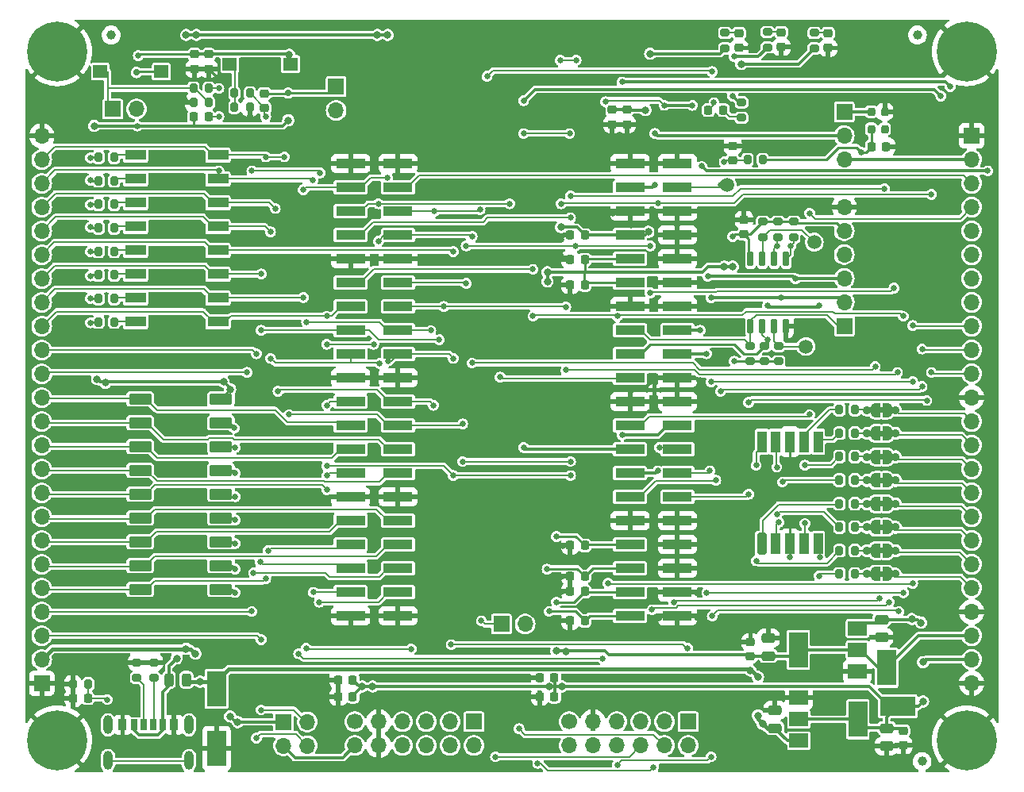
<source format=gbr>
G04 #@! TF.GenerationSoftware,KiCad,Pcbnew,7.0.10-7.0.10~ubuntu22.04.1*
G04 #@! TF.CreationDate,2024-02-20T20:22:53-05:00*
G04 #@! TF.ProjectId,mpw-mb1,6d70772d-6d62-4312-9e6b-696361645f70,2.2.6*
G04 #@! TF.SameCoordinates,PX35e1f20PY8044ea0*
G04 #@! TF.FileFunction,Copper,L1,Top*
G04 #@! TF.FilePolarity,Positive*
%FSLAX46Y46*%
G04 Gerber Fmt 4.6, Leading zero omitted, Abs format (unit mm)*
G04 Created by KiCad (PCBNEW 7.0.10-7.0.10~ubuntu22.04.1) date 2024-02-20 20:22:53*
%MOMM*%
%LPD*%
G01*
G04 APERTURE LIST*
G04 Aperture macros list*
%AMRoundRect*
0 Rectangle with rounded corners*
0 $1 Rounding radius*
0 $2 $3 $4 $5 $6 $7 $8 $9 X,Y pos of 4 corners*
0 Add a 4 corners polygon primitive as box body*
4,1,4,$2,$3,$4,$5,$6,$7,$8,$9,$2,$3,0*
0 Add four circle primitives for the rounded corners*
1,1,$1+$1,$2,$3*
1,1,$1+$1,$4,$5*
1,1,$1+$1,$6,$7*
1,1,$1+$1,$8,$9*
0 Add four rect primitives between the rounded corners*
20,1,$1+$1,$2,$3,$4,$5,0*
20,1,$1+$1,$4,$5,$6,$7,0*
20,1,$1+$1,$6,$7,$8,$9,0*
20,1,$1+$1,$8,$9,$2,$3,0*%
%AMFreePoly0*
4,1,19,0.500000,-0.750000,0.000000,-0.750000,0.000000,-0.744911,-0.071157,-0.744911,-0.207708,-0.704816,-0.327430,-0.627875,-0.420627,-0.520320,-0.479746,-0.390866,-0.500000,-0.250000,-0.500000,0.250000,-0.479746,0.390866,-0.420627,0.520320,-0.327430,0.627875,-0.207708,0.704816,-0.071157,0.744911,0.000000,0.744911,0.000000,0.750000,0.500000,0.750000,0.500000,-0.750000,0.500000,-0.750000,
$1*%
%AMFreePoly1*
4,1,19,0.000000,0.744911,0.071157,0.744911,0.207708,0.704816,0.327430,0.627875,0.420627,0.520320,0.479746,0.390866,0.500000,0.250000,0.500000,-0.250000,0.479746,-0.390866,0.420627,-0.520320,0.327430,-0.627875,0.207708,-0.704816,0.071157,-0.744911,0.000000,-0.744911,0.000000,-0.750000,-0.500000,-0.750000,-0.500000,0.750000,0.000000,0.750000,0.000000,0.744911,0.000000,0.744911,
$1*%
G04 Aperture macros list end*
G04 #@! TA.AperFunction,ComponentPad*
%ADD10C,0.900000*%
G04 #@! TD*
G04 #@! TA.AperFunction,SMDPad,CuDef*
%ADD11FreePoly0,180.000000*%
G04 #@! TD*
G04 #@! TA.AperFunction,SMDPad,CuDef*
%ADD12FreePoly1,180.000000*%
G04 #@! TD*
G04 #@! TA.AperFunction,SMDPad,CuDef*
%ADD13RoundRect,0.200000X-0.275000X0.200000X-0.275000X-0.200000X0.275000X-0.200000X0.275000X0.200000X0*%
G04 #@! TD*
G04 #@! TA.AperFunction,SMDPad,CuDef*
%ADD14RoundRect,0.225000X0.250000X-0.225000X0.250000X0.225000X-0.250000X0.225000X-0.250000X-0.225000X0*%
G04 #@! TD*
G04 #@! TA.AperFunction,ComponentPad*
%ADD15C,0.820000*%
G04 #@! TD*
G04 #@! TA.AperFunction,SMDPad,CuDef*
%ADD16RoundRect,0.200000X0.275000X-0.200000X0.275000X0.200000X-0.275000X0.200000X-0.275000X-0.200000X0*%
G04 #@! TD*
G04 #@! TA.AperFunction,ComponentPad*
%ADD17R,1.700000X1.700000*%
G04 #@! TD*
G04 #@! TA.AperFunction,ComponentPad*
%ADD18O,1.700000X1.700000*%
G04 #@! TD*
G04 #@! TA.AperFunction,SMDPad,CuDef*
%ADD19RoundRect,0.225000X-0.225000X-0.250000X0.225000X-0.250000X0.225000X0.250000X-0.225000X0.250000X0*%
G04 #@! TD*
G04 #@! TA.AperFunction,ComponentPad*
%ADD20C,6.400000*%
G04 #@! TD*
G04 #@! TA.AperFunction,SMDPad,CuDef*
%ADD21C,1.000000*%
G04 #@! TD*
G04 #@! TA.AperFunction,SMDPad,CuDef*
%ADD22RoundRect,0.250000X0.475000X-0.250000X0.475000X0.250000X-0.475000X0.250000X-0.475000X-0.250000X0*%
G04 #@! TD*
G04 #@! TA.AperFunction,SMDPad,CuDef*
%ADD23RoundRect,0.200000X-0.200000X-0.275000X0.200000X-0.275000X0.200000X0.275000X-0.200000X0.275000X0*%
G04 #@! TD*
G04 #@! TA.AperFunction,SMDPad,CuDef*
%ADD24RoundRect,0.250000X-0.475000X0.250000X-0.475000X-0.250000X0.475000X-0.250000X0.475000X0.250000X0*%
G04 #@! TD*
G04 #@! TA.AperFunction,SMDPad,CuDef*
%ADD25RoundRect,0.055000X-0.055000X-0.055000X0.055000X-0.055000X0.055000X0.055000X-0.055000X0.055000X0*%
G04 #@! TD*
G04 #@! TA.AperFunction,SMDPad,CuDef*
%ADD26RoundRect,0.150000X0.150000X-0.650000X0.150000X0.650000X-0.150000X0.650000X-0.150000X-0.650000X0*%
G04 #@! TD*
G04 #@! TA.AperFunction,SMDPad,CuDef*
%ADD27RoundRect,0.225000X0.225000X0.250000X-0.225000X0.250000X-0.225000X-0.250000X0.225000X-0.250000X0*%
G04 #@! TD*
G04 #@! TA.AperFunction,SMDPad,CuDef*
%ADD28RoundRect,0.200000X0.200000X0.275000X-0.200000X0.275000X-0.200000X-0.275000X0.200000X-0.275000X0*%
G04 #@! TD*
G04 #@! TA.AperFunction,SMDPad,CuDef*
%ADD29RoundRect,0.225000X-0.250000X0.225000X-0.250000X-0.225000X0.250000X-0.225000X0.250000X0.225000X0*%
G04 #@! TD*
G04 #@! TA.AperFunction,SMDPad,CuDef*
%ADD30R,1.500000X1.400000*%
G04 #@! TD*
G04 #@! TA.AperFunction,SMDPad,CuDef*
%ADD31R,3.800000X2.000000*%
G04 #@! TD*
G04 #@! TA.AperFunction,ComponentPad*
%ADD32C,1.700000*%
G04 #@! TD*
G04 #@! TA.AperFunction,ComponentPad*
%ADD33C,0.620000*%
G04 #@! TD*
G04 #@! TA.AperFunction,SMDPad,CuDef*
%ADD34R,2.200000X1.100000*%
G04 #@! TD*
G04 #@! TA.AperFunction,SMDPad,CuDef*
%ADD35RoundRect,0.200000X0.300000X-0.950000X0.300000X0.950000X-0.300000X0.950000X-0.300000X-0.950000X0*%
G04 #@! TD*
G04 #@! TA.AperFunction,SMDPad,CuDef*
%ADD36R,1.000000X2.300000*%
G04 #@! TD*
G04 #@! TA.AperFunction,SMDPad,CuDef*
%ADD37R,2.000000X3.800000*%
G04 #@! TD*
G04 #@! TA.AperFunction,SMDPad,CuDef*
%ADD38RoundRect,0.243750X-0.243750X-0.456250X0.243750X-0.456250X0.243750X0.456250X-0.243750X0.456250X0*%
G04 #@! TD*
G04 #@! TA.AperFunction,SMDPad,CuDef*
%ADD39RoundRect,0.200000X0.200000X0.250000X-0.200000X0.250000X-0.200000X-0.250000X0.200000X-0.250000X0*%
G04 #@! TD*
G04 #@! TA.AperFunction,SMDPad,CuDef*
%ADD40R,2.000000X1.500000*%
G04 #@! TD*
G04 #@! TA.AperFunction,SMDPad,CuDef*
%ADD41C,1.500000*%
G04 #@! TD*
G04 #@! TA.AperFunction,SMDPad,CuDef*
%ADD42R,3.150000X1.000000*%
G04 #@! TD*
G04 #@! TA.AperFunction,SMDPad,CuDef*
%ADD43RoundRect,0.218750X0.256250X-0.218750X0.256250X0.218750X-0.256250X0.218750X-0.256250X-0.218750X0*%
G04 #@! TD*
G04 #@! TA.AperFunction,SMDPad,CuDef*
%ADD44R,0.700000X1.150000*%
G04 #@! TD*
G04 #@! TA.AperFunction,SMDPad,CuDef*
%ADD45R,0.800000X1.150000*%
G04 #@! TD*
G04 #@! TA.AperFunction,SMDPad,CuDef*
%ADD46R,0.900000X1.150000*%
G04 #@! TD*
G04 #@! TA.AperFunction,ComponentPad*
%ADD47O,1.000000X2.000000*%
G04 #@! TD*
G04 #@! TA.AperFunction,SMDPad,CuDef*
%ADD48RoundRect,0.218750X-0.218750X-0.256250X0.218750X-0.256250X0.218750X0.256250X-0.218750X0.256250X0*%
G04 #@! TD*
G04 #@! TA.AperFunction,SMDPad,CuDef*
%ADD49RoundRect,0.113000X1.107000X0.452000X-1.107000X0.452000X-1.107000X-0.452000X1.107000X-0.452000X0*%
G04 #@! TD*
G04 #@! TA.AperFunction,ViaPad*
%ADD50C,0.650000*%
G04 #@! TD*
G04 #@! TA.AperFunction,ViaPad*
%ADD51C,0.800000*%
G04 #@! TD*
G04 #@! TA.AperFunction,ViaPad*
%ADD52C,0.700000*%
G04 #@! TD*
G04 #@! TA.AperFunction,Conductor*
%ADD53C,0.250000*%
G04 #@! TD*
G04 #@! TA.AperFunction,Conductor*
%ADD54C,0.400000*%
G04 #@! TD*
G04 #@! TA.AperFunction,Conductor*
%ADD55C,0.300000*%
G04 #@! TD*
G04 #@! TA.AperFunction,Conductor*
%ADD56C,0.200000*%
G04 #@! TD*
G04 APERTURE END LIST*
G04 #@! TA.AperFunction,EtchedComponent*
G04 #@! TO.C,JP7*
G36*
X92895000Y23688570D02*
G01*
X92395000Y23688570D01*
X92395000Y24288570D01*
X92895000Y24288570D01*
X92895000Y23688570D01*
G37*
G04 #@! TD.AperFunction*
G04 #@! TA.AperFunction,EtchedComponent*
G36*
X91895000Y23688570D02*
G01*
X91395000Y23688570D01*
X91395000Y24288570D01*
X91895000Y24288570D01*
X91895000Y23688570D01*
G37*
G04 #@! TD.AperFunction*
G04 #@! TA.AperFunction,EtchedComponent*
G36*
X90895000Y23688570D02*
G01*
X90395000Y23688570D01*
X90395000Y24288570D01*
X90895000Y24288570D01*
X90895000Y23688570D01*
G37*
G04 #@! TD.AperFunction*
G04 #@! TA.AperFunction,EtchedComponent*
G04 #@! TO.C,JP1*
G36*
X92895000Y38688570D02*
G01*
X92395000Y38688570D01*
X92395000Y39288570D01*
X92895000Y39288570D01*
X92895000Y38688570D01*
G37*
G04 #@! TD.AperFunction*
G04 #@! TA.AperFunction,EtchedComponent*
G36*
X91895000Y38688570D02*
G01*
X91395000Y38688570D01*
X91395000Y39288570D01*
X91895000Y39288570D01*
X91895000Y38688570D01*
G37*
G04 #@! TD.AperFunction*
G04 #@! TA.AperFunction,EtchedComponent*
G36*
X90895000Y38688570D02*
G01*
X90395000Y38688570D01*
X90395000Y39288570D01*
X90895000Y39288570D01*
X90895000Y38688570D01*
G37*
G04 #@! TD.AperFunction*
G04 #@! TA.AperFunction,EtchedComponent*
G04 #@! TO.C,JP3*
G36*
X92895000Y33688570D02*
G01*
X92395000Y33688570D01*
X92395000Y34288570D01*
X92895000Y34288570D01*
X92895000Y33688570D01*
G37*
G04 #@! TD.AperFunction*
G04 #@! TA.AperFunction,EtchedComponent*
G36*
X91895000Y33688570D02*
G01*
X91395000Y33688570D01*
X91395000Y34288570D01*
X91895000Y34288570D01*
X91895000Y33688570D01*
G37*
G04 #@! TD.AperFunction*
G04 #@! TA.AperFunction,EtchedComponent*
G36*
X90895000Y33688570D02*
G01*
X90395000Y33688570D01*
X90395000Y34288570D01*
X90895000Y34288570D01*
X90895000Y33688570D01*
G37*
G04 #@! TD.AperFunction*
G04 #@! TA.AperFunction,EtchedComponent*
G04 #@! TO.C,JP8*
G36*
X92895000Y21188570D02*
G01*
X92395000Y21188570D01*
X92395000Y21788570D01*
X92895000Y21788570D01*
X92895000Y21188570D01*
G37*
G04 #@! TD.AperFunction*
G04 #@! TA.AperFunction,EtchedComponent*
G36*
X91895000Y21188570D02*
G01*
X91395000Y21188570D01*
X91395000Y21788570D01*
X91895000Y21788570D01*
X91895000Y21188570D01*
G37*
G04 #@! TD.AperFunction*
G04 #@! TA.AperFunction,EtchedComponent*
G36*
X90895000Y21188570D02*
G01*
X90395000Y21188570D01*
X90395000Y21788570D01*
X90895000Y21788570D01*
X90895000Y21188570D01*
G37*
G04 #@! TD.AperFunction*
G04 #@! TA.AperFunction,EtchedComponent*
G04 #@! TO.C,JP2*
G36*
X92895000Y36188570D02*
G01*
X92395000Y36188570D01*
X92395000Y36788570D01*
X92895000Y36788570D01*
X92895000Y36188570D01*
G37*
G04 #@! TD.AperFunction*
G04 #@! TA.AperFunction,EtchedComponent*
G36*
X91895000Y36188570D02*
G01*
X91395000Y36188570D01*
X91395000Y36788570D01*
X91895000Y36788570D01*
X91895000Y36188570D01*
G37*
G04 #@! TD.AperFunction*
G04 #@! TA.AperFunction,EtchedComponent*
G36*
X90895000Y36188570D02*
G01*
X90395000Y36188570D01*
X90395000Y36788570D01*
X90895000Y36788570D01*
X90895000Y36188570D01*
G37*
G04 #@! TD.AperFunction*
G04 #@! TA.AperFunction,EtchedComponent*
G04 #@! TO.C,JP5*
G36*
X92895000Y28688570D02*
G01*
X92395000Y28688570D01*
X92395000Y29288570D01*
X92895000Y29288570D01*
X92895000Y28688570D01*
G37*
G04 #@! TD.AperFunction*
G04 #@! TA.AperFunction,EtchedComponent*
G36*
X91895000Y28688570D02*
G01*
X91395000Y28688570D01*
X91395000Y29288570D01*
X91895000Y29288570D01*
X91895000Y28688570D01*
G37*
G04 #@! TD.AperFunction*
G04 #@! TA.AperFunction,EtchedComponent*
G36*
X90895000Y28688570D02*
G01*
X90395000Y28688570D01*
X90395000Y29288570D01*
X90895000Y29288570D01*
X90895000Y28688570D01*
G37*
G04 #@! TD.AperFunction*
G04 #@! TA.AperFunction,EtchedComponent*
G04 #@! TO.C,JP6*
G36*
X92895000Y26188570D02*
G01*
X92395000Y26188570D01*
X92395000Y26788570D01*
X92895000Y26788570D01*
X92895000Y26188570D01*
G37*
G04 #@! TD.AperFunction*
G04 #@! TA.AperFunction,EtchedComponent*
G36*
X91895000Y26188570D02*
G01*
X91395000Y26188570D01*
X91395000Y26788570D01*
X91895000Y26788570D01*
X91895000Y26188570D01*
G37*
G04 #@! TD.AperFunction*
G04 #@! TA.AperFunction,EtchedComponent*
G36*
X90895000Y26188570D02*
G01*
X90395000Y26188570D01*
X90395000Y26788570D01*
X90895000Y26788570D01*
X90895000Y26188570D01*
G37*
G04 #@! TD.AperFunction*
G04 #@! TA.AperFunction,EtchedComponent*
G04 #@! TO.C,JP4*
G36*
X92895000Y31188570D02*
G01*
X92395000Y31188570D01*
X92395000Y31788570D01*
X92895000Y31788570D01*
X92895000Y31188570D01*
G37*
G04 #@! TD.AperFunction*
G04 #@! TA.AperFunction,EtchedComponent*
G36*
X91895000Y31188570D02*
G01*
X91395000Y31188570D01*
X91395000Y31788570D01*
X91895000Y31788570D01*
X91895000Y31188570D01*
G37*
G04 #@! TD.AperFunction*
G04 #@! TA.AperFunction,EtchedComponent*
G36*
X90895000Y31188570D02*
G01*
X90395000Y31188570D01*
X90395000Y31788570D01*
X90895000Y31788570D01*
X90895000Y31188570D01*
G37*
G04 #@! TD.AperFunction*
G04 #@! TD*
D10*
G04 #@! TO.P,JP7,1,A*
G04 #@! TO.N,out6*
X93145000Y23988570D03*
D11*
X92295000Y23988570D03*
D12*
G04 #@! TO.P,JP7,2,B*
G04 #@! TO.N,Net-(JP7-B)*
X90995000Y23988570D03*
D10*
X90145000Y23988570D03*
G04 #@! TD*
D13*
G04 #@! TO.P,R13,1*
G04 #@! TO.N,+3.3V*
X80600000Y59075000D03*
G04 #@! TO.P,R13,2*
G04 #@! TO.N,Caravel_SCK*
X80600000Y57425000D03*
G04 #@! TD*
D14*
G04 #@! TO.P,C19,1*
G04 #@! TO.N,GND*
X62960000Y69475000D03*
G04 #@! TO.P,C19,2*
G04 #@! TO.N,+1V8*
X62960000Y71025000D03*
G04 #@! TD*
D15*
G04 #@! TO.P,STITCH23,1*
G04 #@! TO.N,GND*
X51000000Y41000000D03*
G04 #@! TD*
D16*
G04 #@! TO.P,R22,1*
G04 #@! TO.N,+5V*
X84485000Y77575000D03*
G04 #@! TO.P,R22,2*
G04 #@! TO.N,Net-(D1-A)*
X84485000Y79225000D03*
G04 #@! TD*
D15*
G04 #@! TO.P,STITCH23,1*
G04 #@! TO.N,GND*
X75300000Y30700000D03*
G04 #@! TD*
D17*
G04 #@! TO.P,J4,1,Pin_1*
G04 #@! TO.N,Net-(J4-Pin_1)*
X9660000Y71100000D03*
D18*
G04 #@! TO.P,J4,2,Pin_2*
G04 #@! TO.N,+3.3V*
X12200000Y71100000D03*
G04 #@! TD*
D15*
G04 #@! TO.P,STITCH23,1*
G04 #@! TO.N,GND*
X80100000Y10600000D03*
G04 #@! TD*
D19*
G04 #@! TO.P,C21,1*
G04 #@! TO.N,GND*
X58475000Y55040000D03*
G04 #@! TO.P,C21,2*
G04 #@! TO.N,+3.3V*
X60025000Y55040000D03*
G04 #@! TD*
D10*
G04 #@! TO.P,JP1,1,A*
G04 #@! TO.N,out0*
X93145000Y38988570D03*
D11*
X92295000Y38988570D03*
D12*
G04 #@! TO.P,JP1,2,B*
G04 #@! TO.N,Net-(JP1-B)*
X90995000Y38988570D03*
D10*
X90145000Y38988570D03*
G04 #@! TD*
D15*
G04 #@! TO.P,STITCH,1*
G04 #@! TO.N,GND*
X40050000Y15600000D03*
G04 #@! TD*
D16*
G04 #@! TO.P,R14,1*
G04 #@! TO.N,Net-(J6-CC2)*
X14070000Y10425000D03*
G04 #@! TO.P,R14,2*
G04 #@! TO.N,GND*
X14070000Y12075000D03*
G04 #@! TD*
D15*
G04 #@! TO.P,STITCH9,1*
G04 #@! TO.N,GND*
X93500000Y800000D03*
G04 #@! TD*
D20*
G04 #@! TO.P,MT3,1,1*
G04 #@! TO.N,GND*
X3750000Y77250000D03*
G04 #@! TD*
D15*
G04 #@! TO.P,STITCH23,1*
G04 #@! TO.N,GND*
X67500000Y69700000D03*
G04 #@! TD*
G04 #@! TO.P,STITCH,1*
G04 #@! TO.N,GND*
X91300000Y72200000D03*
G04 #@! TD*
G04 #@! TO.P,STITCH23,1*
G04 #@! TO.N,GND*
X58400000Y14900000D03*
G04 #@! TD*
G04 #@! TO.P,STITCH31,1*
G04 #@! TO.N,GND*
X900000Y26340000D03*
G04 #@! TD*
D21*
G04 #@! TO.P,FID3,*
G04 #@! TO.N,*
X96000000Y1500000D03*
G04 #@! TD*
D15*
G04 #@! TO.P,STITCH19,1*
G04 #@! TO.N,GND*
X36700000Y80200000D03*
G04 #@! TD*
D22*
G04 #@! TO.P,C8,1*
G04 #@! TO.N,+5V*
X80300000Y5050000D03*
G04 #@! TO.P,C8,2*
G04 #@! TO.N,GND*
X80300000Y6950000D03*
G04 #@! TD*
D15*
G04 #@! TO.P,STITCH,1*
G04 #@! TO.N,GND*
X77800000Y67200000D03*
G04 #@! TD*
D23*
G04 #@! TO.P,R5,1*
G04 #@! TO.N,+3.3V*
X8175000Y58430000D03*
G04 #@! TO.P,R5,2*
G04 #@! TO.N,Net-(R5-Pad2)*
X9825000Y58430000D03*
G04 #@! TD*
D15*
G04 #@! TO.P,STITCH,1*
G04 #@! TO.N,GND*
X85800000Y72200000D03*
G04 #@! TD*
G04 #@! TO.P,STITCH23,1*
G04 #@! TO.N,GND*
X45100000Y51350000D03*
G04 #@! TD*
G04 #@! TO.P,STITCH23,1*
G04 #@! TO.N,GND*
X67300000Y27200000D03*
G04 #@! TD*
G04 #@! TO.P,STITCH13,1*
G04 #@! TO.N,GND*
X73500000Y800000D03*
G04 #@! TD*
G04 #@! TO.P,STITCH,1*
G04 #@! TO.N,GND*
X18400000Y47300000D03*
G04 #@! TD*
D24*
G04 #@! TO.P,C9,1*
G04 #@! TO.N,+3.3V*
X91700000Y16650000D03*
G04 #@! TO.P,C9,2*
G04 #@! TO.N,GND*
X91700000Y14750000D03*
G04 #@! TD*
D15*
G04 #@! TO.P,STITCH23,1*
G04 #@! TO.N,GND*
X96500000Y46800000D03*
G04 #@! TD*
G04 #@! TO.P,STITCH,1*
G04 #@! TO.N,GND*
X69900000Y67000000D03*
G04 #@! TD*
D23*
G04 #@! TO.P,R10,1*
G04 #@! TO.N,Net-(R10-Pad1)*
X22650000Y71287500D03*
G04 #@! TO.P,R10,2*
G04 #@! TO.N,GND*
X24300000Y71287500D03*
G04 #@! TD*
G04 #@! TO.P,R1,1*
G04 #@! TO.N,+3.3V*
X8175000Y48390000D03*
G04 #@! TO.P,R1,2*
G04 #@! TO.N,Net-(R1-Pad2)*
X9825000Y48390000D03*
G04 #@! TD*
D15*
G04 #@! TO.P,STITCH23,1*
G04 #@! TO.N,GND*
X82300000Y30000000D03*
G04 #@! TD*
G04 #@! TO.P,STITCH,1*
G04 #@! TO.N,GND*
X32300000Y59000000D03*
G04 #@! TD*
G04 #@! TO.P,STITCH,1*
G04 #@! TO.N,GND*
X15100000Y47300000D03*
G04 #@! TD*
G04 #@! TO.P,STITCH,1*
G04 #@! TO.N,GND*
X40050000Y25900000D03*
G04 #@! TD*
G04 #@! TO.P,STITCH,1*
G04 #@! TO.N,GND*
X103700000Y65800000D03*
G04 #@! TD*
D19*
G04 #@! TO.P,C22,1*
G04 #@! TO.N,GND*
X58475000Y19640000D03*
G04 #@! TO.P,C22,2*
G04 #@! TO.N,+1V8*
X60025000Y19640000D03*
G04 #@! TD*
D15*
G04 #@! TO.P,STITCH,1*
G04 #@! TO.N,GND*
X15100000Y58300000D03*
G04 #@! TD*
G04 #@! TO.P,STITCH,1*
G04 #@! TO.N,GND*
X58300000Y67000000D03*
G04 #@! TD*
G04 #@! TO.P,STITCH18,1*
G04 #@! TO.N,GND*
X32700000Y80200000D03*
G04 #@! TD*
G04 #@! TO.P,STITCH,1*
G04 #@! TO.N,GND*
X31600000Y27000000D03*
G04 #@! TD*
D16*
G04 #@! TO.P,R16,1*
G04 #@! TO.N,+3.3V*
X80700000Y44175000D03*
G04 #@! TO.P,R16,2*
G04 #@! TO.N,Net-(U1-IO2)*
X80700000Y45825000D03*
G04 #@! TD*
D15*
G04 #@! TO.P,STITCH41,1*
G04 #@! TO.N,GND*
X103700000Y31340000D03*
G04 #@! TD*
D25*
G04 #@! TO.P,J13,1,1*
G04 #@! TO.N,GND*
X67380000Y41150000D03*
G04 #@! TD*
D16*
G04 #@! TO.P,R25,1*
G04 #@! TO.N,+1V8*
X74985000Y77575000D03*
G04 #@! TO.P,R25,2*
G04 #@! TO.N,Net-(D3-A)*
X74985000Y79225000D03*
G04 #@! TD*
G04 #@! TO.P,R19,1*
G04 #@! TO.N,+3.3V*
X79200000Y44175000D03*
G04 #@! TO.P,R19,2*
G04 #@! TO.N,Caravel_D1*
X79200000Y45825000D03*
G04 #@! TD*
D15*
G04 #@! TO.P,STITCH23,1*
G04 #@! TO.N,GND*
X86900000Y11100000D03*
G04 #@! TD*
G04 #@! TO.P,STITCH,1*
G04 #@! TO.N,GND*
X25000000Y54800000D03*
G04 #@! TD*
G04 #@! TO.P,STITCH32,1*
G04 #@! TO.N,GND*
X900000Y21260000D03*
G04 #@! TD*
D26*
G04 #@! TO.P,U1,1,~{CS}*
G04 #@! TO.N,Caravel_CSB*
X77695000Y47900000D03*
G04 #@! TO.P,U1,2,DO(IO1)*
G04 #@! TO.N,Caravel_D1*
X78965000Y47900000D03*
G04 #@! TO.P,U1,3,IO2*
G04 #@! TO.N,Net-(U1-IO2)*
X80235000Y47900000D03*
G04 #@! TO.P,U1,4,GND*
G04 #@! TO.N,GND*
X81505000Y47900000D03*
G04 #@! TO.P,U1,5,DI(IO0)*
G04 #@! TO.N,Caravel_D0*
X81505000Y55100000D03*
G04 #@! TO.P,U1,6,CLK*
G04 #@! TO.N,Caravel_SCK*
X80235000Y55100000D03*
G04 #@! TO.P,U1,7,IO3*
G04 #@! TO.N,Net-(U1-IO3)*
X78965000Y55100000D03*
G04 #@! TO.P,U1,8,VCC*
G04 #@! TO.N,+3.3V*
X77695000Y55100000D03*
G04 #@! TD*
D15*
G04 #@! TO.P,STITCH30,1*
G04 #@! TO.N,GND*
X900000Y31420000D03*
G04 #@! TD*
G04 #@! TO.P,STITCH,1*
G04 #@! TO.N,GND*
X74500000Y55400000D03*
G04 #@! TD*
D23*
G04 #@! TO.P,R9,1*
G04 #@! TO.N,+3.3V*
X8175000Y65960000D03*
G04 #@! TO.P,R9,2*
G04 #@! TO.N,Net-(R9-Pad2)*
X9825000Y65960000D03*
G04 #@! TD*
D15*
G04 #@! TO.P,STITCH,1*
G04 #@! TO.N,GND*
X25800000Y37200000D03*
G04 #@! TD*
D14*
G04 #@! TO.P,C14,1*
G04 #@! TO.N,GND*
X19900000Y75400000D03*
G04 #@! TO.P,C14,2*
G04 #@! TO.N,+3.3V*
X19900000Y76950000D03*
G04 #@! TD*
D15*
G04 #@! TO.P,STITCH,1*
G04 #@! TO.N,GND*
X44700000Y79400000D03*
G04 #@! TD*
G04 #@! TO.P,STITCH23,1*
G04 #@! TO.N,GND*
X79300000Y30000000D03*
G04 #@! TD*
G04 #@! TO.P,STITCH,1*
G04 #@! TO.N,GND*
X18400000Y58300000D03*
G04 #@! TD*
G04 #@! TO.P,STITCH23,1*
G04 #@! TO.N,GND*
X51000000Y18700000D03*
G04 #@! TD*
D27*
G04 #@! TO.P,C2,1*
G04 #@! TO.N,+3.3V*
X35275000Y8400000D03*
G04 #@! TO.P,C2,2*
G04 #@! TO.N,GND*
X33725000Y8400000D03*
G04 #@! TD*
D15*
G04 #@! TO.P,STITCH9,1*
G04 #@! TO.N,GND*
X93500000Y80200000D03*
G04 #@! TD*
D28*
G04 #@! TO.P,R28,1*
G04 #@! TO.N,Net-(JP3-B)*
X88825000Y34017142D03*
G04 #@! TO.P,R28,2*
G04 #@! TO.N,Net-(U5-C)*
X87175000Y34017142D03*
G04 #@! TD*
D15*
G04 #@! TO.P,STITCH20,1*
G04 #@! TO.N,GND*
X900000Y61900000D03*
G04 #@! TD*
G04 #@! TO.P,STITCH,1*
G04 #@! TO.N,GND*
X12700000Y80200000D03*
G04 #@! TD*
G04 #@! TO.P,STITCH23,1*
G04 #@! TO.N,GND*
X23500000Y800000D03*
G04 #@! TD*
D28*
G04 #@! TO.P,R26,1*
G04 #@! TO.N,Net-(JP1-B)*
X88825000Y39028570D03*
G04 #@! TO.P,R26,2*
G04 #@! TO.N,Net-(U5-A)*
X87175000Y39028570D03*
G04 #@! TD*
D15*
G04 #@! TO.P,STITCH22,1*
G04 #@! TO.N,GND*
X28500000Y800000D03*
G04 #@! TD*
G04 #@! TO.P,STITCH,1*
G04 #@! TO.N,GND*
X15100000Y22100000D03*
G04 #@! TD*
G04 #@! TO.P,STITCH16,1*
G04 #@! TO.N,GND*
X24700000Y80200000D03*
G04 #@! TD*
D29*
G04 #@! TO.P,C27,1*
G04 #@! TO.N,GND*
X75800000Y67175000D03*
G04 #@! TO.P,C27,2*
G04 #@! TO.N,/~{SOC_RST}*
X75800000Y65625000D03*
G04 #@! TD*
D15*
G04 #@! TO.P,STITCH23,1*
G04 #@! TO.N,GND*
X47000000Y38850000D03*
G04 #@! TD*
G04 #@! TO.P,STITCH,1*
G04 #@! TO.N,GND*
X3900000Y63800000D03*
G04 #@! TD*
D10*
G04 #@! TO.P,JP3,1,A*
G04 #@! TO.N,out2*
X93145000Y33988570D03*
D11*
X92295000Y33988570D03*
D12*
G04 #@! TO.P,JP3,2,B*
G04 #@! TO.N,Net-(JP3-B)*
X90995000Y33988570D03*
D10*
X90145000Y33988570D03*
G04 #@! TD*
D15*
G04 #@! TO.P,STITCH37,1*
G04 #@! TO.N,GND*
X103700000Y51200000D03*
G04 #@! TD*
D23*
G04 #@! TO.P,R3,1*
G04 #@! TO.N,+3.3V*
X8175000Y53410000D03*
G04 #@! TO.P,R3,2*
G04 #@! TO.N,Net-(R3-Pad2)*
X9825000Y53410000D03*
G04 #@! TD*
D10*
G04 #@! TO.P,JP8,1,A*
G04 #@! TO.N,out7*
X93145000Y21488570D03*
D11*
X92295000Y21488570D03*
D12*
G04 #@! TO.P,JP8,2,B*
G04 #@! TO.N,Net-(JP8-B)*
X90995000Y21488570D03*
D10*
X90145000Y21488570D03*
G04 #@! TD*
D15*
G04 #@! TO.P,STITCH23,1*
G04 #@! TO.N,GND*
X58000000Y30300000D03*
G04 #@! TD*
G04 #@! TO.P,STITCH24,1*
G04 #@! TO.N,GND*
X900000Y56820000D03*
G04 #@! TD*
D19*
G04 #@! TO.P,C7,1*
G04 #@! TO.N,+3.3V*
X18325000Y70300000D03*
G04 #@! TO.P,C7,2*
G04 #@! TO.N,in1*
X19875000Y70300000D03*
G04 #@! TD*
D13*
G04 #@! TO.P,R18,1*
G04 #@! TO.N,+3.3V*
X82300000Y59075000D03*
G04 #@! TO.P,R18,2*
G04 #@! TO.N,Caravel_D0*
X82300000Y57425000D03*
G04 #@! TD*
D27*
G04 #@! TO.P,C16,1*
G04 #@! TO.N,+3.3V*
X60025000Y21250000D03*
G04 #@! TO.P,C16,2*
G04 #@! TO.N,GND*
X58475000Y21250000D03*
G04 #@! TD*
D15*
G04 #@! TO.P,STITCH15,1*
G04 #@! TO.N,GND*
X20700000Y80200000D03*
G04 #@! TD*
D30*
G04 #@! TO.P,SW3,1,1*
G04 #@! TO.N,Net-(J4-Pin_1)*
X8350000Y75100000D03*
G04 #@! TO.P,SW3,2,2*
G04 #@! TO.N,+3.3V*
X14850000Y75100000D03*
G04 #@! TD*
D15*
G04 #@! TO.P,STITCH,1*
G04 #@! TO.N,GND*
X23100000Y64900000D03*
G04 #@! TD*
G04 #@! TO.P,STITCH,1*
G04 #@! TO.N,GND*
X32300000Y42400000D03*
G04 #@! TD*
D13*
G04 #@! TO.P,R17,1*
G04 #@! TO.N,+3.3V*
X79000000Y59075000D03*
G04 #@! TO.P,R17,2*
G04 #@! TO.N,Net-(U1-IO3)*
X79000000Y57425000D03*
G04 #@! TD*
D15*
G04 #@! TO.P,STITCH11,1*
G04 #@! TO.N,GND*
X83500000Y800000D03*
G04 #@! TD*
D28*
G04 #@! TO.P,R21,1*
G04 #@! TO.N,Net-(J4-Pin_1)*
X19925000Y71800000D03*
G04 #@! TO.P,R21,2*
G04 #@! TO.N,GND*
X18275000Y71800000D03*
G04 #@! TD*
D27*
G04 #@! TO.P,C5,1*
G04 #@! TO.N,GND*
X92175000Y67100000D03*
G04 #@! TO.P,C5,2*
G04 #@! TO.N,+3.3V*
X90625000Y67100000D03*
G04 #@! TD*
D15*
G04 #@! TO.P,STITCH,1*
G04 #@! TO.N,GND*
X32200000Y50500000D03*
G04 #@! TD*
G04 #@! TO.P,STITCH,1*
G04 #@! TO.N,GND*
X23100000Y68200000D03*
G04 #@! TD*
D31*
G04 #@! TO.P,TP7,1,1*
G04 #@! TO.N,+3.3V*
X93400000Y7400000D03*
G04 #@! TD*
D15*
G04 #@! TO.P,STITCH23,1*
G04 #@! TO.N,GND*
X67300000Y22100000D03*
G04 #@! TD*
G04 #@! TO.P,STITCH23,1*
G04 #@! TO.N,GND*
X51700000Y3000000D03*
G04 #@! TD*
G04 #@! TO.P,STITCH23,1*
G04 #@! TO.N,GND*
X70200000Y70200000D03*
G04 #@! TD*
G04 #@! TO.P,STITCH38,1*
G04 #@! TO.N,GND*
X103700000Y46580000D03*
G04 #@! TD*
G04 #@! TO.P,STITCH,1*
G04 #@! TO.N,GND*
X27400000Y61900000D03*
G04 #@! TD*
D17*
G04 #@! TO.P,J3,1,IO1*
G04 #@! TO.N,in0*
X48200000Y5735000D03*
D18*
G04 #@! TO.P,J3,2,IO2*
G04 #@! TO.N,in1*
X45660000Y5735000D03*
G04 #@! TO.P,J3,3,IO3*
G04 #@! TO.N,in2*
X43120000Y5735000D03*
G04 #@! TO.P,J3,4,IO4*
G04 #@! TO.N,in3*
X40580000Y5735000D03*
G04 #@! TO.P,J3,5,GND*
G04 #@! TO.N,GND*
X38040000Y5735000D03*
D32*
G04 #@! TO.P,J3,6,VCC*
G04 #@! TO.N,+3.3V*
X35500000Y5735000D03*
D18*
G04 #@! TO.P,J3,7,IO5*
G04 #@! TO.N,in4*
X48200000Y3195000D03*
G04 #@! TO.P,J3,8,IO6*
G04 #@! TO.N,in5*
X45660000Y3195000D03*
G04 #@! TO.P,J3,9,IO7*
G04 #@! TO.N,in6*
X43120000Y3195000D03*
G04 #@! TO.P,J3,10,IO8*
G04 #@! TO.N,in7*
X40580000Y3195000D03*
G04 #@! TO.P,J3,11,GND*
G04 #@! TO.N,GND*
X38040000Y3195000D03*
G04 #@! TO.P,J3,12,VCC*
G04 #@! TO.N,+3.3V*
X35500000Y3195000D03*
G04 #@! TD*
D29*
G04 #@! TO.P,C6,1*
G04 #@! TO.N,GND*
X77000000Y59295000D03*
G04 #@! TO.P,C6,2*
G04 #@! TO.N,+3.3V*
X77000000Y57745000D03*
G04 #@! TD*
D17*
G04 #@! TO.P,J8,1,Pin_1*
G04 #@! TO.N,Net-(J8-Pin_1)*
X51125000Y16150000D03*
D18*
G04 #@! TO.P,J8,2,Pin_2*
G04 #@! TO.N,Net-(J8-Pin_2)*
X53665000Y16150000D03*
G04 #@! TD*
D15*
G04 #@! TO.P,STITCH,1*
G04 #@! TO.N,GND*
X18400000Y44100000D03*
G04 #@! TD*
D28*
G04 #@! TO.P,R7,1*
G04 #@! TO.N,in0*
X24300000Y72787500D03*
G04 #@! TO.P,R7,2*
G04 #@! TO.N,Net-(R10-Pad1)*
X22650000Y72787500D03*
G04 #@! TD*
D15*
G04 #@! TO.P,STITCH,1*
G04 #@! TO.N,GND*
X32500000Y65200000D03*
G04 #@! TD*
D14*
G04 #@! TO.P,C23,1*
G04 #@! TO.N,GND*
X64500000Y69475000D03*
G04 #@! TO.P,C23,2*
G04 #@! TO.N,+1V8*
X64500000Y71025000D03*
G04 #@! TD*
D15*
G04 #@! TO.P,STITCH5,1*
G04 #@! TO.N,GND*
X73500000Y80200000D03*
G04 #@! TD*
D20*
G04 #@! TO.P,MT4,1,1*
G04 #@! TO.N,GND*
X100750000Y77250000D03*
G04 #@! TD*
D15*
G04 #@! TO.P,STITCH,1*
G04 #@! TO.N,GND*
X19900000Y13800000D03*
G04 #@! TD*
D22*
G04 #@! TO.P,C11,1*
G04 #@! TO.N,+1V8*
X79600000Y12750000D03*
G04 #@! TO.P,C11,2*
G04 #@! TO.N,GND*
X79600000Y14650000D03*
G04 #@! TD*
D20*
G04 #@! TO.P,MT2,1,1*
G04 #@! TO.N,GND*
X100750000Y3750000D03*
G04 #@! TD*
D15*
G04 #@! TO.P,STITCH,1*
G04 #@! TO.N,GND*
X31600000Y35000000D03*
G04 #@! TD*
G04 #@! TO.P,STITCH,1*
G04 #@! TO.N,GND*
X31600000Y32500000D03*
G04 #@! TD*
D19*
G04 #@! TO.P,C3,1*
G04 #@! TO.N,GND*
X33725000Y10200000D03*
G04 #@! TO.P,C3,2*
G04 #@! TO.N,+3.3V*
X35275000Y10200000D03*
G04 #@! TD*
D23*
G04 #@! TO.P,R20,1*
G04 #@! TO.N,Net-(J4-Pin_1)*
X18275000Y73300000D03*
G04 #@! TO.P,R20,2*
G04 #@! TO.N,in1*
X19925000Y73300000D03*
G04 #@! TD*
D17*
G04 #@! TO.P,J5,1,Pin_1*
G04 #@! TO.N,osc_out*
X87700000Y70805000D03*
D18*
G04 #@! TO.P,J5,2,Pin_2*
G04 #@! TO.N,xclk*
X87700000Y68265000D03*
G04 #@! TO.P,J5,3,Pin_3*
G04 #@! TO.N,ext_clk*
X87700000Y65725000D03*
G04 #@! TD*
D15*
G04 #@! TO.P,STITCH,1*
G04 #@! TO.N,GND*
X25800000Y32400000D03*
G04 #@! TD*
G04 #@! TO.P,STITCH23,1*
G04 #@! TO.N,GND*
X80900000Y16300000D03*
G04 #@! TD*
D16*
G04 #@! TO.P,R15,1*
G04 #@! TO.N,Net-(J6-CC1)*
X12250000Y10425000D03*
G04 #@! TO.P,R15,2*
G04 #@! TO.N,GND*
X12250000Y12075000D03*
G04 #@! TD*
D15*
G04 #@! TO.P,STITCH,1*
G04 #@! TO.N,GND*
X35100000Y66600000D03*
G04 #@! TD*
G04 #@! TO.P,STITCH21,1*
G04 #@! TO.N,GND*
X33500000Y800000D03*
G04 #@! TD*
D17*
G04 #@! TO.P,J10,1,Pin_1*
G04 #@! TO.N,GND*
X2100000Y9830000D03*
D18*
G04 #@! TO.P,J10,2,Pin_2*
G04 #@! TO.N,+5V*
X2100000Y12370000D03*
G04 #@! TO.P,J10,3,Pin_3*
G04 #@! TO.N,scansel0*
X2100000Y14910000D03*
G04 #@! TO.P,J10,4,Pin_4*
G04 #@! TO.N,scansel1*
X2100000Y17450000D03*
G04 #@! TO.P,J10,5,Pin_5*
G04 #@! TO.N,sel0*
X2100000Y19990000D03*
G04 #@! TO.P,J10,6,Pin_6*
G04 #@! TO.N,sel1*
X2100000Y22530000D03*
G04 #@! TO.P,J10,7,Pin_7*
G04 #@! TO.N,sel2*
X2100000Y25070000D03*
G04 #@! TO.P,J10,8,Pin_8*
G04 #@! TO.N,sel3*
X2100000Y27610000D03*
G04 #@! TO.P,J10,9,Pin_9*
G04 #@! TO.N,sel4*
X2100000Y30150000D03*
G04 #@! TO.P,J10,10,Pin_10*
G04 #@! TO.N,sel5*
X2100000Y32690000D03*
G04 #@! TO.P,J10,11,Pin_11*
G04 #@! TO.N,sel6*
X2100000Y35230000D03*
G04 #@! TO.P,J10,12,Pin_12*
G04 #@! TO.N,sel7*
X2100000Y37770000D03*
G04 #@! TO.P,J10,13,Pin_13*
G04 #@! TO.N,sel8*
X2100000Y40310000D03*
G04 #@! TO.P,J10,14,Pin_14*
G04 #@! TO.N,set_clk_div*
X2100000Y42850000D03*
G04 #@! TO.P,J10,15,Pin_15*
G04 #@! TO.N,slow_clk*
X2100000Y45390000D03*
G04 #@! TO.P,J10,16,Pin_16*
G04 #@! TO.N,in7*
X2100000Y47930000D03*
G04 #@! TO.P,J10,17,Pin_17*
G04 #@! TO.N,in6*
X2100000Y50470000D03*
G04 #@! TO.P,J10,18,Pin_18*
G04 #@! TO.N,in5*
X2100000Y53010000D03*
G04 #@! TO.P,J10,19,Pin_19*
G04 #@! TO.N,in4*
X2100000Y55550000D03*
G04 #@! TO.P,J10,20,Pin_20*
G04 #@! TO.N,in3*
X2100000Y58090000D03*
G04 #@! TO.P,J10,21,Pin_21*
G04 #@! TO.N,in2*
X2100000Y60630000D03*
G04 #@! TO.P,J10,22,Pin_22*
G04 #@! TO.N,in1*
X2100000Y63170000D03*
G04 #@! TO.P,J10,23,Pin_23*
G04 #@! TO.N,in0*
X2100000Y65710000D03*
G04 #@! TO.P,J10,24,Pin_24*
G04 #@! TO.N,GND*
X2100000Y68250000D03*
G04 #@! TD*
D33*
G04 #@! TO.P,STITCHSM1,1*
G04 #@! TO.N,GND*
X25600000Y46350000D03*
G04 #@! TD*
D15*
G04 #@! TO.P,STITCH26,1*
G04 #@! TO.N,GND*
X900000Y51740000D03*
G04 #@! TD*
G04 #@! TO.P,STITCH,1*
G04 #@! TO.N,GND*
X18400000Y22100000D03*
G04 #@! TD*
D23*
G04 #@! TO.P,R2,1*
G04 #@! TO.N,+3.3V*
X8175000Y50900000D03*
G04 #@! TO.P,R2,2*
G04 #@! TO.N,Net-(R2-Pad2)*
X9825000Y50900000D03*
G04 #@! TD*
D15*
G04 #@! TO.P,STITCH25,1*
G04 #@! TO.N,GND*
X15500000Y800000D03*
G04 #@! TD*
D34*
G04 #@! TO.P,SW4,1*
G04 #@! TO.N,Net-(R9-Pad2)*
X12100000Y66190000D03*
G04 #@! TO.P,SW4,2*
G04 #@! TO.N,Net-(R8-Pad2)*
X12100000Y63650000D03*
G04 #@! TO.P,SW4,3*
G04 #@! TO.N,Net-(R6-Pad2)*
X12100000Y61110000D03*
G04 #@! TO.P,SW4,4*
G04 #@! TO.N,Net-(R5-Pad2)*
X12100000Y58570000D03*
G04 #@! TO.P,SW4,5*
G04 #@! TO.N,Net-(R4-Pad2)*
X12100000Y56030000D03*
G04 #@! TO.P,SW4,6*
G04 #@! TO.N,Net-(R3-Pad2)*
X12100000Y53490000D03*
G04 #@! TO.P,SW4,7*
G04 #@! TO.N,Net-(R2-Pad2)*
X12100000Y50950000D03*
G04 #@! TO.P,SW4,8*
G04 #@! TO.N,Net-(R1-Pad2)*
X12100000Y48410000D03*
G04 #@! TO.P,SW4,9*
G04 #@! TO.N,in7*
X20900000Y48410000D03*
G04 #@! TO.P,SW4,10*
G04 #@! TO.N,in6*
X20900000Y50950000D03*
G04 #@! TO.P,SW4,11*
G04 #@! TO.N,in5*
X20900000Y53490000D03*
G04 #@! TO.P,SW4,12*
G04 #@! TO.N,in4*
X20900000Y56030000D03*
G04 #@! TO.P,SW4,13*
G04 #@! TO.N,in3*
X20900000Y58570000D03*
G04 #@! TO.P,SW4,14*
G04 #@! TO.N,in2*
X20900000Y61110000D03*
G04 #@! TO.P,SW4,15*
G04 #@! TO.N,in1*
X20900000Y63650000D03*
G04 #@! TO.P,SW4,16*
G04 #@! TO.N,in0*
X20900000Y66190000D03*
G04 #@! TD*
D13*
G04 #@! TO.P,R34,1*
G04 #@! TO.N,+3.3V*
X76750000Y71825000D03*
G04 #@! TO.P,R34,2*
G04 #@! TO.N,Net-(D4-A)*
X76750000Y70175000D03*
G04 #@! TD*
D10*
G04 #@! TO.P,JP2,1,A*
G04 #@! TO.N,out1*
X93145000Y36488570D03*
D11*
X92295000Y36488570D03*
D12*
G04 #@! TO.P,JP2,2,B*
G04 #@! TO.N,Net-(JP2-B)*
X90995000Y36488570D03*
D10*
X90145000Y36488570D03*
G04 #@! TD*
D15*
G04 #@! TO.P,STITCH,1*
G04 #@! TO.N,GND*
X55600000Y69400000D03*
G04 #@! TD*
G04 #@! TO.P,STITCH,1*
G04 #@! TO.N,GND*
X80300000Y8500000D03*
G04 #@! TD*
G04 #@! TO.P,STITCH23,1*
G04 #@! TO.N,GND*
X50800000Y57600000D03*
G04 #@! TD*
G04 #@! TO.P,STITCH,1*
G04 #@! TO.N,GND*
X73600000Y67200000D03*
G04 #@! TD*
G04 #@! TO.P,STITCH23,1*
G04 #@! TO.N,GND*
X73300000Y24600000D03*
G04 #@! TD*
D28*
G04 #@! TO.P,R32,1*
G04 #@! TO.N,Net-(JP7-B)*
X88825000Y23994286D03*
G04 #@! TO.P,R32,2*
G04 #@! TO.N,Net-(U5-G)*
X87175000Y23994286D03*
G04 #@! TD*
D35*
G04 #@! TO.P,U5,1,E*
G04 #@! TO.N,Net-(U5-E)*
X78905000Y24708570D03*
D36*
G04 #@! TO.P,U5,2,D*
G04 #@! TO.N,Net-(U5-D)*
X80405000Y24708570D03*
G04 #@! TO.P,U5,3,CC*
G04 #@! TO.N,GND*
X81905000Y24708570D03*
G04 #@! TO.P,U5,4,C*
G04 #@! TO.N,Net-(U5-C)*
X83405000Y24708570D03*
G04 #@! TO.P,U5,5,DP*
G04 #@! TO.N,Net-(U5-DP)*
X84905000Y24708570D03*
G04 #@! TO.P,U5,6,B*
G04 #@! TO.N,Net-(U5-B)*
X84905000Y35608570D03*
G04 #@! TO.P,U5,7,A*
G04 #@! TO.N,Net-(U5-A)*
X83405000Y35608570D03*
G04 #@! TO.P,U5,8,CC*
G04 #@! TO.N,GND*
X81905000Y35608570D03*
G04 #@! TO.P,U5,9,F*
G04 #@! TO.N,Net-(U5-F)*
X80405000Y35608570D03*
G04 #@! TO.P,U5,10,G*
G04 #@! TO.N,Net-(U5-G)*
X78905000Y35608570D03*
G04 #@! TD*
D37*
G04 #@! TO.P,TP8,1,1*
G04 #@! TO.N,+1V8*
X92200000Y11500000D03*
G04 #@! TD*
D15*
G04 #@! TO.P,STITCH,1*
G04 #@! TO.N,GND*
X18400000Y16000000D03*
G04 #@! TD*
D28*
G04 #@! TO.P,R27,1*
G04 #@! TO.N,Net-(JP2-B)*
X88825000Y36522856D03*
G04 #@! TO.P,R27,2*
G04 #@! TO.N,Net-(U5-B)*
X87175000Y36522856D03*
G04 #@! TD*
D15*
G04 #@! TO.P,STITCH,1*
G04 #@! TO.N,GND*
X25100000Y19900000D03*
G04 #@! TD*
G04 #@! TO.P,STITCH,1*
G04 #@! TO.N,GND*
X22000000Y46600000D03*
G04 #@! TD*
G04 #@! TO.P,STITCH,1*
G04 #@! TO.N,GND*
X31600000Y29600000D03*
G04 #@! TD*
G04 #@! TO.P,STITCH,1*
G04 #@! TO.N,GND*
X15100000Y29600000D03*
G04 #@! TD*
G04 #@! TO.P,STITCH,1*
G04 #@! TO.N,GND*
X25800000Y29600000D03*
G04 #@! TD*
G04 #@! TO.P,STITCH,1*
G04 #@! TO.N,GND*
X25800000Y35000000D03*
G04 #@! TD*
G04 #@! TO.P,STITCH23,1*
G04 #@! TO.N,GND*
X72100000Y33600000D03*
G04 #@! TD*
G04 #@! TO.P,STITCH40,1*
G04 #@! TO.N,GND*
X103700000Y36420000D03*
G04 #@! TD*
G04 #@! TO.P,STITCH,1*
G04 #@! TO.N,GND*
X15100000Y63600000D03*
G04 #@! TD*
G04 #@! TO.P,STITCH17,1*
G04 #@! TO.N,GND*
X28700000Y80200000D03*
G04 #@! TD*
G04 #@! TO.P,STITCH,1*
G04 #@! TO.N,GND*
X10700000Y12000000D03*
G04 #@! TD*
G04 #@! TO.P,STITCH,1*
G04 #@! TO.N,GND*
X15100000Y16000000D03*
G04 #@! TD*
G04 #@! TO.P,STITCH13,1*
G04 #@! TO.N,GND*
X60900000Y7900000D03*
G04 #@! TD*
G04 #@! TO.P,STITCH43,1*
G04 #@! TO.N,GND*
X103700000Y21180000D03*
G04 #@! TD*
D28*
G04 #@! TO.P,R31,1*
G04 #@! TO.N,Net-(JP6-B)*
X88825000Y26500000D03*
G04 #@! TO.P,R31,2*
G04 #@! TO.N,Net-(U5-F)*
X87175000Y26500000D03*
G04 #@! TD*
D19*
G04 #@! TO.P,C18,1*
G04 #@! TO.N,GND*
X58475000Y57640000D03*
G04 #@! TO.P,C18,2*
G04 #@! TO.N,+1V8*
X60025000Y57640000D03*
G04 #@! TD*
D15*
G04 #@! TO.P,STITCH23,1*
G04 #@! TO.N,GND*
X55300000Y55100000D03*
G04 #@! TD*
G04 #@! TO.P,STITCH23,1*
G04 #@! TO.N,GND*
X42800000Y13500000D03*
G04 #@! TD*
D38*
G04 #@! TO.P,F1,1*
G04 #@! TO.N,VBUS*
X15662500Y10200000D03*
G04 #@! TO.P,F1,2*
G04 #@! TO.N,+5V*
X17537500Y10200000D03*
G04 #@! TD*
D15*
G04 #@! TO.P,STITCH42,1*
G04 #@! TO.N,GND*
X103700000Y26260000D03*
G04 #@! TD*
G04 #@! TO.P,STITCH23,1*
G04 #@! TO.N,GND*
X77600000Y60700000D03*
G04 #@! TD*
G04 #@! TO.P,STITCH23,1*
G04 #@! TO.N,GND*
X74400000Y47700000D03*
G04 #@! TD*
G04 #@! TO.P,STITCH23,1*
G04 #@! TO.N,GND*
X67300000Y24700000D03*
G04 #@! TD*
D17*
G04 #@! TO.P,J11,1,Pin_1*
G04 #@! TO.N,GND*
X101300000Y68260000D03*
D18*
G04 #@! TO.P,J11,2,Pin_2*
G04 #@! TO.N,ext_clk*
X101300000Y65720000D03*
G04 #@! TO.P,J11,3,Pin_3*
G04 #@! TO.N,ready*
X101300000Y63180000D03*
G04 #@! TO.P,J11,4,Pin_4*
G04 #@! TO.N,mprj_io0*
X101300000Y60640000D03*
G04 #@! TO.P,J11,5,Pin_5*
G04 #@! TO.N,mprj_io1_SDO*
X101300000Y58100000D03*
G04 #@! TO.P,J11,6,Pin_6*
G04 #@! TO.N,mprj_io2_SDI*
X101300000Y55560000D03*
G04 #@! TO.P,J11,7,Pin_7*
G04 #@! TO.N,mprj_io3_CSB*
X101300000Y53020000D03*
G04 #@! TO.P,J11,8,Pin_8*
G04 #@! TO.N,mprj_io4_SCK*
X101300000Y50480000D03*
G04 #@! TO.P,J11,9,Pin_9*
G04 #@! TO.N,mprj_io5_ser_rx*
X101300000Y47940000D03*
G04 #@! TO.P,J11,10,Pin_10*
G04 #@! TO.N,mprj_io6_ser_tx*
X101300000Y45400000D03*
G04 #@! TO.P,J11,11,Pin_11*
G04 #@! TO.N,mprj_io7*
X101300000Y42860000D03*
G04 #@! TO.P,J11,12,Pin_12*
G04 #@! TO.N,GND*
X101300000Y40320000D03*
G04 #@! TO.P,J11,13,Pin_13*
G04 #@! TO.N,out0*
X101300000Y37780000D03*
G04 #@! TO.P,J11,14,Pin_14*
G04 #@! TO.N,out1*
X101300000Y35240000D03*
G04 #@! TO.P,J11,15,Pin_15*
G04 #@! TO.N,out2*
X101300000Y32700000D03*
G04 #@! TO.P,J11,16,Pin_16*
G04 #@! TO.N,out3*
X101300000Y30160000D03*
G04 #@! TO.P,J11,17,Pin_17*
G04 #@! TO.N,out4*
X101300000Y27620000D03*
G04 #@! TO.P,J11,18,Pin_18*
G04 #@! TO.N,out5*
X101300000Y25080000D03*
G04 #@! TO.P,J11,19,Pin_19*
G04 #@! TO.N,out6*
X101300000Y22540000D03*
G04 #@! TO.P,J11,20,Pin_20*
G04 #@! TO.N,out7*
X101300000Y20000000D03*
G04 #@! TO.P,J11,21,Pin_21*
G04 #@! TO.N,GND*
X101300000Y17460000D03*
G04 #@! TO.P,J11,22,Pin_22*
G04 #@! TO.N,+1V8*
X101300000Y14920000D03*
G04 #@! TO.P,J11,23,Pin_23*
G04 #@! TO.N,+3.3V*
X101300000Y12380000D03*
G04 #@! TO.P,J11,24,Pin_24*
G04 #@! TO.N,GND*
X101300000Y9840000D03*
G04 #@! TD*
D15*
G04 #@! TO.P,STITCH3,1*
G04 #@! TO.N,GND*
X53700000Y79400000D03*
G04 #@! TD*
G04 #@! TO.P,STITCH,1*
G04 #@! TO.N,GND*
X25800000Y27000000D03*
G04 #@! TD*
G04 #@! TO.P,STITCH23,1*
G04 #@! TO.N,GND*
X76700000Y10400000D03*
G04 #@! TD*
D29*
G04 #@! TO.P,C12,1*
G04 #@! TO.N,+3.3V*
X94000000Y4775000D03*
G04 #@! TO.P,C12,2*
G04 #@! TO.N,GND*
X94000000Y3225000D03*
G04 #@! TD*
D16*
G04 #@! TO.P,R12,1*
G04 #@! TO.N,+3.3V*
X77700000Y44175000D03*
G04 #@! TO.P,R12,2*
G04 #@! TO.N,Caravel_CSB*
X77700000Y45825000D03*
G04 #@! TD*
D15*
G04 #@! TO.P,STITCH2,1*
G04 #@! TO.N,GND*
X50700000Y79400000D03*
G04 #@! TD*
D19*
G04 #@! TO.P,C25,1*
G04 #@! TO.N,GND*
X58475000Y16500000D03*
G04 #@! TO.P,C25,2*
G04 #@! TO.N,+3.3V*
X60025000Y16500000D03*
G04 #@! TD*
G04 #@! TO.P,C17,1*
G04 #@! TO.N,GND*
X58475000Y52340000D03*
G04 #@! TO.P,C17,2*
G04 #@! TO.N,+3.3V*
X60025000Y52340000D03*
G04 #@! TD*
D39*
G04 #@! TO.P,X1,1,Tri-State*
G04 #@! TO.N,unconnected-(X1-Tri-State-Pad1)*
X92025000Y68965000D03*
G04 #@! TO.P,X1,2,GND*
G04 #@! TO.N,GND*
X92025000Y70815000D03*
G04 #@! TO.P,X1,3,OUT*
G04 #@! TO.N,osc_out*
X90575000Y70815000D03*
G04 #@! TO.P,X1,4,VDD*
G04 #@! TO.N,+3.3V*
X90575000Y68965000D03*
G04 #@! TD*
D19*
G04 #@! TO.P,C26,1*
G04 #@! TO.N,GND*
X55225000Y10400000D03*
G04 #@! TO.P,C26,2*
G04 #@! TO.N,+3.3V*
X56775000Y10400000D03*
G04 #@! TD*
D28*
G04 #@! TO.P,R11,1*
G04 #@! TO.N,Net-(C4-Pad1)*
X7075000Y9750000D03*
G04 #@! TO.P,R11,2*
G04 #@! TO.N,GND*
X5425000Y9750000D03*
G04 #@! TD*
D15*
G04 #@! TO.P,STITCH13,1*
G04 #@! TO.N,GND*
X5400000Y11200000D03*
G04 #@! TD*
D14*
G04 #@! TO.P,C15,1*
G04 #@! TO.N,GND*
X18400000Y75400000D03*
G04 #@! TO.P,C15,2*
G04 #@! TO.N,+3.3V*
X18400000Y76950000D03*
G04 #@! TD*
D40*
G04 #@! TO.P,U3,1,GND*
G04 #@! TO.N,GND*
X89100000Y11100000D03*
G04 #@! TO.P,U3,2,VO*
G04 #@! TO.N,+1V8*
X89100000Y13400000D03*
D37*
X82800000Y13400000D03*
D40*
G04 #@! TO.P,U3,3,VI*
G04 #@! TO.N,+3.3V*
X89100000Y15700000D03*
G04 #@! TD*
D15*
G04 #@! TO.P,STITCH23,1*
G04 #@! TO.N,GND*
X48300000Y62100000D03*
G04 #@! TD*
G04 #@! TO.P,STITCH,1*
G04 #@! TO.N,GND*
X15200000Y40200000D03*
G04 #@! TD*
D30*
G04 #@! TO.P,SW1,1,1*
G04 #@! TO.N,Net-(R10-Pad1)*
X22150000Y75900000D03*
G04 #@! TO.P,SW1,2,2*
G04 #@! TO.N,+3.3V*
X28650000Y75900000D03*
G04 #@! TD*
D27*
G04 #@! TO.P,C4,1*
G04 #@! TO.N,Net-(C4-Pad1)*
X7025000Y8250000D03*
G04 #@! TO.P,C4,2*
G04 #@! TO.N,GND*
X5475000Y8250000D03*
G04 #@! TD*
D21*
G04 #@! TO.P,FID2,*
G04 #@! TO.N,*
X95500000Y79000000D03*
G04 #@! TD*
D15*
G04 #@! TO.P,STITCH,1*
G04 #@! TO.N,GND*
X65000000Y67000000D03*
G04 #@! TD*
D16*
G04 #@! TO.P,R23,1*
G04 #@! TO.N,+3.3V*
X79485000Y77675000D03*
G04 #@! TO.P,R23,2*
G04 #@! TO.N,Net-(D2-A)*
X79485000Y79325000D03*
G04 #@! TD*
D15*
G04 #@! TO.P,STITCH23,1*
G04 #@! TO.N,GND*
X74700000Y75800000D03*
G04 #@! TD*
D10*
G04 #@! TO.P,JP5,1,A*
G04 #@! TO.N,out4*
X93145000Y28988570D03*
D11*
X92295000Y28988570D03*
D12*
G04 #@! TO.P,JP5,2,B*
G04 #@! TO.N,Net-(JP5-B)*
X90995000Y28988570D03*
D10*
X90145000Y28988570D03*
G04 #@! TD*
D15*
G04 #@! TO.P,STITCH23,1*
G04 #@! TO.N,GND*
X80000000Y52400000D03*
G04 #@! TD*
G04 #@! TO.P,STITCH8,1*
G04 #@! TO.N,GND*
X88500000Y80200000D03*
G04 #@! TD*
G04 #@! TO.P,STITCH,1*
G04 #@! TO.N,GND*
X15100000Y53100000D03*
G04 #@! TD*
G04 #@! TO.P,STITCH13,1*
G04 #@! TO.N,GND*
X20700000Y6000000D03*
G04 #@! TD*
G04 #@! TO.P,STITCH,1*
G04 #@! TO.N,GND*
X900000Y66900000D03*
G04 #@! TD*
D40*
G04 #@! TO.P,U2,1,GND*
G04 #@! TO.N,GND*
X82850000Y8300000D03*
G04 #@! TO.P,U2,2,VO*
G04 #@! TO.N,+3.3V*
X82850000Y6000000D03*
D37*
X89150000Y6000000D03*
D40*
G04 #@! TO.P,U2,3,VI*
G04 #@! TO.N,+5V*
X82850000Y3700000D03*
G04 #@! TD*
D15*
G04 #@! TO.P,STITCH,1*
G04 #@! TO.N,GND*
X58100000Y74200000D03*
G04 #@! TD*
G04 #@! TO.P,STITCH23,1*
G04 #@! TO.N,GND*
X58000000Y41450000D03*
G04 #@! TD*
G04 #@! TO.P,STITCH28,1*
G04 #@! TO.N,GND*
X900000Y41580000D03*
G04 #@! TD*
D28*
G04 #@! TO.P,R29,1*
G04 #@! TO.N,Net-(JP4-B)*
X88825000Y31511428D03*
G04 #@! TO.P,R29,2*
G04 #@! TO.N,Net-(U5-D)*
X87175000Y31511428D03*
G04 #@! TD*
D15*
G04 #@! TO.P,STITCH23,1*
G04 #@! TO.N,GND*
X51100000Y26900000D03*
G04 #@! TD*
G04 #@! TO.P,STITCH23,1*
G04 #@! TO.N,GND*
X83100000Y21500000D03*
G04 #@! TD*
G04 #@! TO.P,STITCH27,1*
G04 #@! TO.N,GND*
X900000Y46660000D03*
G04 #@! TD*
G04 #@! TO.P,STITCH23,1*
G04 #@! TO.N,GND*
X64100000Y10400000D03*
G04 #@! TD*
D21*
G04 #@! TO.P,FID1,*
G04 #@! TO.N,*
X9500000Y79000000D03*
G04 #@! TD*
D15*
G04 #@! TO.P,STITCH4,1*
G04 #@! TO.N,GND*
X56700000Y79400000D03*
G04 #@! TD*
D28*
G04 #@! TO.P,R33,1*
G04 #@! TO.N,Net-(JP8-B)*
X88825000Y21488570D03*
G04 #@! TO.P,R33,2*
G04 #@! TO.N,Net-(U5-DP)*
X87175000Y21488570D03*
G04 #@! TD*
D15*
G04 #@! TO.P,STITCH,1*
G04 #@! TO.N,GND*
X18400000Y63600000D03*
G04 #@! TD*
G04 #@! TO.P,STITCH,1*
G04 #@! TO.N,GND*
X37400000Y29800000D03*
G04 #@! TD*
G04 #@! TO.P,STITCH7,1*
G04 #@! TO.N,GND*
X83500000Y80200000D03*
G04 #@! TD*
D28*
G04 #@! TO.P,R24,1*
G04 #@! TO.N,+3.3V*
X79025000Y65700000D03*
G04 #@! TO.P,R24,2*
G04 #@! TO.N,/~{SOC_RST}*
X77375000Y65700000D03*
G04 #@! TD*
D41*
G04 #@! TO.P,TP4,1,1*
G04 #@! TO.N,Net-(U1-IO3)*
X84500000Y56900000D03*
G04 #@! TD*
D33*
G04 #@! TO.P,STITCHSM1,1*
G04 #@! TO.N,GND*
X54300000Y47850000D03*
G04 #@! TD*
D15*
G04 #@! TO.P,STITCH1,1*
G04 #@! TO.N,GND*
X47700000Y79400000D03*
G04 #@! TD*
G04 #@! TO.P,STITCH,1*
G04 #@! TO.N,GND*
X900000Y71800000D03*
G04 #@! TD*
G04 #@! TO.P,STITCH39,1*
G04 #@! TO.N,GND*
X103700000Y41500000D03*
G04 #@! TD*
D23*
G04 #@! TO.P,R6,1*
G04 #@! TO.N,+3.3V*
X8175000Y60940000D03*
G04 #@! TO.P,R6,2*
G04 #@! TO.N,Net-(R6-Pad2)*
X9825000Y60940000D03*
G04 #@! TD*
D10*
G04 #@! TO.P,JP6,1,A*
G04 #@! TO.N,out5*
X93145000Y26488570D03*
D11*
X92295000Y26488570D03*
D12*
G04 #@! TO.P,JP6,2,B*
G04 #@! TO.N,Net-(JP6-B)*
X90995000Y26488570D03*
D10*
X90145000Y26488570D03*
G04 #@! TD*
D17*
G04 #@! TO.P,J1,1,Pin_1*
G04 #@! TO.N,Caravel_CSB*
X87700000Y47960000D03*
D18*
G04 #@! TO.P,J1,2,Pin_2*
G04 #@! TO.N,Caravel_SCK*
X87700000Y50500000D03*
G04 #@! TO.P,J1,3,Pin_3*
G04 #@! TO.N,Caravel_D0*
X87700000Y53040000D03*
G04 #@! TO.P,J1,4,Pin_4*
G04 #@! TO.N,Caravel_D1*
X87700000Y55580000D03*
G04 #@! TO.P,J1,5,Pin_5*
G04 #@! TO.N,+3.3V*
X87700000Y58120000D03*
G04 #@! TO.P,J1,6,Pin_6*
G04 #@! TO.N,GND*
X87700000Y60660000D03*
G04 #@! TD*
D41*
G04 #@! TO.P,TP3,1,1*
G04 #@! TO.N,Net-(U1-IO2)*
X83600000Y45770000D03*
G04 #@! TD*
D15*
G04 #@! TO.P,STITCH,1*
G04 #@! TO.N,GND*
X40050000Y8100000D03*
G04 #@! TD*
G04 #@! TO.P,STITCH,1*
G04 #@! TO.N,GND*
X96900000Y72200000D03*
G04 #@! TD*
G04 #@! TO.P,STITCH,1*
G04 #@! TO.N,GND*
X90800000Y45100000D03*
G04 #@! TD*
D42*
G04 #@! TO.P,J7,A1,GND*
G04 #@! TO.N,GND*
X69900000Y17020000D03*
G04 #@! TO.P,J7,A2,VDDIO*
G04 #@! TO.N,+3.3V*
X64850000Y17020000D03*
G04 #@! TO.P,J7,A3,GND*
G04 #@! TO.N,GND*
X69900000Y19560000D03*
G04 #@! TO.P,J7,A4,VCCD2*
G04 #@! TO.N,+1V8*
X64850000Y19560000D03*
G04 #@! TO.P,J7,A5,GND*
G04 #@! TO.N,GND*
X69900000Y22100000D03*
G04 #@! TO.P,J7,A6,VDDA1*
G04 #@! TO.N,+3.3V*
X64850000Y22100000D03*
G04 #@! TO.P,J7,A7,GND*
G04 #@! TO.N,GND*
X69900000Y24640000D03*
G04 #@! TO.P,J7,A8,VCCD1*
G04 #@! TO.N,+1V8*
X64850000Y24640000D03*
G04 #@! TO.P,J7,A9,GND*
G04 #@! TO.N,GND*
X69900000Y27180000D03*
G04 #@! TO.P,J7,A10,GND*
X64850000Y27180000D03*
G04 #@! TO.P,J7,A11,mprj_io[7]*
G04 #@! TO.N,mprj_io7*
X69900000Y29720000D03*
G04 #@! TO.P,J7,A12,mprj_io[6]/TX*
G04 #@! TO.N,mprj_io6_ser_tx*
X64850000Y29720000D03*
G04 #@! TO.P,J7,A13,mprj_io[5]/RX*
G04 #@! TO.N,mprj_io5_ser_rx*
X69900000Y32260000D03*
G04 #@! TO.P,J7,A14,mprj_io[4]/SCK*
G04 #@! TO.N,mprj_io4_SCK*
X64850000Y32260000D03*
G04 #@! TO.P,J7,A15,mprj_io[3]/CSB*
G04 #@! TO.N,mprj_io3_CSB*
X69900000Y34800000D03*
G04 #@! TO.P,J7,A16,mprj_io[2]/SDI*
G04 #@! TO.N,mprj_io2_SDI*
X64850000Y34800000D03*
G04 #@! TO.P,J7,A17,mprj_io[1]/SDO*
G04 #@! TO.N,mprj_io1_SDO*
X69900000Y37340000D03*
G04 #@! TO.P,J7,A18,mprj_io[0]*
G04 #@! TO.N,mprj_io0*
X64850000Y37340000D03*
G04 #@! TO.P,J7,A19,GND*
G04 #@! TO.N,GND*
X69900000Y39880000D03*
G04 #@! TO.P,J7,A20,GND*
X64850000Y39880000D03*
G04 #@! TO.P,J7,A21,GND*
X69900000Y42420000D03*
G04 #@! TO.P,J7,A22,GPIO*
G04 #@! TO.N,gpio*
X64850000Y42420000D03*
G04 #@! TO.P,J7,A23,CARAVEL_SCK*
G04 #@! TO.N,Caravel_SCK*
X69900000Y44960000D03*
G04 #@! TO.P,J7,A24,CARAVEL_D1*
G04 #@! TO.N,Caravel_D1*
X64850000Y44960000D03*
G04 #@! TO.P,J7,A25,CARAVEL_D0*
G04 #@! TO.N,Caravel_D0*
X69900000Y47500000D03*
G04 #@! TO.P,J7,A26,CARAVEL_CSB*
G04 #@! TO.N,Caravel_CSB*
X64850000Y47500000D03*
G04 #@! TO.P,J7,A27,GND*
G04 #@! TO.N,GND*
X69900000Y50040000D03*
G04 #@! TO.P,J7,A28,GND*
X64850000Y50040000D03*
G04 #@! TO.P,J7,A29,GND*
X69900000Y52580000D03*
G04 #@! TO.P,J7,A30,VDDA*
G04 #@! TO.N,+3.3V*
X64850000Y52580000D03*
G04 #@! TO.P,J7,A31,GND*
G04 #@! TO.N,GND*
X69900000Y55120000D03*
G04 #@! TO.P,J7,A32,VDDA2*
G04 #@! TO.N,+3.3V*
X64850000Y55120000D03*
G04 #@! TO.P,J7,A33,GND*
G04 #@! TO.N,GND*
X69900000Y57660000D03*
G04 #@! TO.P,J7,A34,VCCD*
G04 #@! TO.N,+1V8*
X64850000Y57660000D03*
G04 #@! TO.P,J7,A35,GND*
G04 #@! TO.N,GND*
X69900000Y60200000D03*
G04 #@! TO.P,J7,A36,GND*
X64850000Y60200000D03*
G04 #@! TO.P,J7,A37,~{RST}*
G04 #@! TO.N,/~{SOC_RST}*
X69900000Y62740000D03*
G04 #@! TO.P,J7,A38,XCLK*
G04 #@! TO.N,xclk*
X64850000Y62740000D03*
G04 #@! TO.P,J7,A39,GND*
G04 #@! TO.N,GND*
X69900000Y65280000D03*
G04 #@! TO.P,J7,A40,GND*
X64850000Y65280000D03*
G04 #@! TO.P,J7,B1,GND*
X40100000Y17020000D03*
G04 #@! TO.P,J7,B2,GND*
X35050000Y17020000D03*
G04 #@! TO.P,J7,B3,mprj_io[9]*
G04 #@! TO.N,scansel1*
X40100000Y19560000D03*
G04 #@! TO.P,J7,B4,mprj_io[8]*
G04 #@! TO.N,scansel0*
X35050000Y19560000D03*
G04 #@! TO.P,J7,B5,set_clk_div*
G04 #@! TO.N,set_clk_div*
X40100000Y22100000D03*
G04 #@! TO.P,J7,B6,slow_clk*
G04 #@! TO.N,slow_clk*
X35050000Y22100000D03*
G04 #@! TO.P,J7,B7,select[1]*
G04 #@! TO.N,sel1*
X40100000Y24640000D03*
G04 #@! TO.P,J7,B8,select[0]*
G04 #@! TO.N,sel0*
X35050000Y24640000D03*
G04 #@! TO.P,J7,B9,select[3]*
G04 #@! TO.N,sel3*
X40100000Y27180000D03*
G04 #@! TO.P,J7,B10,select[2]*
G04 #@! TO.N,sel2*
X35050000Y27180000D03*
G04 #@! TO.P,J7,B11,GND*
G04 #@! TO.N,GND*
X40100000Y29720000D03*
G04 #@! TO.P,J7,B12,GND*
X35050000Y29720000D03*
G04 #@! TO.P,J7,B13,select[5]*
G04 #@! TO.N,sel5*
X40100000Y32260000D03*
G04 #@! TO.P,J7,B14,select[4]*
G04 #@! TO.N,sel4*
X35050000Y32260000D03*
G04 #@! TO.P,J7,B15,select[7]*
G04 #@! TO.N,sel7*
X40100000Y34800000D03*
G04 #@! TO.P,J7,B16,select[6]*
G04 #@! TO.N,sel6*
X35050000Y34800000D03*
G04 #@! TO.P,J7,B17,ext_scan_clk/in[0]*
G04 #@! TO.N,in0*
X40100000Y37340000D03*
G04 #@! TO.P,J7,B18,select[8]*
G04 #@! TO.N,sel8*
X35050000Y37340000D03*
G04 #@! TO.P,J7,B19,ext_scan_sel/in[2]*
G04 #@! TO.N,in2*
X40100000Y39880000D03*
G04 #@! TO.P,J7,B20,ext_scan_data/in[1]*
G04 #@! TO.N,in1*
X35050000Y39880000D03*
G04 #@! TO.P,J7,B21,GND*
G04 #@! TO.N,GND*
X40100000Y42420000D03*
G04 #@! TO.P,J7,B22,GND*
X35050000Y42420000D03*
G04 #@! TO.P,J7,B23,in[4]*
G04 #@! TO.N,in4*
X40100000Y44960000D03*
G04 #@! TO.P,J7,B24,ext_scan_latch/in[3]*
G04 #@! TO.N,in3*
X35050000Y44960000D03*
G04 #@! TO.P,J7,B25,in[6]*
G04 #@! TO.N,in6*
X40100000Y47500000D03*
G04 #@! TO.P,J7,B26,in[5]*
G04 #@! TO.N,in5*
X35050000Y47500000D03*
G04 #@! TO.P,J7,B27,ext_scan_clk/out[0]*
G04 #@! TO.N,out0*
X40100000Y50040000D03*
G04 #@! TO.P,J7,B28,in[7]*
G04 #@! TO.N,in7*
X35050000Y50040000D03*
G04 #@! TO.P,J7,B29,out[2]*
G04 #@! TO.N,out2*
X40100000Y52580000D03*
G04 #@! TO.P,J7,B30,ext_scan_data/out[1]*
G04 #@! TO.N,out1*
X35050000Y52580000D03*
G04 #@! TO.P,J7,B31,GND*
G04 #@! TO.N,GND*
X40100000Y55120000D03*
G04 #@! TO.P,J7,B32,GND*
X35050000Y55120000D03*
G04 #@! TO.P,J7,B33,out[4]*
G04 #@! TO.N,out4*
X40100000Y57660000D03*
G04 #@! TO.P,J7,B34,out[3]*
G04 #@! TO.N,out3*
X35050000Y57660000D03*
G04 #@! TO.P,J7,B35,out[6]*
G04 #@! TO.N,out6*
X40100000Y60200000D03*
G04 #@! TO.P,J7,B36,out[5]*
G04 #@! TO.N,out5*
X35050000Y60200000D03*
G04 #@! TO.P,J7,B37,ready*
G04 #@! TO.N,ready*
X40100000Y62740000D03*
G04 #@! TO.P,J7,B38,out[7]*
G04 #@! TO.N,out7*
X35050000Y62740000D03*
G04 #@! TO.P,J7,B39,GND*
G04 #@! TO.N,GND*
X40100000Y65280000D03*
G04 #@! TO.P,J7,B40,GND*
X35050000Y65280000D03*
G04 #@! TD*
D15*
G04 #@! TO.P,STITCH23,1*
G04 #@! TO.N,GND*
X75300000Y39300000D03*
G04 #@! TD*
G04 #@! TO.P,STITCH6,1*
G04 #@! TO.N,GND*
X78500000Y80200000D03*
G04 #@! TD*
G04 #@! TO.P,STITCH,1*
G04 #@! TO.N,GND*
X8600000Y44100000D03*
G04 #@! TD*
G04 #@! TO.P,STITCH,1*
G04 #@! TO.N,GND*
X93700000Y14700000D03*
G04 #@! TD*
G04 #@! TO.P,STITCH23,1*
G04 #@! TO.N,GND*
X42800000Y28500000D03*
G04 #@! TD*
D23*
G04 #@! TO.P,R8,1*
G04 #@! TO.N,+3.3V*
X8175000Y63450000D03*
G04 #@! TO.P,R8,2*
G04 #@! TO.N,Net-(R8-Pad2)*
X9825000Y63450000D03*
G04 #@! TD*
D15*
G04 #@! TO.P,STITCH,1*
G04 #@! TO.N,GND*
X18400000Y29600000D03*
G04 #@! TD*
G04 #@! TO.P,STITCH23,1*
G04 #@! TO.N,GND*
X85200000Y7600000D03*
G04 #@! TD*
G04 #@! TO.P,STITCH,1*
G04 #@! TO.N,GND*
X23100000Y37900000D03*
G04 #@! TD*
G04 #@! TO.P,STITCH,1*
G04 #@! TO.N,GND*
X18400000Y53100000D03*
G04 #@! TD*
G04 #@! TO.P,STITCH23,1*
G04 #@! TO.N,GND*
X74400000Y50000000D03*
G04 #@! TD*
G04 #@! TO.P,STITCH33,1*
G04 #@! TO.N,GND*
X900000Y16180000D03*
G04 #@! TD*
D43*
G04 #@! TO.P,D2,1,K*
G04 #@! TO.N,GND*
X81000000Y77712500D03*
G04 #@! TO.P,D2,2,A*
G04 #@! TO.N,Net-(D2-A)*
X81000000Y79287500D03*
G04 #@! TD*
D15*
G04 #@! TO.P,STITCH,1*
G04 #@! TO.N,GND*
X15100000Y65900000D03*
G04 #@! TD*
G04 #@! TO.P,STITCH13,1*
G04 #@! TO.N,GND*
X38000000Y800000D03*
G04 #@! TD*
G04 #@! TO.P,STITCH23,1*
G04 #@! TO.N,GND*
X75500000Y14300000D03*
G04 #@! TD*
G04 #@! TO.P,STITCH23,1*
G04 #@! TO.N,GND*
X94800000Y18300000D03*
G04 #@! TD*
D28*
G04 #@! TO.P,R30,1*
G04 #@! TO.N,Net-(JP5-B)*
X88825000Y29005714D03*
G04 #@! TO.P,R30,2*
G04 #@! TO.N,Net-(U5-E)*
X87175000Y29005714D03*
G04 #@! TD*
D15*
G04 #@! TO.P,STITCH,1*
G04 #@! TO.N,GND*
X26200000Y40200000D03*
G04 #@! TD*
G04 #@! TO.P,STITCH14,1*
G04 #@! TO.N,GND*
X16700000Y80200000D03*
G04 #@! TD*
D14*
G04 #@! TO.P,C13,1*
G04 #@! TO.N,+1V8*
X77700000Y12675000D03*
G04 #@! TO.P,C13,2*
G04 #@! TO.N,GND*
X77700000Y14225000D03*
G04 #@! TD*
D44*
G04 #@! TO.P,J6,A5,CC1*
G04 #@! TO.N,Net-(J6-CC1)*
X12980000Y5405000D03*
D45*
G04 #@! TO.P,J6,A9,V-BUS*
G04 #@! TO.N,VBUS*
X15000000Y5405000D03*
D46*
G04 #@! TO.P,J6,A12,GND*
G04 #@! TO.N,GND*
X16230000Y5405000D03*
D44*
G04 #@! TO.P,J6,B5,CC2*
G04 #@! TO.N,Net-(J6-CC2)*
X13980000Y5405000D03*
D45*
G04 #@! TO.P,J6,B9,V-BUS*
G04 #@! TO.N,VBUS*
X11960000Y5405000D03*
D46*
G04 #@! TO.P,J6,B12,GND*
G04 #@! TO.N,GND*
X10730000Y5405000D03*
D47*
G04 #@! TO.P,J6,S1,SHIELD*
G04 #@! TO.N,Net-(C4-Pad1)*
X9160000Y5400000D03*
G04 #@! TO.P,J6,S2,SHIELD*
X17800000Y5400000D03*
G04 #@! TO.P,J6,S3,SHIELD*
X9160000Y1600000D03*
G04 #@! TO.P,J6,S4,SHIELD*
X17800000Y1600000D03*
G04 #@! TD*
D17*
G04 #@! TO.P,J9,1,IO1*
G04 #@! TO.N,out0*
X71060000Y5735000D03*
D18*
G04 #@! TO.P,J9,2,IO2*
G04 #@! TO.N,out1*
X68520000Y5735000D03*
G04 #@! TO.P,J9,3,IO3*
G04 #@! TO.N,out2*
X65980000Y5735000D03*
G04 #@! TO.P,J9,4,IO4*
G04 #@! TO.N,out3*
X63440000Y5735000D03*
G04 #@! TO.P,J9,5,GND*
G04 #@! TO.N,GND*
X60900000Y5735000D03*
D32*
G04 #@! TO.P,J9,6,VCC*
G04 #@! TO.N,+3.3V*
X58360000Y5735000D03*
D18*
G04 #@! TO.P,J9,7,IO5*
G04 #@! TO.N,out4*
X71060000Y3195000D03*
G04 #@! TO.P,J9,8,IO6*
G04 #@! TO.N,out5*
X68520000Y3195000D03*
G04 #@! TO.P,J9,9,IO7*
G04 #@! TO.N,out6*
X65980000Y3195000D03*
G04 #@! TO.P,J9,10,IO8*
G04 #@! TO.N,out7*
X63440000Y3195000D03*
G04 #@! TO.P,J9,11,GND*
G04 #@! TO.N,GND*
X60900000Y3195000D03*
G04 #@! TO.P,J9,12,VCC*
G04 #@! TO.N,+3.3V*
X58360000Y3195000D03*
G04 #@! TD*
D10*
G04 #@! TO.P,JP4,1,A*
G04 #@! TO.N,out3*
X93145000Y31488570D03*
D11*
X92295000Y31488570D03*
D12*
G04 #@! TO.P,JP4,2,B*
G04 #@! TO.N,Net-(JP4-B)*
X90995000Y31488570D03*
D10*
X90145000Y31488570D03*
G04 #@! TD*
D15*
G04 #@! TO.P,STITCH23,1*
G04 #@! TO.N,GND*
X48000000Y34500000D03*
G04 #@! TD*
G04 #@! TO.P,STITCH23,1*
G04 #@! TO.N,GND*
X47000000Y45800000D03*
G04 #@! TD*
G04 #@! TO.P,STITCH1,1*
G04 #@! TO.N,GND*
X47700000Y73900000D03*
G04 #@! TD*
G04 #@! TO.P,STITCH,1*
G04 #@! TO.N,GND*
X35100000Y15600000D03*
G04 #@! TD*
G04 #@! TO.P,STITCH23,1*
G04 #@! TO.N,GND*
X85200000Y39200000D03*
G04 #@! TD*
D37*
G04 #@! TO.P,TP5,1,1*
G04 #@! TO.N,GND*
X20750000Y2900000D03*
G04 #@! TD*
D15*
G04 #@! TO.P,STITCH13,1*
G04 #@! TO.N,GND*
X38000000Y8100000D03*
G04 #@! TD*
G04 #@! TO.P,STITCH25,1*
G04 #@! TO.N,GND*
X11100000Y800000D03*
G04 #@! TD*
G04 #@! TO.P,STITCH23,1*
G04 #@! TO.N,GND*
X82700000Y47900000D03*
G04 #@! TD*
D27*
G04 #@! TO.P,C24,1*
G04 #@! TO.N,+3.3V*
X56775000Y8400000D03*
G04 #@! TO.P,C24,2*
G04 #@! TO.N,GND*
X55225000Y8400000D03*
G04 #@! TD*
D15*
G04 #@! TO.P,STITCH23,1*
G04 #@! TO.N,GND*
X58000000Y35800000D03*
G04 #@! TD*
G04 #@! TO.P,STITCH23,1*
G04 #@! TO.N,GND*
X42800000Y8100000D03*
G04 #@! TD*
D43*
G04 #@! TO.P,D3,1,K*
G04 #@! TO.N,GND*
X76485000Y77612500D03*
G04 #@! TO.P,D3,2,A*
G04 #@! TO.N,Net-(D3-A)*
X76485000Y79187500D03*
G04 #@! TD*
D15*
G04 #@! TO.P,STITCH10,1*
G04 #@! TO.N,GND*
X88500000Y800000D03*
G04 #@! TD*
G04 #@! TO.P,STITCH,1*
G04 #@! TO.N,GND*
X28100000Y13800000D03*
G04 #@! TD*
D17*
G04 #@! TO.P,J12,1,Pin_1*
G04 #@! TO.N,+3.3V*
X33500000Y73500000D03*
D18*
G04 #@! TO.P,J12,2,Pin_2*
G04 #@! TO.N,set_clk_div*
X33500000Y70960000D03*
G04 #@! TD*
D43*
G04 #@! TO.P,D1,1,K*
G04 #@! TO.N,GND*
X85985000Y77612500D03*
G04 #@! TO.P,D1,2,A*
G04 #@! TO.N,Net-(D1-A)*
X85985000Y79187500D03*
G04 #@! TD*
D41*
G04 #@! TO.P,TP9,1,1*
G04 #@! TO.N,/~{SOC_RST}*
X75200000Y63000000D03*
G04 #@! TD*
D24*
G04 #@! TO.P,C10,1*
G04 #@! TO.N,+3.3V*
X92200000Y5050000D03*
G04 #@! TO.P,C10,2*
G04 #@! TO.N,GND*
X92200000Y3150000D03*
G04 #@! TD*
D25*
G04 #@! TO.P,J14,1,1*
G04 #@! TO.N,in2*
X37570000Y41150000D03*
G04 #@! TD*
D48*
G04 #@! TO.P,D4,1,K*
G04 #@! TO.N,gpio*
X73212500Y71000000D03*
G04 #@! TO.P,D4,2,A*
G04 #@! TO.N,Net-(D4-A)*
X74787500Y71000000D03*
G04 #@! TD*
D15*
G04 #@! TO.P,STITCH29,1*
G04 #@! TO.N,GND*
X900000Y36500000D03*
G04 #@! TD*
G04 #@! TO.P,STITCH,1*
G04 #@! TO.N,GND*
X85800000Y67200000D03*
G04 #@! TD*
D20*
G04 #@! TO.P,MT1,1,1*
G04 #@! TO.N,GND*
X3750000Y3750000D03*
G04 #@! TD*
D23*
G04 #@! TO.P,R4,1*
G04 #@! TO.N,+3.3V*
X8175000Y55920000D03*
G04 #@! TO.P,R4,2*
G04 #@! TO.N,Net-(R4-Pad2)*
X9825000Y55920000D03*
G04 #@! TD*
D33*
G04 #@! TO.P,STITCHSM1,1*
G04 #@! TO.N,GND*
X31300000Y39400000D03*
G04 #@! TD*
D15*
G04 #@! TO.P,STITCH44,1*
G04 #@! TO.N,GND*
X103700000Y16100000D03*
G04 #@! TD*
G04 #@! TO.P,STITCH12,1*
G04 #@! TO.N,GND*
X78500000Y800000D03*
G04 #@! TD*
D29*
G04 #@! TO.P,C1,1*
G04 #@! TO.N,+3.3V*
X25875000Y72762500D03*
G04 #@! TO.P,C1,2*
G04 #@! TO.N,in0*
X25875000Y71212500D03*
G04 #@! TD*
D15*
G04 #@! TO.P,STITCH4,1*
G04 #@! TO.N,GND*
X68500000Y80200000D03*
G04 #@! TD*
D49*
G04 #@! TO.P,SW2,1*
G04 #@! TO.N,+3.3V*
X21200000Y19840000D03*
G04 #@! TO.P,SW2,2*
X21200000Y22380000D03*
G04 #@! TO.P,SW2,3*
X21200000Y24920000D03*
G04 #@! TO.P,SW2,4*
X21200000Y27460000D03*
G04 #@! TO.P,SW2,5*
X21200000Y30000000D03*
G04 #@! TO.P,SW2,6*
X21200000Y32540000D03*
G04 #@! TO.P,SW2,7*
X21200000Y35080000D03*
G04 #@! TO.P,SW2,8*
X21200000Y37620000D03*
G04 #@! TO.P,SW2,9*
X21200000Y40160000D03*
G04 #@! TO.P,SW2,10*
G04 #@! TO.N,sel8*
X12600000Y40160000D03*
G04 #@! TO.P,SW2,11*
G04 #@! TO.N,sel7*
X12600000Y37620000D03*
G04 #@! TO.P,SW2,12*
G04 #@! TO.N,sel6*
X12600000Y35080000D03*
G04 #@! TO.P,SW2,13*
G04 #@! TO.N,sel5*
X12600000Y32540000D03*
G04 #@! TO.P,SW2,14*
G04 #@! TO.N,sel4*
X12600000Y30000000D03*
G04 #@! TO.P,SW2,15*
G04 #@! TO.N,sel3*
X12600000Y27460000D03*
G04 #@! TO.P,SW2,16*
G04 #@! TO.N,sel2*
X12600000Y24920000D03*
G04 #@! TO.P,SW2,17*
G04 #@! TO.N,sel1*
X12600000Y22380000D03*
G04 #@! TO.P,SW2,18*
G04 #@! TO.N,sel0*
X12600000Y19840000D03*
G04 #@! TD*
D15*
G04 #@! TO.P,STITCH,1*
G04 #@! TO.N,GND*
X64100000Y76200000D03*
G04 #@! TD*
G04 #@! TO.P,STITCH,1*
G04 #@! TO.N,GND*
X51000000Y51300000D03*
G04 #@! TD*
D37*
G04 #@! TO.P,TP6,1,1*
G04 #@! TO.N,+5V*
X20750000Y9250000D03*
G04 #@! TD*
D15*
G04 #@! TO.P,STITCH23,1*
G04 #@! TO.N,GND*
X55600000Y60800000D03*
G04 #@! TD*
D17*
G04 #@! TO.P,J2,1,Pin_1*
G04 #@! TO.N,+3.3V*
X27875000Y5725000D03*
D18*
G04 #@! TO.P,J2,2,Pin_2*
G04 #@! TO.N,scansel0*
X30415000Y5725000D03*
G04 #@! TO.P,J2,3,Pin_3*
G04 #@! TO.N,+3.3V*
X27875000Y3185000D03*
G04 #@! TO.P,J2,4,Pin_4*
G04 #@! TO.N,scansel1*
X30415000Y3185000D03*
G04 #@! TD*
D15*
G04 #@! TO.P,STITCH23,1*
G04 #@! TO.N,GND*
X74400000Y44800000D03*
G04 #@! TD*
G04 #@! TO.P,STITCH45,1*
G04 #@! TO.N,GND*
X103700000Y11020000D03*
G04 #@! TD*
D19*
G04 #@! TO.P,C20,1*
G04 #@! TO.N,GND*
X58475000Y24540000D03*
G04 #@! TO.P,C20,2*
G04 #@! TO.N,+1V8*
X60025000Y24540000D03*
G04 #@! TD*
D50*
G04 #@! TO.N,GND*
X57499992Y57145000D03*
D51*
X72100000Y19500000D03*
X43100000Y34700000D03*
X58500000Y48100000D03*
X65000000Y58800000D03*
D50*
X53900000Y8300000D03*
D51*
X93300000Y70700000D03*
X93700000Y67100000D03*
X69900000Y56400000D03*
D50*
X10700000Y4100000D03*
X58400000Y51300000D03*
X81900000Y27100000D03*
D51*
X73700000Y52300000D03*
D50*
X53900000Y10500000D03*
X16300000Y4200000D03*
D51*
X32500000Y55100000D03*
X67100000Y42300000D03*
X17150046Y75500000D03*
D50*
X57700000Y24500000D03*
X57500000Y19600000D03*
X10700002Y6700000D03*
D51*
X44100000Y55100000D03*
D50*
X77700000Y77700000D03*
X16230000Y6800000D03*
X81900000Y32700000D03*
X63000000Y60000000D03*
X57500000Y21200000D03*
D51*
X72100000Y16900000D03*
X67920000Y16900000D03*
X17300000Y72100000D03*
D50*
X60900000Y1300000D03*
D51*
X21200000Y74600000D03*
X67500000Y19500000D03*
X69900000Y58900000D03*
D50*
X81900000Y23300000D03*
D51*
X72301823Y42080000D03*
X24300000Y70200000D03*
D50*
X57500000Y55355000D03*
D51*
G04 #@! TO.N,+5V*
X77700000Y11200000D03*
X79000000Y5500000D03*
X19000000Y10000000D03*
X78500000Y10500000D03*
X78500000Y6400000D03*
X76700000Y75900000D03*
X18500000Y13000000D03*
X17500000Y13500000D03*
D50*
G04 #@! TO.N,gpio*
X73600000Y75100000D03*
X51000000Y42500000D03*
X73800000Y71800000D03*
X49600002Y74600000D03*
G04 #@! TO.N,Caravel_SCK*
X73000000Y45000000D03*
X73500000Y50955000D03*
X80500000Y56500000D03*
X81000000Y51000000D03*
G04 #@! TO.N,Caravel_D1*
X84993426Y50125000D03*
X79500000Y46500000D03*
X79500000Y50125000D03*
G04 #@! TO.N,Caravel_D0*
X73131115Y53250000D03*
X72325000Y47500000D03*
X82000000Y56500000D03*
X82500000Y52999990D03*
G04 #@! TO.N,xclk*
X67500000Y68500000D03*
X67500000Y63000000D03*
G04 #@! TO.N,+3.3V*
X56000000Y22000000D03*
D51*
X28400000Y69900000D03*
X36300000Y9500000D03*
D50*
X7300000Y58500000D03*
X12399996Y76800000D03*
X89500000Y66500000D03*
D52*
X12200000Y75000000D03*
D50*
X56200000Y17500000D03*
X7300000Y53300000D03*
X75975000Y44200000D03*
D51*
X22200000Y41200000D03*
D50*
X7300000Y63500000D03*
X22724998Y19524998D03*
X22725000Y22025000D03*
D51*
X23000000Y5700000D03*
D50*
X22750000Y35000000D03*
X22750000Y32250000D03*
D51*
X8900000Y41900000D03*
X57600000Y9500000D03*
X94900000Y16700000D03*
D50*
X7300000Y55900000D03*
X7300000Y65900000D03*
D51*
X96100000Y12100000D03*
D50*
X75800000Y72500000D03*
D51*
X95900000Y16300000D03*
X56030000Y52700000D03*
D50*
X7300000Y60900000D03*
X22750000Y27250000D03*
D51*
X74900000Y54300000D03*
X56030000Y53700000D03*
X8000000Y42280000D03*
D50*
X7300000Y50900000D03*
D51*
X22200000Y6300000D03*
X7700000Y69300006D03*
D50*
X22647471Y37059588D03*
D51*
X56200000Y9500000D03*
X75800000Y54300000D03*
D50*
X7300000Y48300000D03*
X22750004Y24750000D03*
D51*
X37400000Y9500000D03*
D50*
X75954357Y76681528D03*
D51*
X96100000Y7900000D03*
D50*
X12300000Y69299994D03*
X22750000Y29750000D03*
D52*
X28400000Y72800000D03*
D51*
X28500000Y76899996D03*
D50*
X75800000Y57500000D03*
D51*
X21500000Y42000000D03*
D50*
G04 #@! TO.N,+1V8*
X57000000Y18500000D03*
D51*
X56990883Y13280000D03*
X67000000Y77000000D03*
D50*
X57000000Y25500000D03*
D51*
X57500000Y58500000D03*
X66800000Y58000000D03*
X66500000Y71000000D03*
X57990883Y13220000D03*
G04 #@! TO.N,VBUS*
X18600000Y79000000D03*
X16500000Y12500000D03*
X37900000Y79000000D03*
X17500000Y79000000D03*
X39000000Y79000000D03*
D50*
G04 #@! TO.N,mprj_io7*
X96500000Y40000000D03*
X77500000Y30000000D03*
X77500000Y39800000D03*
X97000000Y43000000D03*
G04 #@! TO.N,mprj_io6_ser_tx*
X74000000Y31500000D03*
X96000000Y41500000D03*
X74500000Y41000000D03*
X96000000Y45500000D03*
G04 #@! TO.N,mprj_io5_ser_rx*
X95000000Y42000000D03*
X73375000Y32500000D03*
X73500000Y42000000D03*
X95000000Y48000000D03*
G04 #@! TO.N,mprj_io4_SCK*
X68500000Y71500000D03*
X67800498Y32500000D03*
X71500000Y71500000D03*
X62260473Y71875707D03*
X103000000Y64500000D03*
X72500000Y65000000D03*
G04 #@! TO.N,mprj_io3_CSB*
X57400000Y76300000D03*
X68000000Y35000000D03*
X67825000Y61069324D03*
X97000000Y62000000D03*
X57500000Y61000000D03*
X59099998Y76300000D03*
G04 #@! TO.N,mprj_io2_SDI*
X53500000Y68500000D03*
X58400000Y68500000D03*
X98000000Y72500000D03*
X53500000Y35000000D03*
X53500008Y72000000D03*
G04 #@! TO.N,mprj_io1_SDO*
X99000000Y73500000D03*
X64000000Y36315498D03*
X64000004Y74000000D03*
G04 #@! TO.N,mprj_io0*
X84000000Y38500000D03*
X84000000Y60000000D03*
G04 #@! TO.N,scansel1*
X31700000Y18500000D03*
X25000000Y4000000D03*
X24500000Y17500000D03*
G04 #@! TO.N,scansel0*
X31060000Y19560000D03*
X25500000Y7000000D03*
X25500000Y14500000D03*
G04 #@! TO.N,set_clk_div*
X24000000Y43000000D03*
X24500000Y64500000D03*
X24700000Y21625016D03*
X31800000Y64300006D03*
G04 #@! TO.N,slow_clk*
X25386048Y22750000D03*
X25000000Y45000000D03*
G04 #@! TO.N,sel0*
X26000000Y21000000D03*
X26250000Y23999996D03*
G04 #@! TO.N,sel4*
X32500000Y32000000D03*
X32500000Y30500000D03*
G04 #@! TO.N,in0*
X28000000Y66000000D03*
X58500000Y33500000D03*
X47000000Y37500000D03*
X26000000Y70287500D03*
X28500000Y38500000D03*
X25999986Y65999993D03*
X47000000Y33500000D03*
G04 #@! TO.N,in2*
X27300000Y41000000D03*
X43885000Y39500000D03*
X27000000Y60500000D03*
G04 #@! TO.N,in1*
X58500000Y32000000D03*
X21000000Y73300000D03*
X31000000Y63500000D03*
X21000000Y70300000D03*
X32500000Y33000000D03*
X32500000Y39500000D03*
X21000000Y64500000D03*
X46000000Y32000000D03*
G04 #@! TO.N,in4*
X46000000Y55900000D03*
X39045498Y44230000D03*
X46000000Y44500000D03*
G04 #@! TO.N,in3*
X26500000Y44500000D03*
X38150000Y43950000D03*
X26500000Y58000000D03*
G04 #@! TO.N,in6*
X30000000Y51000000D03*
X30300000Y13600000D03*
X43597515Y47475054D03*
X41500000Y13500000D03*
X30348415Y48375000D03*
G04 #@! TO.N,in5*
X25500000Y47500000D03*
X44500000Y46500000D03*
X25500000Y53500000D03*
G04 #@! TO.N,out0*
X93375000Y43000000D03*
X45000000Y50040000D03*
X71000004Y13595000D03*
X45775000Y13956380D03*
X58000000Y43249986D03*
X58000000Y50000000D03*
G04 #@! TO.N,in7*
X32500000Y49000000D03*
X32500000Y46000000D03*
X37500000Y46000000D03*
G04 #@! TO.N,out2*
X59000000Y56500000D03*
X93000000Y52000000D03*
X47375000Y52500000D03*
X67000000Y56500000D03*
X67000000Y51500000D03*
X47375000Y56500000D03*
G04 #@! TO.N,out1*
X54500000Y49000000D03*
X54500000Y54000000D03*
X94000000Y49000000D03*
X55000000Y1300000D03*
X63500000Y48995498D03*
X67369994Y900000D03*
G04 #@! TO.N,out4*
X91000000Y43625000D03*
X94000000Y19500000D03*
X73045003Y19500000D03*
X48000000Y44000000D03*
X38000000Y57000000D03*
X48000000Y57500000D03*
G04 #@! TO.N,out3*
X92000000Y62625000D03*
X58500000Y59500000D03*
X62500000Y20500000D03*
X58500000Y61830000D03*
X95000000Y20499998D03*
G04 #@! TO.N,out6*
X48848415Y60375000D03*
X44000000Y60200000D03*
X92500000Y18500000D03*
X50500000Y2000000D03*
X67199998Y17700000D03*
G04 #@! TO.N,out5*
X52000000Y61000000D03*
X38000000Y61000000D03*
X69500000Y18500000D03*
X53000000Y5000000D03*
X91500000Y18875000D03*
G04 #@! TO.N,out7*
X73500000Y2000000D03*
X30000000Y62500000D03*
X63510087Y1125000D03*
X61875000Y12500000D03*
X93500000Y17500000D03*
X73625000Y17000000D03*
X39000000Y63764502D03*
X29500000Y13000000D03*
G04 #@! TO.N,Net-(C4-Pad1)*
X9100000Y8100000D03*
G04 #@! TO.N,Net-(J8-Pin_1)*
X49000000Y16500000D03*
G04 #@! TO.N,/~{SOC_RST}*
X74500000Y63000000D03*
X74900000Y65500000D03*
G04 #@! TO.N,Net-(U5-C)*
X83500000Y33100000D03*
X83500000Y26900000D03*
G04 #@! TO.N,Net-(U5-D)*
X80715440Y27025950D03*
X81100000Y31300000D03*
G04 #@! TO.N,Net-(U5-F)*
X80500000Y32900000D03*
X80541942Y27858058D03*
G04 #@! TO.N,Net-(U5-G)*
X78300000Y33100000D03*
X78300000Y22900000D03*
G04 #@! TO.N,Net-(U5-DP)*
X85000000Y21300002D03*
X85100000Y23300000D03*
G04 #@! TD*
D53*
G04 #@! TO.N,GND*
X69900000Y52580000D02*
X73420000Y52580000D01*
X81905000Y27095000D02*
X81900000Y27100000D01*
X73600000Y67200000D02*
X75775000Y67200000D01*
X72040000Y19560000D02*
X72100000Y19500000D01*
X24300000Y71287500D02*
X24300000Y70200000D01*
D54*
X67520000Y39880000D02*
X69900000Y39880000D01*
X67380000Y41150000D02*
X65050000Y41150000D01*
D53*
X16230000Y5405000D02*
X16230000Y6800000D01*
X16230000Y4270000D02*
X16300000Y4200000D01*
X68040000Y17020000D02*
X67920000Y16900000D01*
X57499992Y57299992D02*
X57499992Y57145000D01*
D55*
X54000000Y10400000D02*
X53900000Y10500000D01*
X54000000Y8400000D02*
X53900000Y8300000D01*
D53*
X64650000Y60000000D02*
X64850000Y60200000D01*
X57740000Y24540000D02*
X57700000Y24500000D01*
X69900000Y19560000D02*
X72040000Y19560000D01*
X67220000Y42420000D02*
X67100000Y42300000D01*
D54*
X72301823Y41601823D02*
X72301823Y42080000D01*
D53*
X69900000Y60200000D02*
X69900000Y58900000D01*
D54*
X65050000Y41150000D02*
X64850000Y40950000D01*
D53*
X32520000Y55120000D02*
X32500000Y55100000D01*
X57540000Y19640000D02*
X57500000Y19600000D01*
X92025000Y70815000D02*
X93185000Y70815000D01*
D55*
X55225000Y8400000D02*
X54000000Y8400000D01*
D53*
X93185000Y70815000D02*
X93300000Y70700000D01*
X44080000Y55120000D02*
X44100000Y55100000D01*
D54*
X67380000Y41150000D02*
X67380000Y42020000D01*
X64850000Y40950000D02*
X64850000Y39880000D01*
D53*
X35050000Y55120000D02*
X32520000Y55120000D01*
X58160000Y55355000D02*
X57500000Y55355000D01*
X58475000Y21250000D02*
X57550000Y21250000D01*
X58475000Y51375000D02*
X58400000Y51300000D01*
X69900000Y42420000D02*
X67220000Y42420000D01*
X75775000Y67200000D02*
X75800000Y67175000D01*
X81905000Y23305000D02*
X81900000Y23300000D01*
X40100000Y55120000D02*
X44080000Y55120000D01*
X81905000Y35158570D02*
X81905000Y32705000D01*
X58475000Y24540000D02*
X57740000Y24540000D01*
D54*
X67380000Y41150000D02*
X67380000Y40020000D01*
D53*
X69900000Y19560000D02*
X67560000Y19560000D01*
X69900000Y17020000D02*
X68040000Y17020000D01*
X69900000Y42420000D02*
X71961823Y42420000D01*
X10730000Y4130000D02*
X10700000Y4100000D01*
X58475000Y52340000D02*
X58475000Y51375000D01*
X69900000Y17020000D02*
X71980000Y17020000D01*
X17250046Y75400000D02*
X17150046Y75500000D01*
X71980000Y17020000D02*
X72100000Y16900000D01*
X81905000Y25158570D02*
X81905000Y27095000D01*
D54*
X67380000Y42020000D02*
X67100000Y42300000D01*
D53*
X81905000Y32705000D02*
X81900000Y32700000D01*
D54*
X67380000Y41150000D02*
X71850000Y41150000D01*
D53*
X64850000Y60200000D02*
X64850000Y58950000D01*
X75800000Y67175000D02*
X77300000Y67175000D01*
X67560000Y19560000D02*
X67500000Y19500000D01*
D55*
X55225000Y10400000D02*
X54000000Y10400000D01*
D53*
X16230000Y5405000D02*
X16230000Y4270000D01*
X58475000Y55040000D02*
X58160000Y55355000D01*
X77612500Y77612500D02*
X77700000Y77700000D01*
X17600000Y71800000D02*
X17300000Y72100000D01*
X10730000Y5405000D02*
X10730000Y4130000D01*
X57840000Y57640000D02*
X57499992Y57299992D01*
X10730000Y5405000D02*
X10730000Y6670002D01*
X64850000Y58950000D02*
X65000000Y58800000D01*
D54*
X71850000Y41150000D02*
X72301823Y41601823D01*
D53*
X57550000Y21250000D02*
X57500000Y21200000D01*
X19900000Y75400000D02*
X20700000Y74600000D01*
X10730000Y6670002D02*
X10700002Y6700000D01*
X71961823Y42420000D02*
X72301823Y42080000D01*
X69900000Y55120000D02*
X69900000Y56400000D01*
X76485000Y77612500D02*
X77612500Y77612500D01*
X18400000Y75400000D02*
X17250046Y75400000D01*
X58475000Y19640000D02*
X57540000Y19640000D01*
X20700000Y74600000D02*
X21200000Y74600000D01*
X81905000Y25158570D02*
X81905000Y23305000D01*
D54*
X67380000Y40020000D02*
X67520000Y39880000D01*
D53*
X63000000Y60000000D02*
X64650000Y60000000D01*
X73420000Y52580000D02*
X73700000Y52300000D01*
X92175000Y67100000D02*
X93700000Y67100000D01*
X58475000Y57640000D02*
X57840000Y57640000D01*
X60900000Y7900000D02*
X60900000Y5735000D01*
X18275000Y71800000D02*
X17600000Y71800000D01*
D55*
G04 #@! TO.N,+5V*
X81650000Y3700000D02*
X82850000Y3700000D01*
D54*
X19000000Y10000000D02*
X20000000Y10000000D01*
X2100000Y12370000D02*
X3230000Y13500000D01*
D55*
X84485000Y77575000D02*
X82810000Y75900000D01*
D54*
X19000000Y10000000D02*
X17737500Y10000000D01*
X20750000Y10050000D02*
X22025000Y11325000D01*
D55*
X80300000Y5050000D02*
X81650000Y3700000D01*
D54*
X3230000Y13500000D02*
X18000000Y13500000D01*
X18000000Y13500000D02*
X18500000Y13000000D01*
D55*
X82810000Y75900000D02*
X76700000Y75900000D01*
D54*
X20000000Y10000000D02*
X20750000Y9250000D01*
X22025000Y11325000D02*
X77675000Y11325000D01*
X20750000Y9250000D02*
X20750000Y10050000D01*
X77675000Y11325000D02*
X78500000Y10500000D01*
X79500000Y5000000D02*
X80250000Y5000000D01*
X78500000Y6000000D02*
X79000000Y5500000D01*
X78500000Y6400000D02*
X78500000Y6000000D01*
X80250000Y5000000D02*
X80300000Y5050000D01*
X79000000Y5500000D02*
X79500000Y5000000D01*
X17737500Y10000000D02*
X17537500Y10200000D01*
D55*
G04 #@! TO.N,ext_clk*
X87700000Y65725000D02*
X101295000Y65725000D01*
X101295000Y65725000D02*
X101300000Y65720000D01*
D56*
G04 #@! TO.N,gpio*
X73212500Y71000000D02*
X73800000Y71587500D01*
X64805000Y42375000D02*
X51125000Y42375000D01*
X49600002Y74600000D02*
X50200002Y75200000D01*
X73800000Y71587500D02*
X73800000Y71800000D01*
X73500000Y75200000D02*
X73600000Y75100000D01*
X64850000Y42420000D02*
X64805000Y42375000D01*
X51125000Y42375000D02*
X51000000Y42500000D01*
X50200002Y75200000D02*
X73500000Y75200000D01*
G04 #@! TO.N,Caravel_SCK*
X80500000Y57325000D02*
X80600000Y57425000D01*
D55*
X87200000Y51000000D02*
X87700000Y50500000D01*
D56*
X80235000Y56235000D02*
X80500000Y56500000D01*
X80500000Y56500000D02*
X80500000Y57325000D01*
D55*
X73545000Y51000000D02*
X73500000Y50955000D01*
D56*
X80235000Y55100000D02*
X80235000Y56235000D01*
D55*
X81000000Y51000000D02*
X87200000Y51000000D01*
X81000000Y51000000D02*
X73545000Y51000000D01*
X69900000Y44960000D02*
X72960000Y44960000D01*
X72960000Y44960000D02*
X73000000Y45000000D01*
G04 #@! TO.N,Caravel_D1*
X84993426Y50125000D02*
X84868426Y50000000D01*
X84868426Y50000000D02*
X79625000Y50000000D01*
X79500000Y46500000D02*
X79500000Y46125000D01*
X79625000Y50000000D02*
X79500000Y50125000D01*
D53*
X76000000Y46000000D02*
X77000000Y45000000D01*
D56*
X78965000Y47900000D02*
X78965000Y47035000D01*
D53*
X64850000Y44960000D02*
X65960000Y44960000D01*
D55*
X79500000Y46125000D02*
X79200000Y45825000D01*
D56*
X78965000Y47035000D02*
X79500000Y46500000D01*
D53*
X67000000Y46000000D02*
X76000000Y46000000D01*
X65960000Y44960000D02*
X67000000Y46000000D01*
X77000000Y45000000D02*
X78375000Y45000000D01*
X78375000Y45000000D02*
X79200000Y45825000D01*
D56*
G04 #@! TO.N,Caravel_D0*
X82300000Y57425000D02*
X82300000Y56800000D01*
X82000000Y55595000D02*
X81505000Y55100000D01*
X82300000Y56800000D02*
X82000000Y56500000D01*
D55*
X82540010Y53040000D02*
X82500000Y52999990D01*
X82249990Y53250000D02*
X73131115Y53250000D01*
X87700000Y53040000D02*
X82540010Y53040000D01*
X82500000Y52999990D02*
X82249990Y53250000D01*
D56*
X82000000Y56500000D02*
X82000000Y55595000D01*
D55*
X69900000Y47500000D02*
X72325000Y47500000D01*
D56*
G04 #@! TO.N,Caravel_CSB*
X87040000Y47960000D02*
X87700000Y47960000D01*
X77700000Y45825000D02*
X77695000Y45830000D01*
X77695000Y48495000D02*
X78300000Y49100000D01*
X64850000Y47500000D02*
X66000000Y47500000D01*
X66000000Y47500000D02*
X67000000Y46500000D01*
X78300000Y49100000D02*
X85900000Y49100000D01*
X77695000Y47900000D02*
X77695000Y48495000D01*
X67000000Y46500000D02*
X77025000Y46500000D01*
X77695000Y45830000D02*
X77695000Y47900000D01*
X77025000Y46500000D02*
X77700000Y45825000D01*
X85900000Y49100000D02*
X87040000Y47960000D01*
D55*
G04 #@! TO.N,xclk*
X64850000Y62740000D02*
X67240000Y62740000D01*
X87700000Y68265000D02*
X67735000Y68265000D01*
X67240000Y62740000D02*
X67500000Y63000000D01*
X67735000Y68265000D02*
X67500000Y68500000D01*
D53*
G04 #@! TO.N,+3.3V*
X32800000Y72800000D02*
X33500000Y73500000D01*
X77500000Y57245000D02*
X77500000Y55295000D01*
X77000000Y57745000D02*
X77500000Y57245000D01*
D55*
X72598236Y53700000D02*
X73198236Y54300000D01*
X29160000Y1900000D02*
X27875000Y3185000D01*
X89700000Y16300000D02*
X89100000Y15700000D01*
D53*
X60025000Y55040000D02*
X60025000Y53725000D01*
D55*
X92200000Y6200000D02*
X93400000Y7400000D01*
X19900000Y76950000D02*
X18400000Y76950000D01*
X36300000Y9500000D02*
X35975000Y9500000D01*
D53*
X60875000Y22100000D02*
X64850000Y22100000D01*
X22670000Y35080000D02*
X22750000Y35000000D01*
D55*
X59000000Y53700000D02*
X56030000Y53700000D01*
D53*
X22580004Y24920000D02*
X22750004Y24750000D01*
X22540000Y27460000D02*
X22750000Y27250000D01*
D55*
X93725000Y5050000D02*
X94000000Y4775000D01*
X96380000Y12380000D02*
X101300000Y12380000D01*
D53*
X25875000Y72762500D02*
X28362500Y72762500D01*
D55*
X56800000Y8425000D02*
X56775000Y8400000D01*
X92200000Y5050000D02*
X92200000Y6200000D01*
X91700000Y16650000D02*
X91350000Y16300000D01*
D53*
X90025000Y66500000D02*
X90625000Y67100000D01*
D55*
X8280000Y42000000D02*
X8000000Y42280000D01*
D53*
X14850000Y75100000D02*
X12300000Y75100000D01*
D55*
X7700012Y69299994D02*
X7700000Y69300006D01*
X93400000Y7400000D02*
X95600000Y7400000D01*
D53*
X22460000Y32540000D02*
X22750000Y32250000D01*
D55*
X22200000Y41300000D02*
X21500000Y42000000D01*
X89150000Y6000000D02*
X90050000Y5100000D01*
D53*
X60000000Y52365000D02*
X60000000Y53700000D01*
X80675000Y44200000D02*
X75975000Y44200000D01*
X21200000Y35080000D02*
X22670000Y35080000D01*
D55*
X96100000Y12100000D02*
X96380000Y12380000D01*
D53*
X76475000Y71825000D02*
X75800000Y72500000D01*
X21200000Y19840000D02*
X22409996Y19840000D01*
X12300000Y75100000D02*
X12200000Y75000000D01*
X8175000Y65960000D02*
X7360000Y65960000D01*
X7410000Y53410000D02*
X7300000Y53300000D01*
X22409996Y19840000D02*
X22724998Y19524998D01*
X21450000Y29750000D02*
X22750000Y29750000D01*
X7320000Y55920000D02*
X7300000Y55900000D01*
D55*
X56800000Y9500000D02*
X56200000Y9500000D01*
D53*
X79000000Y59075000D02*
X82300000Y59075000D01*
X87100000Y67000000D02*
X89000000Y67000000D01*
X59205000Y22070000D02*
X56070000Y22070000D01*
D55*
X75954357Y76681528D02*
X75972829Y76700000D01*
X19950000Y77000000D02*
X27000000Y77000000D01*
X59000000Y53700000D02*
X60000000Y53700000D01*
X78510000Y76700000D02*
X79485000Y77675000D01*
X35500000Y3195000D02*
X34205000Y1900000D01*
X56800000Y10375000D02*
X56775000Y10400000D01*
D53*
X82420000Y58955000D02*
X86865000Y58955000D01*
X21200000Y32540000D02*
X22460000Y32540000D01*
D55*
X12300000Y69299994D02*
X7700012Y69299994D01*
D53*
X8175000Y63450000D02*
X7350000Y63450000D01*
X8175000Y60940000D02*
X7340000Y60940000D01*
X18325000Y70300000D02*
X18325000Y69374994D01*
X28400000Y72800000D02*
X32800000Y72800000D01*
X7370000Y58430000D02*
X7300000Y58500000D01*
X60025000Y52340000D02*
X60265000Y52580000D01*
D55*
X92500000Y7400000D02*
X90400000Y9500000D01*
X19900000Y76950000D02*
X19950000Y77000000D01*
X75972829Y76700000D02*
X78510000Y76700000D01*
D53*
X76045000Y57745000D02*
X75800000Y57500000D01*
D55*
X93400000Y7400000D02*
X92100000Y7400000D01*
X92150000Y5100000D02*
X92200000Y5050000D01*
X21500000Y42000000D02*
X8280000Y42000000D01*
D53*
X60025000Y52340000D02*
X60000000Y52365000D01*
X86865000Y58955000D02*
X87700000Y58120000D01*
X21200000Y40200000D02*
X22200000Y41200000D01*
X77670000Y57745000D02*
X79000000Y59075000D01*
D54*
X56775000Y9475000D02*
X56800000Y9500000D01*
D53*
X77000000Y57745000D02*
X77670000Y57745000D01*
X60025000Y21250000D02*
X60875000Y22100000D01*
X85800000Y65700000D02*
X87100000Y67000000D01*
D55*
X95600000Y7400000D02*
X96100000Y7900000D01*
X95550000Y16650000D02*
X95900000Y16300000D01*
X27799994Y69299994D02*
X28400000Y69900000D01*
D53*
X28362500Y72762500D02*
X28400000Y72800000D01*
D55*
X22775000Y5725000D02*
X22200000Y6300000D01*
X82850000Y6000000D02*
X89150000Y6000000D01*
X73198236Y54300000D02*
X75800000Y54300000D01*
X56800000Y9500000D02*
X56800000Y10375000D01*
D53*
X60025000Y16500000D02*
X59025000Y17500000D01*
X59025000Y17500000D02*
X56200000Y17500000D01*
X21200000Y27460000D02*
X22540000Y27460000D01*
X22647471Y37059588D02*
X22087059Y37620000D01*
X60025000Y16500000D02*
X60545000Y17020000D01*
X90625000Y67100000D02*
X90625000Y68915000D01*
X18325000Y69374994D02*
X18400000Y69299994D01*
D55*
X92200000Y5050000D02*
X93725000Y5050000D01*
D53*
X77500000Y55295000D02*
X77695000Y55100000D01*
D55*
X34205000Y1900000D02*
X29160000Y1900000D01*
D53*
X82300000Y59075000D02*
X82420000Y58955000D01*
X21200000Y30000000D02*
X21450000Y29750000D01*
D55*
X27000000Y77000000D02*
X28399996Y77000000D01*
D53*
X18400000Y76950000D02*
X12549996Y76950000D01*
X22087059Y37620000D02*
X21200000Y37620000D01*
X56070000Y22070000D02*
X56000000Y22000000D01*
X21200000Y24920000D02*
X22580004Y24920000D01*
X12549996Y76950000D02*
X12399996Y76800000D01*
X21200000Y40160000D02*
X21200000Y40200000D01*
D55*
X35975000Y9500000D02*
X35275000Y10200000D01*
X56800000Y9500000D02*
X36300000Y9500000D01*
D53*
X7360000Y65960000D02*
X7300000Y65900000D01*
X8175000Y48390000D02*
X7390000Y48390000D01*
D55*
X27875000Y5725000D02*
X22775000Y5725000D01*
D53*
X60545000Y17020000D02*
X64850000Y17020000D01*
D55*
X91700000Y16650000D02*
X95550000Y16650000D01*
X28399996Y77000000D02*
X28500000Y76899996D01*
X35275000Y8400000D02*
X35275000Y8475000D01*
D53*
X7340000Y60940000D02*
X7300000Y60900000D01*
X60265000Y52580000D02*
X64850000Y52580000D01*
X90625000Y68915000D02*
X90575000Y68965000D01*
X89500000Y66500000D02*
X90025000Y66500000D01*
D55*
X91350000Y16300000D02*
X89700000Y16300000D01*
D53*
X89000000Y67000000D02*
X89500000Y66500000D01*
X80700000Y44175000D02*
X80675000Y44200000D01*
X76750000Y71825000D02*
X76475000Y71825000D01*
X7350000Y63450000D02*
X7300000Y63500000D01*
X7390000Y48390000D02*
X7300000Y48300000D01*
X60025000Y53725000D02*
X60000000Y53700000D01*
D55*
X18400000Y69299994D02*
X27799994Y69299994D01*
X93400000Y7400000D02*
X92500000Y7400000D01*
D53*
X8175000Y50900000D02*
X7300000Y50900000D01*
X8175000Y53410000D02*
X7410000Y53410000D01*
X60025000Y55040000D02*
X60105000Y55120000D01*
D55*
X35275000Y8475000D02*
X36300000Y9500000D01*
D53*
X77000000Y57745000D02*
X76045000Y57745000D01*
D55*
X12300000Y69299994D02*
X18400000Y69299994D01*
D53*
X60025000Y21250000D02*
X59205000Y22070000D01*
X22370000Y22380000D02*
X22725000Y22025000D01*
X60105000Y55120000D02*
X64850000Y55120000D01*
D55*
X90400000Y9500000D02*
X56800000Y9500000D01*
X22200000Y41200000D02*
X22200000Y41300000D01*
D53*
X8175000Y58430000D02*
X7370000Y58430000D01*
D55*
X56030000Y52700000D02*
X56030000Y53700000D01*
X56800000Y9500000D02*
X56800000Y8425000D01*
X60000000Y53700000D02*
X72598236Y53700000D01*
D53*
X8175000Y55920000D02*
X7320000Y55920000D01*
X21200000Y22380000D02*
X22370000Y22380000D01*
D55*
X90050000Y5100000D02*
X92150000Y5100000D01*
D53*
X79025000Y65700000D02*
X85800000Y65700000D01*
D56*
G04 #@! TO.N,Net-(J4-Pin_1)*
X9125000Y75100000D02*
X9125000Y73300000D01*
X18275000Y73300000D02*
X18425000Y73300000D01*
X9125000Y73300000D02*
X9125000Y71635000D01*
X9125000Y71635000D02*
X9660000Y71100000D01*
X18275000Y73300000D02*
X9125000Y73300000D01*
X18425000Y73300000D02*
X19925000Y71800000D01*
D53*
G04 #@! TO.N,+1V8*
X60105000Y19560000D02*
X64850000Y19560000D01*
D55*
X64500000Y71025000D02*
X62960000Y71025000D01*
D53*
X58885000Y18500000D02*
X57000000Y18500000D01*
X60125000Y24640000D02*
X64850000Y24640000D01*
D55*
X77700000Y12675000D02*
X77475000Y12900000D01*
X67000000Y77000000D02*
X74410000Y77000000D01*
X66460000Y57660000D02*
X66800000Y58000000D01*
D53*
X60025000Y19640000D02*
X60105000Y19560000D01*
D55*
X64850000Y57660000D02*
X66460000Y57660000D01*
X89100000Y13400000D02*
X89400000Y13400000D01*
X79650000Y12700000D02*
X79600000Y12750000D01*
X57500000Y58500000D02*
X59165000Y58500000D01*
D53*
X60025000Y24540000D02*
X60125000Y24640000D01*
X60025000Y24540000D02*
X59065000Y25500000D01*
D55*
X101300000Y14920000D02*
X95620000Y14920000D01*
X82800000Y13400000D02*
X82100000Y12700000D01*
X59165000Y58500000D02*
X60025000Y57640000D01*
X62202879Y13280000D02*
X56990883Y13280000D01*
X62582879Y12900000D02*
X62202879Y13280000D01*
X74410000Y77000000D02*
X74985000Y77575000D01*
X82800000Y13400000D02*
X89100000Y13400000D01*
D53*
X59065000Y25500000D02*
X57000000Y25500000D01*
D55*
X64525000Y71000000D02*
X64500000Y71025000D01*
X77475000Y12900000D02*
X62582879Y12900000D01*
X82100000Y12700000D02*
X79650000Y12700000D01*
X95620000Y14920000D02*
X92200000Y11500000D01*
X79600000Y12750000D02*
X77775000Y12750000D01*
X60045000Y57660000D02*
X64850000Y57660000D01*
X66500000Y71000000D02*
X64525000Y71000000D01*
X89400000Y13400000D02*
X91300000Y11500000D01*
X77775000Y12750000D02*
X77700000Y12675000D01*
X60025000Y57640000D02*
X60045000Y57660000D01*
X91300000Y11500000D02*
X92200000Y11500000D01*
D53*
X60025000Y19640000D02*
X58885000Y18500000D01*
D56*
G04 #@! TO.N,Net-(D1-A)*
X85947500Y79225000D02*
X85985000Y79187500D01*
X84485000Y79225000D02*
X85947500Y79225000D01*
D55*
G04 #@! TO.N,VBUS*
X14500000Y4300000D02*
X15000000Y4800000D01*
X15000000Y8900000D02*
X15662500Y9562500D01*
X15662500Y11662500D02*
X16500000Y12500000D01*
X12500000Y4300000D02*
X14500000Y4300000D01*
X15662500Y10200000D02*
X15662500Y11662500D01*
X11960000Y4840000D02*
X12500000Y4300000D01*
X17500000Y79000000D02*
X39000000Y79000000D01*
X15662500Y9562500D02*
X15662500Y10200000D01*
X15000000Y4800000D02*
X15000000Y8900000D01*
G04 #@! TO.N,osc_out*
X90565000Y70805000D02*
X90575000Y70815000D01*
X87700000Y70805000D02*
X90565000Y70805000D01*
D56*
G04 #@! TO.N,Net-(D2-A)*
X79485000Y79325000D02*
X80962500Y79325000D01*
X80962500Y79325000D02*
X81000000Y79287500D01*
G04 #@! TO.N,Net-(D3-A)*
X74985000Y79225000D02*
X76447500Y79225000D01*
X76447500Y79225000D02*
X76485000Y79187500D01*
G04 #@! TO.N,Net-(D4-A)*
X75487500Y70300000D02*
X76625000Y70300000D01*
X74787500Y71000000D02*
X75487500Y70300000D01*
X76625000Y70300000D02*
X76750000Y70175000D01*
G04 #@! TO.N,mprj_io7*
X77220000Y29720000D02*
X77500000Y30000000D01*
X69900000Y29720000D02*
X77220000Y29720000D01*
X77800000Y40100000D02*
X77500000Y39800000D01*
X97140000Y42860000D02*
X101300000Y42860000D01*
X97000000Y43000000D02*
X97140000Y42860000D01*
X96400000Y40100000D02*
X77800000Y40100000D01*
X96500000Y40000000D02*
X96400000Y40100000D01*
G04 #@! TO.N,mprj_io6_ser_tx*
X67600000Y31400000D02*
X73900000Y31400000D01*
X74700000Y41200000D02*
X95700000Y41200000D01*
X74500000Y41000000D02*
X74700000Y41200000D01*
X64850000Y29720000D02*
X65920000Y29720000D01*
X96100000Y45400000D02*
X101300000Y45400000D01*
X65920000Y29720000D02*
X67600000Y31400000D01*
X95700000Y41200000D02*
X96000000Y41500000D01*
X96000000Y45500000D02*
X96100000Y45400000D01*
X73900000Y31400000D02*
X74000000Y31500000D01*
G04 #@! TO.N,mprj_io5_ser_rx*
X73500000Y42000000D02*
X95000000Y42000000D01*
X73135000Y32260000D02*
X73375000Y32500000D01*
X95060000Y47940000D02*
X101300000Y47940000D01*
X69900000Y32260000D02*
X73135000Y32260000D01*
X95000000Y48000000D02*
X95060000Y47940000D01*
G04 #@! TO.N,mprj_io4_SCK*
X67980500Y72019500D02*
X68500000Y71500000D01*
X62260473Y71875707D02*
X62404266Y72019500D01*
D55*
X103000000Y64500000D02*
X73000000Y64500000D01*
X71500000Y71500000D02*
X68500000Y71500000D01*
D56*
X62404266Y72019500D02*
X67980500Y72019500D01*
D55*
X67560498Y32260000D02*
X64850000Y32260000D01*
X73000000Y64500000D02*
X72500000Y65000000D01*
X67800498Y32500000D02*
X67560498Y32260000D01*
D56*
G04 #@! TO.N,mprj_io3_CSB*
X67825000Y61069324D02*
X57569324Y61069324D01*
X69700000Y35000000D02*
X69900000Y34800000D01*
X57400000Y76300000D02*
X59099998Y76300000D01*
X97000000Y62000000D02*
X76900000Y62000000D01*
X68000000Y35000000D02*
X69700000Y35000000D01*
X57569324Y61069324D02*
X57500000Y61000000D01*
X76900000Y62000000D02*
X75969324Y61069324D01*
X75969324Y61069324D02*
X67825000Y61069324D01*
D55*
G04 #@! TO.N,mprj_io2_SDI*
X53500008Y72000008D02*
X53500008Y72000000D01*
X98000000Y72500000D02*
X97305000Y73195000D01*
X53700000Y34800000D02*
X53500000Y35000000D01*
X54695000Y73195000D02*
X53500008Y72000008D01*
X64850000Y34800000D02*
X53700000Y34800000D01*
D56*
X53500000Y68500000D02*
X58400000Y68500000D01*
D55*
X97305000Y73195000D02*
X54695000Y73195000D01*
G04 #@! TO.N,mprj_io1_SDO*
X98500000Y74000000D02*
X64000004Y74000000D01*
X68840000Y37340000D02*
X69900000Y37340000D01*
X67815498Y36315498D02*
X68840000Y37340000D01*
X99000000Y73500000D02*
X98500000Y74000000D01*
X64000000Y36315498D02*
X67815498Y36315498D01*
D56*
G04 #@! TO.N,mprj_io0*
X66900000Y38300000D02*
X83800000Y38300000D01*
X84000000Y60000000D02*
X84600000Y59400000D01*
X64850000Y37340000D02*
X65940000Y37340000D01*
X100060000Y59400000D02*
X101300000Y60640000D01*
X84600000Y59400000D02*
X100060000Y59400000D01*
X83800000Y38300000D02*
X84000000Y38500000D01*
X65940000Y37340000D02*
X66900000Y38300000D01*
G04 #@! TO.N,scansel1*
X40100000Y19560000D02*
X39060000Y19560000D01*
X2100000Y17450000D02*
X24450000Y17450000D01*
X25000000Y4000000D02*
X25400000Y4400000D01*
X24450000Y17450000D02*
X24500000Y17500000D01*
X39060000Y19560000D02*
X38000000Y18500000D01*
X25400000Y4400000D02*
X29200000Y4400000D01*
X29200000Y4400000D02*
X30415000Y3185000D01*
X38000000Y18500000D02*
X31700000Y18500000D01*
G04 #@! TO.N,scansel0*
X30275000Y5725000D02*
X29000000Y7000000D01*
X25090000Y14910000D02*
X2100000Y14910000D01*
X30415000Y5725000D02*
X30275000Y5725000D01*
X35050000Y19560000D02*
X31060000Y19560000D01*
X29000000Y7000000D02*
X25500000Y7000000D01*
X25500000Y14500000D02*
X25090000Y14910000D01*
G04 #@! TO.N,set_clk_div*
X31600006Y64500000D02*
X31800000Y64300006D01*
X32374984Y21625016D02*
X24700000Y21625016D01*
X40100000Y22100000D02*
X39000000Y22100000D01*
X2450000Y43000000D02*
X2300000Y42850000D01*
X24500000Y64500000D02*
X31600006Y64500000D01*
X32800000Y21200000D02*
X32374984Y21625016D01*
X24000000Y43000000D02*
X2250000Y43000000D01*
X39000000Y22100000D02*
X38100000Y21200000D01*
X38100000Y21200000D02*
X32800000Y21200000D01*
G04 #@! TO.N,slow_clk*
X34650000Y22500000D02*
X25636048Y22500000D01*
X2100000Y45390000D02*
X24610000Y45390000D01*
X24610000Y45390000D02*
X25000000Y45000000D01*
X25636048Y22500000D02*
X25386048Y22750000D01*
X35050000Y22100000D02*
X34650000Y22500000D01*
G04 #@! TO.N,sel1*
X39040000Y24640000D02*
X40100000Y24640000D01*
X2100000Y22530000D02*
X2330000Y22300000D01*
X12520000Y22300000D02*
X12600000Y22380000D01*
X12600000Y22380000D02*
X13180000Y22380000D01*
X13180000Y22380000D02*
X14175000Y23375000D01*
X14175000Y23375000D02*
X37775000Y23375000D01*
X37775000Y23375000D02*
X39040000Y24640000D01*
X2330000Y22300000D02*
X12520000Y22300000D01*
G04 #@! TO.N,sel0*
X26500004Y24250000D02*
X26250000Y23999996D01*
X12600000Y19840000D02*
X13240000Y19840000D01*
X2100000Y19990000D02*
X2290000Y19800000D01*
X14125000Y20725000D02*
X25725000Y20725000D01*
X35050000Y24640000D02*
X34660000Y24250000D01*
X13240000Y19840000D02*
X14125000Y20725000D01*
X34660000Y24250000D02*
X26500004Y24250000D01*
X12560000Y19800000D02*
X12600000Y19840000D01*
X2290000Y19800000D02*
X12560000Y19800000D01*
X25725000Y20725000D02*
X26000000Y21000000D01*
G04 #@! TO.N,sel3*
X14200000Y28400000D02*
X37800000Y28400000D01*
X13260000Y27460000D02*
X14200000Y28400000D01*
X2310000Y27400000D02*
X12540000Y27400000D01*
X12600000Y27460000D02*
X13260000Y27460000D01*
X2100000Y27610000D02*
X2310000Y27400000D01*
X12540000Y27400000D02*
X12600000Y27460000D01*
X39020000Y27180000D02*
X40100000Y27180000D01*
X37800000Y28400000D02*
X39020000Y27180000D01*
G04 #@! TO.N,sel2*
X33980000Y27180000D02*
X35050000Y27180000D01*
X12580000Y24900000D02*
X12600000Y24920000D01*
X2100000Y25070000D02*
X2270000Y24900000D01*
X32800000Y26000000D02*
X33980000Y27180000D01*
X13220000Y24920000D02*
X14300000Y26000000D01*
X2270000Y24900000D02*
X12580000Y24900000D01*
X12600000Y24920000D02*
X13220000Y24920000D01*
X14300000Y26000000D02*
X32800000Y26000000D01*
G04 #@! TO.N,sel5*
X13260000Y32540000D02*
X14400000Y31400000D01*
X2290000Y32500000D02*
X12560000Y32500000D01*
X14400000Y31400000D02*
X32165686Y31400000D01*
X2100000Y32690000D02*
X2290000Y32500000D01*
X32165686Y31400000D02*
X32265685Y31300000D01*
X12600000Y32540000D02*
X13260000Y32540000D01*
X38100000Y31300000D02*
X39060000Y32260000D01*
X32265685Y31300000D02*
X38100000Y31300000D01*
X39060000Y32260000D02*
X40100000Y32260000D01*
X12560000Y32500000D02*
X12600000Y32540000D01*
G04 #@! TO.N,sel4*
X12600000Y30000000D02*
X13200000Y30000000D01*
X32000000Y31000000D02*
X32500000Y30500000D01*
X13200000Y30000000D02*
X14200000Y31000000D01*
X2250000Y30000000D02*
X12600000Y30000000D01*
X32500000Y32000000D02*
X32760000Y32260000D01*
X32760000Y32260000D02*
X35050000Y32260000D01*
X2300000Y30150000D02*
X2450000Y30000000D01*
X14200000Y31000000D02*
X32000000Y31000000D01*
G04 #@! TO.N,sel7*
X2270000Y37600000D02*
X12580000Y37600000D01*
X15050000Y35850000D02*
X19795512Y35850000D01*
X12580000Y37600000D02*
X12600000Y37620000D01*
X22604488Y35850000D02*
X38050000Y35850000D01*
X12600000Y37620000D02*
X13280000Y37620000D01*
X13280000Y37620000D02*
X15050000Y35850000D01*
X22489488Y35965000D02*
X22604488Y35850000D01*
X2100000Y37770000D02*
X2270000Y37600000D01*
X38050000Y35850000D02*
X39100000Y34800000D01*
X19910512Y35965000D02*
X22489488Y35965000D01*
X19795512Y35850000D02*
X19910512Y35965000D01*
X39100000Y34800000D02*
X40100000Y34800000D01*
G04 #@! TO.N,sel6*
X14445000Y33855000D02*
X33055000Y33855000D01*
X13220000Y35080000D02*
X14445000Y33855000D01*
X2300000Y35230000D02*
X2430000Y35100000D01*
X2230000Y35100000D02*
X12580000Y35100000D01*
X12600000Y35080000D02*
X13220000Y35080000D01*
X12580000Y35100000D02*
X12600000Y35080000D01*
X33055000Y33855000D02*
X34000000Y34800000D01*
X34000000Y34800000D02*
X35050000Y34800000D01*
G04 #@! TO.N,in0*
X25999993Y66000000D02*
X25999986Y65999993D01*
X37900000Y38500000D02*
X28500000Y38500000D01*
X58500000Y33500000D02*
X47000000Y33500000D01*
X25875000Y71212500D02*
X24300000Y72787500D01*
X28000000Y66000000D02*
X25999993Y66000000D01*
X25809979Y66190000D02*
X25999986Y65999993D01*
X3490000Y67100000D02*
X19500000Y67100000D01*
X46840000Y37340000D02*
X40100000Y37340000D01*
X20900000Y66190000D02*
X25809979Y66190000D01*
X40100000Y37340000D02*
X39060000Y37340000D01*
X40100000Y37340000D02*
X40100000Y37300000D01*
X2100000Y65710000D02*
X3490000Y67100000D01*
X19500000Y67100000D02*
X20410000Y66190000D01*
X47000000Y37500000D02*
X46840000Y37340000D01*
X39060000Y37340000D02*
X37900000Y38500000D01*
X20410000Y66190000D02*
X20900000Y66190000D01*
X25875000Y70412500D02*
X26000000Y70287500D01*
X25875000Y71212500D02*
X25875000Y70412500D01*
G04 #@! TO.N,sel8*
X34690000Y37700000D02*
X35050000Y37340000D01*
X28300000Y37700000D02*
X34690000Y37700000D01*
X12600000Y40160000D02*
X13240000Y40160000D01*
X13240000Y40160000D02*
X14400000Y39000000D01*
X12560000Y40200000D02*
X12600000Y40160000D01*
X27000000Y39000000D02*
X28300000Y37700000D01*
X2300000Y40310000D02*
X2410000Y40200000D01*
X14400000Y39000000D02*
X27000000Y39000000D01*
X2210000Y40200000D02*
X12560000Y40200000D01*
G04 #@! TO.N,in2*
X3570000Y62100000D02*
X19375000Y62100000D01*
X43505000Y39880000D02*
X43885000Y39500000D01*
X39120000Y39880000D02*
X37850000Y41150000D01*
X19375000Y62100000D02*
X20365000Y61110000D01*
X20365000Y61110000D02*
X20900000Y61110000D01*
X26390000Y61110000D02*
X20900000Y61110000D01*
X40100000Y39880000D02*
X40100000Y39800000D01*
X2100000Y60630000D02*
X3570000Y62100000D01*
X40100000Y39880000D02*
X39120000Y39880000D01*
X27000000Y60500000D02*
X26390000Y61110000D01*
X40100000Y39880000D02*
X43505000Y39880000D01*
X27450000Y41150000D02*
X27300000Y41000000D01*
X37850000Y41150000D02*
X27450000Y41150000D01*
G04 #@! TO.N,in1*
X30850000Y63650000D02*
X20900000Y63650000D01*
X46000000Y32000000D02*
X44940000Y33060000D01*
X58500000Y32000000D02*
X46000000Y32000000D01*
X19925000Y73300000D02*
X21000000Y73300000D01*
X31000000Y63500000D02*
X30850000Y63650000D01*
X20900000Y64400000D02*
X21000000Y64500000D01*
X32500000Y39500000D02*
X32880000Y39880000D01*
X32880000Y39880000D02*
X35050000Y39880000D01*
X32560000Y33060000D02*
X32500000Y33000000D01*
X19875000Y70300000D02*
X21000000Y70300000D01*
X20900000Y64600000D02*
X21000000Y64500000D01*
X2100000Y63170000D02*
X3530000Y64600000D01*
X20900000Y63650000D02*
X20900000Y64400000D01*
X44940000Y33060000D02*
X32560000Y33060000D01*
X3530000Y64600000D02*
X20900000Y64600000D01*
G04 #@! TO.N,in4*
X39045498Y44230000D02*
X39370000Y44230000D01*
X19520000Y56880000D02*
X20370000Y56030000D01*
X3430000Y56880000D02*
X19520000Y56880000D01*
X39370000Y44230000D02*
X40100000Y44960000D01*
X46000000Y44500000D02*
X45540000Y44960000D01*
X20900000Y56030000D02*
X45870000Y56030000D01*
X20370000Y56030000D02*
X20900000Y56030000D01*
X2100000Y55550000D02*
X3430000Y56880000D01*
X45540000Y44960000D02*
X40100000Y44960000D01*
X45870000Y56030000D02*
X46000000Y55900000D01*
G04 #@! TO.N,in3*
X35050000Y44960000D02*
X35050000Y44050000D01*
X3610000Y59600000D02*
X19300000Y59600000D01*
X25930000Y58570000D02*
X20900000Y58570000D01*
X2100000Y58090000D02*
X3610000Y59600000D01*
X26500000Y44500000D02*
X27000000Y44000000D01*
X19300000Y59600000D02*
X20330000Y58570000D01*
X35000000Y44000000D02*
X38100000Y44000000D01*
X35050000Y44050000D02*
X35000000Y44000000D01*
X26500000Y58000000D02*
X25930000Y58570000D01*
X20330000Y58570000D02*
X20900000Y58570000D01*
X27000000Y44000000D02*
X35000000Y44000000D01*
X38100000Y44000000D02*
X38150000Y43950000D01*
G04 #@! TO.N,in6*
X30400000Y13500000D02*
X30300000Y13600000D01*
X20900000Y50950000D02*
X29950000Y50950000D01*
X3530000Y51900000D02*
X19375000Y51900000D01*
X19375000Y51900000D02*
X20325000Y50950000D01*
X39000000Y47500000D02*
X38125000Y48375000D01*
X20325000Y50950000D02*
X20900000Y50950000D01*
X43597515Y47475054D02*
X43572569Y47500000D01*
X41500000Y13500000D02*
X30400000Y13500000D01*
X38125000Y48375000D02*
X30348415Y48375000D01*
X2100000Y50470000D02*
X3530000Y51900000D01*
X40100000Y47500000D02*
X39000000Y47500000D01*
X43572569Y47500000D02*
X40100000Y47500000D01*
X29950000Y50950000D02*
X30000000Y51000000D01*
G04 #@! TO.N,in5*
X35050000Y47500000D02*
X25500000Y47500000D01*
X37000000Y47500000D02*
X35050000Y47500000D01*
X2100000Y53010000D02*
X3490000Y54400000D01*
X20410000Y53490000D02*
X20900000Y53490000D01*
X3490000Y54400000D02*
X19500000Y54400000D01*
X38000000Y46500000D02*
X37000000Y47500000D01*
X25500000Y53500000D02*
X25490000Y53490000D01*
X19500000Y54400000D02*
X20410000Y53490000D01*
X25490000Y53490000D02*
X20900000Y53490000D01*
X44500000Y46500000D02*
X38000000Y46500000D01*
G04 #@! TO.N,out0*
X71750014Y43249986D02*
X58000000Y43249986D01*
X57960000Y50040000D02*
X58000000Y50000000D01*
X70500000Y14000000D02*
X70905000Y13595000D01*
X100480000Y38600000D02*
X101300000Y37780000D01*
X93175000Y42800000D02*
X72200000Y42800000D01*
X93375000Y43000000D02*
X93175000Y42800000D01*
X93533570Y38600000D02*
X100480000Y38600000D01*
X70905000Y13595000D02*
X71000004Y13595000D01*
X40100000Y50040000D02*
X45000000Y50040000D01*
X45818620Y14000000D02*
X70500000Y14000000D01*
X45000000Y50040000D02*
X57960000Y50040000D01*
X93145000Y38988570D02*
X93533570Y38600000D01*
X45775000Y13956380D02*
X45818620Y14000000D01*
X72200000Y42800000D02*
X71750014Y43249986D01*
G04 #@! TO.N,in7*
X32500000Y49000000D02*
X22300000Y49000000D01*
X35050000Y50040000D02*
X34040000Y50040000D01*
X22300000Y49000000D02*
X21710000Y48410000D01*
X21710000Y48410000D02*
X20900000Y48410000D01*
X20390000Y48410000D02*
X20900000Y48410000D01*
X3670000Y49500000D02*
X19300000Y49500000D01*
X19300000Y49500000D02*
X20390000Y48410000D01*
X2100000Y47930000D02*
X3670000Y49500000D01*
X32500000Y46000000D02*
X37500000Y46000000D01*
X33000000Y49000000D02*
X32500000Y49000000D01*
X34040000Y50040000D02*
X33000000Y49000000D01*
G04 #@! TO.N,out2*
X47295000Y52580000D02*
X47375000Y52500000D01*
X67000000Y56500000D02*
X59000000Y56500000D01*
X74073234Y51655000D02*
X73998234Y51580000D01*
X59000000Y56500000D02*
X47375000Y56500000D01*
X93433570Y33700000D02*
X100300000Y33700000D01*
X67080000Y51580000D02*
X67000000Y51500000D01*
X100300000Y33700000D02*
X101300000Y32700000D01*
X92655000Y51655000D02*
X74073234Y51655000D01*
X73998234Y51580000D02*
X67080000Y51580000D01*
X93145000Y33988570D02*
X93433570Y33700000D01*
X93000000Y52000000D02*
X92655000Y51655000D01*
X40100000Y52580000D02*
X47295000Y52580000D01*
G04 #@! TO.N,out1*
X66969994Y500000D02*
X56100000Y500000D01*
X86500000Y49500000D02*
X77231459Y49500000D01*
X54600000Y49100000D02*
X54500000Y49000000D01*
X36080000Y52580000D02*
X35050000Y52580000D01*
X86700000Y49300000D02*
X86500000Y49500000D01*
X76831459Y49100000D02*
X54600000Y49100000D01*
X56100000Y500000D02*
X55300000Y1300000D01*
X94000000Y49000000D02*
X93700000Y49300000D01*
X37500000Y54000000D02*
X36080000Y52580000D01*
X93145000Y36488570D02*
X93333570Y36300000D01*
X100240000Y36300000D02*
X101300000Y35240000D01*
X67369994Y900000D02*
X66969994Y500000D01*
X54500000Y54000000D02*
X37500000Y54000000D01*
X93700000Y49300000D02*
X86700000Y49300000D01*
X55300000Y1300000D02*
X55000000Y1300000D01*
X77231459Y49500000D02*
X76831459Y49100000D01*
X93333570Y36300000D02*
X100240000Y36300000D01*
G04 #@! TO.N,out4*
X38660000Y57660000D02*
X40100000Y57660000D01*
X72265686Y43300000D02*
X90675000Y43300000D01*
X71565686Y44000000D02*
X72265686Y43300000D01*
X48000000Y44000000D02*
X71565686Y44000000D01*
X47840000Y57660000D02*
X40100000Y57660000D01*
X93145000Y28988570D02*
X93433570Y28700000D01*
X38000000Y57000000D02*
X38660000Y57660000D01*
X48000000Y57500000D02*
X47840000Y57660000D01*
X100220000Y28700000D02*
X101300000Y27620000D01*
X93433570Y28700000D02*
X100220000Y28700000D01*
X94000000Y19500000D02*
X73045003Y19500000D01*
X90675000Y43300000D02*
X91000000Y43625000D01*
G04 #@! TO.N,out3*
X76625000Y62625000D02*
X92000000Y62625000D01*
X93145000Y31488570D02*
X93433570Y31200000D01*
X49186397Y59050000D02*
X37450000Y59050000D01*
X62561430Y20438570D02*
X62500000Y20500000D01*
X100260000Y31200000D02*
X101300000Y30160000D01*
X36060000Y57660000D02*
X35050000Y57660000D01*
X94938572Y20438570D02*
X62561430Y20438570D01*
X58500000Y61830000D02*
X58530000Y61800000D01*
X58530000Y61800000D02*
X75800000Y61800000D01*
X49636397Y59500000D02*
X49186397Y59050000D01*
X75800000Y61800000D02*
X76625000Y62625000D01*
X93433570Y31200000D02*
X100260000Y31200000D01*
X58500000Y59500000D02*
X49636397Y59500000D01*
X37450000Y59050000D02*
X36060000Y57660000D01*
X95000000Y20499998D02*
X94938572Y20438570D01*
G04 #@! TO.N,out6*
X93333570Y23800000D02*
X100040000Y23800000D01*
X69758884Y17875000D02*
X67374998Y17875000D01*
X48848415Y60375000D02*
X48673415Y60200000D01*
X64785000Y2000000D02*
X50500000Y2000000D01*
X48673415Y60200000D02*
X44000000Y60200000D01*
X44000000Y60200000D02*
X40100000Y60200000D01*
X93145000Y23988570D02*
X93333570Y23800000D01*
X100040000Y23800000D02*
X101300000Y22540000D01*
X65980000Y3195000D02*
X64785000Y2000000D01*
X67374998Y17875000D02*
X67199998Y17700000D01*
X92500000Y18500000D02*
X92100000Y18100000D01*
X69983884Y18100000D02*
X69758884Y17875000D01*
X92100000Y18100000D02*
X69983884Y18100000D01*
G04 #@! TO.N,out5*
X68520000Y3195000D02*
X67350000Y4365000D01*
X36100000Y60200000D02*
X35050000Y60200000D01*
X93433570Y26200000D02*
X100180000Y26200000D01*
X100180000Y26200000D02*
X101300000Y25080000D01*
X67350000Y4365000D02*
X53635000Y4365000D01*
X38000000Y61000000D02*
X36900000Y61000000D01*
X69600000Y18600000D02*
X91225000Y18600000D01*
X53635000Y4365000D02*
X53000000Y5000000D01*
X93145000Y26488570D02*
X93433570Y26200000D01*
X36900000Y61000000D02*
X36100000Y60200000D01*
X91225000Y18600000D02*
X91500000Y18875000D01*
X52000000Y61000000D02*
X38000000Y61000000D01*
X69500000Y18500000D02*
X69600000Y18600000D01*
G04 #@! TO.N,ready*
X101300000Y63180000D02*
X100430000Y64050000D01*
X100430000Y64050000D02*
X42380000Y64050000D01*
X42380000Y64050000D02*
X41070000Y62740000D01*
X41070000Y62740000D02*
X40100000Y62740000D01*
G04 #@! TO.N,out7*
X73100000Y1600000D02*
X63985087Y1600000D01*
X30000000Y62500000D02*
X30240000Y62740000D01*
X29500000Y13000000D02*
X30000000Y12500000D01*
X93145000Y21488570D02*
X93433570Y21200000D01*
X63985087Y1600000D02*
X63510087Y1125000D01*
X93400000Y17600000D02*
X74225000Y17600000D01*
X74225000Y17600000D02*
X73625000Y17000000D01*
X93500000Y17500000D02*
X93400000Y17600000D01*
X100100000Y21200000D02*
X101300000Y20000000D01*
X30240000Y62740000D02*
X35050000Y62740000D01*
X35050000Y62740000D02*
X36140000Y62740000D01*
X37164502Y63764502D02*
X39000000Y63764502D01*
X30000000Y12500000D02*
X61875000Y12500000D01*
X73500000Y2000000D02*
X73100000Y1600000D01*
X36140000Y62740000D02*
X37164502Y63764502D01*
X93433570Y21200000D02*
X100100000Y21200000D01*
G04 #@! TO.N,Net-(JP1-B)*
X88825000Y39028570D02*
X90105000Y39028570D01*
X90105000Y39028570D02*
X90145000Y38988570D01*
G04 #@! TO.N,Net-(JP2-B)*
X90110714Y36522856D02*
X90145000Y36488570D01*
X88825000Y36522856D02*
X90110714Y36522856D01*
G04 #@! TO.N,Net-(JP3-B)*
X90116428Y34017142D02*
X90145000Y33988570D01*
X88825000Y34017142D02*
X90116428Y34017142D01*
G04 #@! TO.N,Net-(JP4-B)*
X88825000Y31511428D02*
X90122142Y31511428D01*
X90122142Y31511428D02*
X90145000Y31488570D01*
G04 #@! TO.N,Net-(JP5-B)*
X88825000Y29005714D02*
X90127856Y29005714D01*
X90127856Y29005714D02*
X90145000Y28988570D01*
G04 #@! TO.N,Net-(JP6-B)*
X88825000Y26500000D02*
X90133570Y26500000D01*
X90133570Y26500000D02*
X90145000Y26488570D01*
G04 #@! TO.N,Net-(JP7-B)*
X88825000Y23994286D02*
X90139284Y23994286D01*
X90139284Y23994286D02*
X90145000Y23988570D01*
G04 #@! TO.N,Net-(JP8-B)*
X88825000Y21488570D02*
X90145000Y21488570D01*
G04 #@! TO.N,Net-(C4-Pad1)*
X9180000Y1450000D02*
X9260000Y1530000D01*
X8950000Y8250000D02*
X9100000Y8100000D01*
X7075000Y9750000D02*
X7075000Y8300000D01*
X9260000Y1530000D02*
X17740000Y1530000D01*
X7025000Y8250000D02*
X8950000Y8250000D01*
X7075000Y8300000D02*
X7025000Y8250000D01*
X17740000Y1530000D02*
X17820000Y1450000D01*
G04 #@! TO.N,Net-(J6-CC1)*
X12980000Y5405000D02*
X12980000Y9695000D01*
X12980000Y9695000D02*
X12250000Y10425000D01*
G04 #@! TO.N,Net-(J6-CC2)*
X14070000Y5495000D02*
X14070000Y10425000D01*
X13980000Y5405000D02*
X14070000Y5495000D01*
G04 #@! TO.N,Net-(J8-Pin_1)*
X49350000Y16150000D02*
X51125000Y16150000D01*
X49000000Y16500000D02*
X49350000Y16150000D01*
G04 #@! TO.N,Net-(R1-Pad2)*
X9845000Y48410000D02*
X12100000Y48410000D01*
X9825000Y48390000D02*
X9845000Y48410000D01*
G04 #@! TO.N,Net-(R2-Pad2)*
X9875000Y50950000D02*
X12100000Y50950000D01*
X9825000Y50900000D02*
X9875000Y50950000D01*
G04 #@! TO.N,Net-(R3-Pad2)*
X9825000Y53410000D02*
X9905000Y53490000D01*
X9905000Y53490000D02*
X12100000Y53490000D01*
G04 #@! TO.N,Net-(R4-Pad2)*
X9825000Y55920000D02*
X9935000Y56030000D01*
X9935000Y56030000D02*
X12100000Y56030000D01*
G04 #@! TO.N,Net-(R5-Pad2)*
X9965000Y58570000D02*
X12100000Y58570000D01*
X9825000Y58430000D02*
X9965000Y58570000D01*
G04 #@! TO.N,Net-(R6-Pad2)*
X9995000Y61110000D02*
X12100000Y61110000D01*
X9825000Y60940000D02*
X9995000Y61110000D01*
G04 #@! TO.N,/~{SOC_RST}*
X77300000Y65625000D02*
X77375000Y65700000D01*
X75800000Y65625000D02*
X77300000Y65625000D01*
X69900000Y62740000D02*
X74940000Y62740000D01*
X75800000Y65625000D02*
X75025000Y65625000D01*
X75025000Y65625000D02*
X74900000Y65500000D01*
X74940000Y62740000D02*
X75200000Y63000000D01*
G04 #@! TO.N,Net-(R8-Pad2)*
X9825000Y63450000D02*
X10025000Y63650000D01*
X10025000Y63650000D02*
X12100000Y63650000D01*
G04 #@! TO.N,Net-(R9-Pad2)*
X10055000Y66190000D02*
X12100000Y66190000D01*
X9825000Y65960000D02*
X10055000Y66190000D01*
G04 #@! TO.N,Net-(U1-IO2)*
X80235000Y47900000D02*
X80235000Y46290000D01*
X80235000Y46290000D02*
X80700000Y45825000D01*
X80755000Y45770000D02*
X83600000Y45770000D01*
X80700000Y45825000D02*
X80755000Y45770000D01*
G04 #@! TO.N,Net-(U1-IO3)*
X79000000Y55135000D02*
X78965000Y55100000D01*
X83200000Y58200000D02*
X84500000Y56900000D01*
X79000000Y57425000D02*
X79000000Y55135000D01*
X79000000Y57425000D02*
X79775000Y58200000D01*
X79775000Y58200000D02*
X83200000Y58200000D01*
G04 #@! TO.N,Net-(U5-A)*
X87175000Y39028570D02*
X86128570Y39028570D01*
X86128570Y39028570D02*
X83345000Y36245000D01*
X83345000Y36245000D02*
X83345000Y35158570D01*
G04 #@! TO.N,Net-(U5-B)*
X85426430Y35800000D02*
X84785000Y35158570D01*
X87175000Y36522856D02*
X86452144Y35800000D01*
X86452144Y35800000D02*
X85426430Y35800000D01*
G04 #@! TO.N,Net-(U5-C)*
X86257858Y33100000D02*
X83500000Y33100000D01*
X83500000Y26900000D02*
X83500000Y25313570D01*
X83500000Y25313570D02*
X83345000Y25158570D01*
X87175000Y34017142D02*
X86257858Y33100000D01*
G04 #@! TO.N,Net-(U5-D)*
X80465000Y26775510D02*
X80715440Y27025950D01*
X81311428Y31511428D02*
X81100000Y31300000D01*
X80465000Y25158570D02*
X80465000Y26775510D01*
X87175000Y31511428D02*
X81311428Y31511428D01*
G04 #@! TO.N,Net-(U5-E)*
X80700000Y28900000D02*
X79025000Y27225000D01*
X79025000Y27225000D02*
X79025000Y25158570D01*
X87069286Y28900000D02*
X80700000Y28900000D01*
X87175000Y29005714D02*
X87069286Y28900000D01*
G04 #@! TO.N,Net-(U5-F)*
X85575000Y28100000D02*
X80783884Y28100000D01*
X87175000Y26500000D02*
X85575000Y28100000D01*
X80465000Y32935000D02*
X80465000Y35158570D01*
X80783884Y28100000D02*
X80541942Y27858058D01*
X80500000Y32900000D02*
X80465000Y32935000D01*
G04 #@! TO.N,Net-(U5-G)*
X78545000Y22655000D02*
X78300000Y22900000D01*
X87175000Y23994286D02*
X85835714Y22655000D01*
X78300000Y33100000D02*
X78300000Y34433570D01*
X78300000Y34433570D02*
X79025000Y35158570D01*
X85835714Y22655000D02*
X78545000Y22655000D01*
G04 #@! TO.N,Net-(U5-DP)*
X87175000Y21488570D02*
X85188568Y21488570D01*
X85100000Y24843570D02*
X84785000Y25158570D01*
X85188568Y21488570D02*
X85000000Y21300002D01*
X85100000Y23300000D02*
X85100000Y24843570D01*
G04 #@! TO.N,Net-(R10-Pad1)*
X22720000Y71357500D02*
X22650000Y71287500D01*
X22150000Y75900000D02*
X22175000Y75900000D01*
X22175000Y75900000D02*
X22720000Y75355000D01*
X22720000Y75355000D02*
X22720000Y71570000D01*
G04 #@! TD*
G04 #@! TA.AperFunction,Conductor*
G04 #@! TO.N,GND*
G36*
X38290000Y3630502D02*
G01*
X38182315Y3679680D01*
X38075763Y3695000D01*
X38004237Y3695000D01*
X37897685Y3679680D01*
X37790000Y3630502D01*
X37790000Y5299499D01*
X37897685Y5250320D01*
X38004237Y5235000D01*
X38075763Y5235000D01*
X38182315Y5250320D01*
X38290000Y5299499D01*
X38290000Y3630502D01*
G37*
G04 #@! TD.AperFunction*
G04 #@! TA.AperFunction,Conductor*
G36*
X87792539Y12979815D02*
G01*
X87838294Y12927011D01*
X87849500Y12875500D01*
X87849500Y12625322D01*
X87864032Y12552265D01*
X87864033Y12552261D01*
X87914228Y12477138D01*
X87935105Y12410460D01*
X87916620Y12343080D01*
X87864640Y12296390D01*
X87859388Y12294160D01*
X87857906Y12293351D01*
X87742812Y12207191D01*
X87742809Y12207188D01*
X87656649Y12092094D01*
X87656645Y12092087D01*
X87606403Y11957380D01*
X87606401Y11957373D01*
X87600000Y11897845D01*
X87600000Y11350000D01*
X90600000Y11350000D01*
X90606549Y11356550D01*
X90619685Y11401284D01*
X90672489Y11447039D01*
X90741647Y11456983D01*
X90805203Y11427958D01*
X90811681Y11421926D01*
X90913181Y11320426D01*
X90946666Y11259103D01*
X90949500Y11232745D01*
X90949500Y9816256D01*
X90929815Y9749217D01*
X90877011Y9703462D01*
X90807853Y9693518D01*
X90744297Y9722543D01*
X90737819Y9728575D01*
X90657813Y9808581D01*
X90657782Y9808610D01*
X90638342Y9828050D01*
X90638340Y9828051D01*
X90618600Y9838110D01*
X90602014Y9848274D01*
X90584090Y9861296D01*
X90567604Y9866653D01*
X90509929Y9906092D01*
X90482733Y9970451D01*
X90494649Y10039297D01*
X90506659Y10058895D01*
X90543352Y10107911D01*
X90543354Y10107914D01*
X90593596Y10242621D01*
X90593598Y10242628D01*
X90599999Y10302156D01*
X90600000Y10302173D01*
X90600000Y10850000D01*
X87600000Y10850000D01*
X87600000Y10302156D01*
X87606401Y10242628D01*
X87606403Y10242621D01*
X87656645Y10107914D01*
X87656646Y10107912D01*
X87663460Y10098810D01*
X87687876Y10033345D01*
X87673024Y9965072D01*
X87623618Y9915667D01*
X87564192Y9900500D01*
X79112875Y9900500D01*
X79045836Y9920185D01*
X79000081Y9972989D01*
X78990137Y10042147D01*
X79010825Y10094940D01*
X79037126Y10133044D01*
X79080220Y10195477D01*
X79136237Y10343182D01*
X79155278Y10500000D01*
X79153144Y10517580D01*
X79136237Y10656819D01*
X79110379Y10725001D01*
X79080220Y10804523D01*
X78990483Y10934530D01*
X78872240Y11039283D01*
X78872238Y11039284D01*
X78872237Y11039285D01*
X78732365Y11112697D01*
X78578986Y11150500D01*
X78578985Y11150500D01*
X78537965Y11150500D01*
X78470926Y11170185D01*
X78450284Y11186819D01*
X78374226Y11262877D01*
X78340741Y11324200D01*
X78338811Y11335616D01*
X78336238Y11356813D01*
X78336236Y11356821D01*
X78307584Y11432369D01*
X78280220Y11504523D01*
X78190483Y11634530D01*
X78072240Y11739283D01*
X78072237Y11739286D01*
X78040870Y11755748D01*
X77990657Y11804333D01*
X77974683Y11872352D01*
X77998018Y11938209D01*
X78053255Y11980996D01*
X78055046Y11981682D01*
X78180226Y12028372D01*
X78289687Y12110313D01*
X78371628Y12219774D01*
X78386383Y12259332D01*
X78389927Y12268834D01*
X78431798Y12324768D01*
X78497263Y12349184D01*
X78506108Y12349500D01*
X78560859Y12349500D01*
X78627898Y12329815D01*
X78673653Y12277011D01*
X78677030Y12268860D01*
X78681204Y12257669D01*
X78681205Y12257668D01*
X78681206Y12257665D01*
X78767452Y12142456D01*
X78767455Y12142453D01*
X78882664Y12056207D01*
X78882671Y12056203D01*
X79017517Y12005909D01*
X79017516Y12005909D01*
X79024444Y12005165D01*
X79077127Y11999500D01*
X80122872Y11999501D01*
X80182483Y12005909D01*
X80317331Y12056204D01*
X80432546Y12142454D01*
X80512914Y12249812D01*
X80568847Y12291682D01*
X80612180Y12299500D01*
X81425500Y12299500D01*
X81492539Y12279815D01*
X81538294Y12227011D01*
X81549500Y12175500D01*
X81549500Y11475322D01*
X81564032Y11402265D01*
X81564033Y11402261D01*
X81564034Y11402260D01*
X81619399Y11319399D01*
X81702260Y11264034D01*
X81702264Y11264033D01*
X81775321Y11249501D01*
X81775324Y11249500D01*
X81775326Y11249500D01*
X83824676Y11249500D01*
X83824677Y11249501D01*
X83897740Y11264034D01*
X83980601Y11319399D01*
X84035966Y11402260D01*
X84050500Y11475326D01*
X84050500Y12875500D01*
X84070185Y12942539D01*
X84122989Y12988294D01*
X84174500Y12999500D01*
X87725500Y12999500D01*
X87792539Y12979815D01*
G37*
G04 #@! TD.AperFunction*
G04 #@! TA.AperFunction,Conductor*
G36*
X54222725Y10854815D02*
G01*
X54268480Y10802011D01*
X54279044Y10737897D01*
X54275000Y10698322D01*
X54275000Y10650000D01*
X55351000Y10650000D01*
X55418039Y10630315D01*
X55463794Y10577511D01*
X55475000Y10526000D01*
X55475000Y10024500D01*
X55455315Y9957461D01*
X55402511Y9911706D01*
X55351000Y9900500D01*
X55099000Y9900500D01*
X55031961Y9920185D01*
X54986206Y9972989D01*
X54975000Y10024500D01*
X54975000Y10150000D01*
X54275001Y10150000D01*
X54275001Y10101675D01*
X54281598Y10037101D01*
X54268828Y9968408D01*
X54220947Y9917524D01*
X54158240Y9900500D01*
X37975922Y9900500D01*
X37908883Y9920185D01*
X37893695Y9931684D01*
X37890483Y9934529D01*
X37890483Y9934530D01*
X37772240Y10039283D01*
X37772238Y10039284D01*
X37772237Y10039285D01*
X37632365Y10112697D01*
X37478986Y10150500D01*
X37478985Y10150500D01*
X37321015Y10150500D01*
X37321014Y10150500D01*
X37167634Y10112697D01*
X37027761Y10039285D01*
X37027759Y10039284D01*
X36932226Y9954649D01*
X36868993Y9924928D01*
X36799730Y9934112D01*
X36767774Y9954649D01*
X36672240Y10039284D01*
X36672238Y10039285D01*
X36532365Y10112697D01*
X36378986Y10150500D01*
X36378985Y10150500D01*
X36221015Y10150500D01*
X36221014Y10150500D01*
X36129173Y10127864D01*
X36059371Y10130934D01*
X36002309Y10171254D01*
X35976104Y10236023D01*
X35975499Y10248261D01*
X35975499Y10495482D01*
X35975498Y10495491D01*
X35975013Y10500000D01*
X35969412Y10552114D01*
X35921628Y10680226D01*
X35921626Y10680229D01*
X35917376Y10688014D01*
X35919755Y10689314D01*
X35900233Y10741652D01*
X35915084Y10809925D01*
X35964489Y10859331D01*
X36023917Y10874500D01*
X54155686Y10874500D01*
X54222725Y10854815D01*
G37*
G04 #@! TD.AperFunction*
G04 #@! TA.AperFunction,Conductor*
G36*
X77136218Y10854815D02*
G01*
X77171228Y10820941D01*
X77209517Y10765470D01*
X77327760Y10660717D01*
X77327762Y10660716D01*
X77467634Y10587304D01*
X77621014Y10549500D01*
X77728857Y10549500D01*
X77795896Y10529815D01*
X77841651Y10477011D01*
X77851953Y10440446D01*
X77863762Y10343182D01*
X77919780Y10195477D01*
X77919781Y10195476D01*
X77989175Y10094940D01*
X78011058Y10028585D01*
X77993592Y9960933D01*
X77942324Y9913464D01*
X77887125Y9900500D01*
X58175922Y9900500D01*
X58108883Y9920185D01*
X58093695Y9931684D01*
X58090483Y9934529D01*
X58090483Y9934530D01*
X57972240Y10039283D01*
X57972238Y10039284D01*
X57972237Y10039285D01*
X57832365Y10112697D01*
X57678986Y10150500D01*
X57678985Y10150500D01*
X57599499Y10150500D01*
X57532460Y10170185D01*
X57486705Y10222989D01*
X57475499Y10274500D01*
X57475499Y10695482D01*
X57475498Y10695491D01*
X57471010Y10737248D01*
X57483417Y10806007D01*
X57531029Y10857143D01*
X57594300Y10874500D01*
X77069179Y10874500D01*
X77136218Y10854815D01*
G37*
G04 #@! TD.AperFunction*
G04 #@! TA.AperFunction,Conductor*
G36*
X67768039Y20068385D02*
G01*
X67813794Y20015581D01*
X67825000Y19964070D01*
X67825000Y19810000D01*
X71975000Y19810000D01*
X71975000Y19964070D01*
X71994685Y20031109D01*
X72047489Y20076864D01*
X72099000Y20088070D01*
X72519397Y20088070D01*
X72586436Y20068385D01*
X72632191Y20015581D01*
X72642135Y19946423D01*
X72617774Y19888586D01*
X72557473Y19810000D01*
X72542303Y19790230D01*
X72484316Y19650237D01*
X72484315Y19650235D01*
X72464537Y19500001D01*
X72464537Y19500000D01*
X72484315Y19349766D01*
X72484316Y19349764D01*
X72542303Y19209770D01*
X72542305Y19209766D01*
X72588176Y19149987D01*
X72613371Y19084818D01*
X72599333Y19016373D01*
X72550519Y18966383D01*
X72489801Y18950500D01*
X72099000Y18950500D01*
X72031961Y18970185D01*
X71986206Y19022989D01*
X71975000Y19074500D01*
X71975000Y19310000D01*
X67825000Y19310000D01*
X67825000Y19012156D01*
X67831401Y18952628D01*
X67831403Y18952621D01*
X67881645Y18817914D01*
X67881649Y18817907D01*
X67967809Y18702813D01*
X67967812Y18702810D01*
X68082906Y18616650D01*
X68082913Y18616646D01*
X68217620Y18566404D01*
X68217627Y18566402D01*
X68277155Y18560001D01*
X68277172Y18560000D01*
X68802890Y18560000D01*
X68869929Y18540315D01*
X68915684Y18487511D01*
X68925829Y18452185D01*
X68937217Y18365685D01*
X68926451Y18296650D01*
X68880071Y18244394D01*
X68814278Y18225500D01*
X67459847Y18225500D01*
X67412394Y18234939D01*
X67404801Y18238084D01*
X67350234Y18260687D01*
X67350232Y18260688D01*
X67199999Y18280466D01*
X67199997Y18280466D01*
X67049763Y18260688D01*
X67049761Y18260687D01*
X66909768Y18202700D01*
X66909765Y18202699D01*
X66909765Y18202698D01*
X66789547Y18110451D01*
X66702724Y17997301D01*
X66697298Y17990230D01*
X66636201Y17842727D01*
X66634848Y17843288D01*
X66603118Y17791238D01*
X66540269Y17760713D01*
X66495525Y17761380D01*
X66449674Y17770500D01*
X63250326Y17770500D01*
X63250323Y17770500D01*
X63177264Y17755968D01*
X63177260Y17755967D01*
X63094399Y17700601D01*
X63039033Y17617740D01*
X63039032Y17617736D01*
X63024500Y17544679D01*
X63024500Y17519500D01*
X63004815Y17452461D01*
X62952011Y17406706D01*
X62900500Y17395500D01*
X60596804Y17395500D01*
X60571359Y17398139D01*
X60560732Y17400367D01*
X60529324Y17396452D01*
X60513986Y17395500D01*
X60513886Y17395500D01*
X60493400Y17392082D01*
X60488338Y17391344D01*
X60478699Y17390143D01*
X60436370Y17384866D01*
X60428857Y17382629D01*
X60421386Y17380064D01*
X60375371Y17355163D01*
X60370820Y17352820D01*
X60323792Y17329829D01*
X60317375Y17325247D01*
X60311174Y17320421D01*
X60275718Y17281906D01*
X60272175Y17278213D01*
X60255781Y17261820D01*
X60194462Y17228335D01*
X60168100Y17225500D01*
X59881900Y17225500D01*
X59814861Y17245185D01*
X59794219Y17261819D01*
X59327149Y17728889D01*
X59311022Y17748748D01*
X59305086Y17757833D01*
X59305085Y17757834D01*
X59305084Y17757836D01*
X59280109Y17777275D01*
X59268591Y17787447D01*
X59268515Y17787523D01*
X59251595Y17799602D01*
X59247479Y17802671D01*
X59206189Y17834810D01*
X59199274Y17838552D01*
X59192197Y17842012D01*
X59142043Y17856944D01*
X59137167Y17858506D01*
X59087662Y17875500D01*
X59079923Y17876792D01*
X59072085Y17877769D01*
X59021201Y17875664D01*
X59019806Y17875606D01*
X59014684Y17875500D01*
X58907992Y17875500D01*
X58873372Y17885666D01*
X58847745Y17875886D01*
X58837966Y17875500D01*
X57495764Y17875500D01*
X57428725Y17895185D01*
X57382970Y17947989D01*
X57373026Y18017147D01*
X57402051Y18080703D01*
X57408083Y18087181D01*
X57409083Y18088181D01*
X57470406Y18121666D01*
X57496764Y18124500D01*
X58833196Y18124500D01*
X58858636Y18121863D01*
X58863410Y18120862D01*
X58870691Y18116957D01*
X58873057Y18118477D01*
X58892651Y18122548D01*
X58900677Y18123549D01*
X58916014Y18124500D01*
X58916112Y18124500D01*
X58916114Y18124500D01*
X58936643Y18127927D01*
X58941673Y18128659D01*
X58993626Y18135134D01*
X58993628Y18135136D01*
X59001141Y18137372D01*
X59008606Y18139934D01*
X59008606Y18139935D01*
X59008610Y18139935D01*
X59047270Y18160857D01*
X59054636Y18164843D01*
X59059193Y18167188D01*
X59074102Y18174478D01*
X59106211Y18190174D01*
X59106213Y18190177D01*
X59112594Y18194732D01*
X59118820Y18199579D01*
X59118826Y18199581D01*
X59154293Y18238110D01*
X59157795Y18241760D01*
X59794218Y18878182D01*
X59855541Y18911667D01*
X59881899Y18914501D01*
X60295481Y18914501D01*
X60295484Y18914501D01*
X60352114Y18920588D01*
X60480226Y18968372D01*
X60589687Y19050313D01*
X60652940Y19134811D01*
X60708873Y19176682D01*
X60752207Y19184500D01*
X62900500Y19184500D01*
X62967539Y19164815D01*
X63013294Y19112011D01*
X63024500Y19060500D01*
X63024500Y19035322D01*
X63039032Y18962265D01*
X63039033Y18962261D01*
X63050879Y18944532D01*
X63094399Y18879399D01*
X63148703Y18843115D01*
X63177260Y18824034D01*
X63177264Y18824033D01*
X63250321Y18809501D01*
X63250324Y18809500D01*
X63250326Y18809500D01*
X66449676Y18809500D01*
X66449677Y18809501D01*
X66522740Y18824034D01*
X66605601Y18879399D01*
X66660966Y18962260D01*
X66675500Y19035326D01*
X66675500Y19964070D01*
X66695185Y20031109D01*
X66747989Y20076864D01*
X66799500Y20088070D01*
X67701000Y20088070D01*
X67768039Y20068385D01*
G37*
G04 #@! TD.AperFunction*
G04 #@! TA.AperFunction,Conductor*
G36*
X31977307Y33484815D02*
G01*
X32023062Y33432011D01*
X32033006Y33362853D01*
X32008643Y33305013D01*
X31997302Y33290235D01*
X31997300Y33290231D01*
X31939313Y33150237D01*
X31939312Y33150235D01*
X31919534Y33000001D01*
X31919534Y33000000D01*
X31939312Y32849766D01*
X31939313Y32849764D01*
X31986001Y32737048D01*
X31997302Y32709767D01*
X32089549Y32589549D01*
X32089550Y32589548D01*
X32089555Y32589542D01*
X32091422Y32587675D01*
X32092492Y32585715D01*
X32094497Y32583102D01*
X32094089Y32582790D01*
X32124903Y32526350D01*
X32119914Y32456659D01*
X32094405Y32416968D01*
X32094497Y32416898D01*
X32093659Y32415807D01*
X32091422Y32412325D01*
X32089555Y32410459D01*
X32079459Y32397302D01*
X32005365Y32300740D01*
X31997300Y32290230D01*
X31939313Y32150237D01*
X31939312Y32150235D01*
X31919889Y32002700D01*
X31919534Y32000000D01*
X31933733Y31892147D01*
X31933926Y31890686D01*
X31923161Y31821650D01*
X31876781Y31769395D01*
X31810987Y31750500D01*
X23343569Y31750500D01*
X23276530Y31770185D01*
X23230775Y31822989D01*
X23220831Y31892147D01*
X23245193Y31949986D01*
X23248660Y31954505D01*
X23252698Y31959767D01*
X23310687Y32099764D01*
X23330466Y32250000D01*
X23330441Y32250187D01*
X23317235Y32350500D01*
X23310687Y32400236D01*
X23252698Y32540233D01*
X23160451Y32660451D01*
X23040233Y32752698D01*
X23040229Y32752700D01*
X22963807Y32784355D01*
X22900236Y32810687D01*
X22874314Y32814100D01*
X22778313Y32826739D01*
X22714417Y32855006D01*
X22675946Y32913331D01*
X22670499Y32949678D01*
X22670499Y33026494D01*
X22667040Y33050237D01*
X22660205Y33097154D01*
X22606924Y33206142D01*
X22606922Y33206144D01*
X22606922Y33206145D01*
X22520248Y33292819D01*
X22486763Y33354142D01*
X22491747Y33423834D01*
X22533619Y33479767D01*
X22599083Y33504184D01*
X22607929Y33504500D01*
X31910268Y33504500D01*
X31977307Y33484815D01*
G37*
G04 #@! TD.AperFunction*
G04 #@! TA.AperFunction,Conductor*
G36*
X33175219Y35479815D02*
G01*
X33220974Y35427011D01*
X33230918Y35357853D01*
X33229798Y35351310D01*
X33224500Y35324674D01*
X33224500Y34571544D01*
X33204815Y34504505D01*
X33188181Y34483863D01*
X32946137Y34241819D01*
X32884814Y34208334D01*
X32858456Y34205500D01*
X22959151Y34205500D01*
X22892112Y34225185D01*
X22846357Y34277989D01*
X22836413Y34347147D01*
X22865438Y34410703D01*
X22911697Y34444061D01*
X23040233Y34497302D01*
X23160451Y34589549D01*
X23252698Y34709767D01*
X23310687Y34849764D01*
X23330466Y35000000D01*
X23310687Y35150236D01*
X23259841Y35272989D01*
X23252699Y35290231D01*
X23252697Y35290234D01*
X23245193Y35300014D01*
X23219999Y35365184D01*
X23234038Y35433628D01*
X23282852Y35483618D01*
X23343569Y35499500D01*
X33108180Y35499500D01*
X33175219Y35479815D01*
G37*
G04 #@! TD.AperFunction*
G04 #@! TA.AperFunction,Conductor*
G36*
X75860140Y45604815D02*
G01*
X75880782Y45588181D01*
X76681782Y44787181D01*
X76715267Y44725858D01*
X76710283Y44656166D01*
X76668411Y44600233D01*
X76602947Y44575816D01*
X76594101Y44575500D01*
X76471764Y44575500D01*
X76404725Y44595185D01*
X76391906Y44605515D01*
X76391898Y44605503D01*
X76385452Y44610449D01*
X76385451Y44610451D01*
X76265233Y44702698D01*
X76265229Y44702700D01*
X76125236Y44760687D01*
X76125234Y44760688D01*
X75975001Y44780466D01*
X75974999Y44780466D01*
X75824765Y44760688D01*
X75824763Y44760687D01*
X75684770Y44702700D01*
X75684767Y44702699D01*
X75684767Y44702698D01*
X75564549Y44610451D01*
X75477726Y44497301D01*
X75472300Y44490230D01*
X75414313Y44350237D01*
X75414312Y44350235D01*
X75394534Y44200001D01*
X75394534Y44200000D01*
X75414312Y44049766D01*
X75414313Y44049764D01*
X75472300Y43909770D01*
X75472302Y43909766D01*
X75518173Y43849987D01*
X75543368Y43784818D01*
X75529330Y43716373D01*
X75480516Y43666383D01*
X75419798Y43650500D01*
X72462230Y43650500D01*
X72395191Y43670185D01*
X72374549Y43686819D01*
X71848323Y44213045D01*
X71832197Y44232902D01*
X71827123Y44240669D01*
X71804210Y44258503D01*
X71793934Y44267578D01*
X71792995Y44268373D01*
X71792993Y44268375D01*
X71781149Y44276831D01*
X71777337Y44279553D01*
X71773234Y44282612D01*
X71771089Y44284282D01*
X71765982Y44288257D01*
X71725167Y44344963D01*
X71720523Y44410306D01*
X71725500Y44435325D01*
X71725500Y44435500D01*
X71725526Y44435590D01*
X71726097Y44441386D01*
X71727196Y44441278D01*
X71745185Y44502539D01*
X71797989Y44548294D01*
X71849500Y44559500D01*
X72586617Y44559500D01*
X72653656Y44539815D01*
X72662090Y44533886D01*
X72709767Y44497302D01*
X72849764Y44439313D01*
X72880079Y44435322D01*
X72999999Y44419534D01*
X73000000Y44419534D01*
X73000001Y44419534D01*
X73050078Y44426127D01*
X73150236Y44439313D01*
X73290233Y44497302D01*
X73410451Y44589549D01*
X73502698Y44709767D01*
X73560687Y44849764D01*
X73580466Y45000000D01*
X73577568Y45022009D01*
X73560687Y45150235D01*
X73560687Y45150236D01*
X73502698Y45290233D01*
X73410451Y45410451D01*
X73410448Y45410454D01*
X73410446Y45410456D01*
X73408083Y45412819D01*
X73406725Y45415305D01*
X73405503Y45416898D01*
X73405751Y45417089D01*
X73374598Y45474142D01*
X73379582Y45543834D01*
X73421454Y45599767D01*
X73486918Y45624184D01*
X73495764Y45624500D01*
X75793101Y45624500D01*
X75860140Y45604815D01*
G37*
G04 #@! TD.AperFunction*
G04 #@! TA.AperFunction,Conductor*
G36*
X77107565Y48768471D02*
G01*
X77149227Y48712382D01*
X77155359Y48650084D01*
X77144500Y48581520D01*
X77144500Y47218483D01*
X77149737Y47185419D01*
X77159354Y47124696D01*
X77207474Y47030255D01*
X77220370Y46961588D01*
X77194094Y46896847D01*
X77136987Y46856590D01*
X77093763Y46853061D01*
X77093763Y46850500D01*
X77093637Y46850500D01*
X77079069Y46851405D01*
X77079064Y46851357D01*
X77078713Y46851401D01*
X77078410Y46851445D01*
X77078298Y46851452D01*
X77076622Y46851661D01*
X77076562Y46851656D01*
X77076268Y46851705D01*
X77068951Y46852618D01*
X77020332Y46850606D01*
X77015207Y46850500D01*
X72789208Y46850500D01*
X72722169Y46870185D01*
X72676414Y46922989D01*
X72666470Y46992147D01*
X72695495Y47055703D01*
X72713722Y47072876D01*
X72719588Y47077377D01*
X72735451Y47089549D01*
X72827698Y47209767D01*
X72885687Y47349764D01*
X72905466Y47500000D01*
X72900102Y47540740D01*
X72889137Y47624033D01*
X72885687Y47650236D01*
X72827698Y47790233D01*
X72735451Y47910451D01*
X72615233Y48002698D01*
X72615229Y48002700D01*
X72475236Y48060687D01*
X72475234Y48060688D01*
X72325001Y48080466D01*
X72324999Y48080466D01*
X72174765Y48060688D01*
X72174763Y48060687D01*
X72034769Y48002700D01*
X72034765Y48002698D01*
X71934976Y47926125D01*
X71869807Y47900930D01*
X71859489Y47900500D01*
X71849500Y47900500D01*
X71782461Y47920185D01*
X71736706Y47972989D01*
X71726766Y48018680D01*
X71726097Y48018614D01*
X71725531Y48024355D01*
X71725500Y48024500D01*
X71725500Y48024677D01*
X71725499Y48024679D01*
X71710967Y48097736D01*
X71710966Y48097740D01*
X71676205Y48149764D01*
X71655601Y48180601D01*
X71572740Y48235966D01*
X71572739Y48235967D01*
X71572735Y48235968D01*
X71499677Y48250500D01*
X71499674Y48250500D01*
X68300326Y48250500D01*
X68300323Y48250500D01*
X68227264Y48235968D01*
X68227260Y48235967D01*
X68144399Y48180601D01*
X68089033Y48097740D01*
X68089032Y48097736D01*
X68074500Y48024679D01*
X68074500Y46974500D01*
X68054815Y46907461D01*
X68002011Y46861706D01*
X67950500Y46850500D01*
X67196543Y46850500D01*
X67129504Y46870185D01*
X67108862Y46886819D01*
X66711819Y47283863D01*
X66678334Y47345186D01*
X66675500Y47371544D01*
X66675500Y48024677D01*
X66675499Y48024679D01*
X66660967Y48097736D01*
X66660966Y48097740D01*
X66626205Y48149764D01*
X66605601Y48180601D01*
X66522740Y48235966D01*
X66522739Y48235967D01*
X66522735Y48235968D01*
X66449677Y48250500D01*
X66449674Y48250500D01*
X63828660Y48250500D01*
X63761621Y48270185D01*
X63715866Y48322989D01*
X63705922Y48392147D01*
X63734947Y48455703D01*
X63781207Y48489061D01*
X63786218Y48491137D01*
X63790233Y48492800D01*
X63910451Y48585047D01*
X63986825Y48684579D01*
X63999416Y48700987D01*
X64055844Y48742189D01*
X64097791Y48749500D01*
X76782248Y48749500D01*
X76807693Y48746862D01*
X76816774Y48744957D01*
X76842132Y48748119D01*
X76845582Y48748548D01*
X76859223Y48749395D01*
X76860485Y48749500D01*
X76860499Y48749500D01*
X76868530Y48750841D01*
X76879473Y48752666D01*
X76884522Y48753403D01*
X76932852Y48759427D01*
X76932858Y48759431D01*
X76939915Y48761532D01*
X76946838Y48763908D01*
X76946840Y48763908D01*
X76973866Y48778535D01*
X77042192Y48793131D01*
X77107565Y48768471D01*
G37*
G04 #@! TD.AperFunction*
G04 #@! TA.AperFunction,Conductor*
G36*
X67772450Y53279815D02*
G01*
X67818205Y53227011D01*
X67828700Y53162242D01*
X67825000Y53127840D01*
X67825000Y52830000D01*
X71975000Y52830000D01*
X71975000Y53127828D01*
X71974999Y53127840D01*
X71971300Y53162242D01*
X71983704Y53231002D01*
X72031313Y53282140D01*
X72094589Y53299500D01*
X72435387Y53299500D01*
X72502426Y53279815D01*
X72548181Y53227011D01*
X72558326Y53191686D01*
X72570428Y53099765D01*
X72570428Y53099764D01*
X72625542Y52966706D01*
X72628417Y52959767D01*
X72720664Y52839549D01*
X72840882Y52747302D01*
X72980879Y52689313D01*
X73055997Y52679424D01*
X73131114Y52669534D01*
X73131115Y52669534D01*
X73131116Y52669534D01*
X73181193Y52676127D01*
X73281351Y52689313D01*
X73421348Y52747302D01*
X73521139Y52823876D01*
X73586308Y52849070D01*
X73596626Y52849500D01*
X81856564Y52849500D01*
X81923603Y52829815D01*
X81969358Y52777011D01*
X81971125Y52772953D01*
X81981750Y52747301D01*
X81997302Y52709757D01*
X82089549Y52589539D01*
X82209767Y52497292D01*
X82349764Y52439303D01*
X82358302Y52438179D01*
X82499999Y52419524D01*
X82500000Y52419524D01*
X82500001Y52419524D01*
X82565741Y52428179D01*
X82650236Y52439303D01*
X82790233Y52497292D01*
X82910451Y52589539D01*
X82911563Y52590988D01*
X82912814Y52591902D01*
X82916202Y52595289D01*
X82916730Y52594761D01*
X82967992Y52632190D01*
X83009938Y52639500D01*
X86593263Y52639500D01*
X86660302Y52619815D01*
X86704262Y52570772D01*
X86760327Y52458179D01*
X86807677Y52395477D01*
X86883237Y52295419D01*
X86964721Y52221137D01*
X87001003Y52161426D01*
X86999242Y52091578D01*
X86959999Y52033771D01*
X86895732Y52006356D01*
X86881183Y52005500D01*
X74122445Y52005500D01*
X74096999Y52008139D01*
X74087919Y52010043D01*
X74087918Y52010043D01*
X74087917Y52010043D01*
X74059111Y52006452D01*
X74045445Y52005604D01*
X74044199Y52005501D01*
X74025194Y52002331D01*
X74020137Y52001595D01*
X73971841Y51995574D01*
X73964800Y51993478D01*
X73957852Y51991092D01*
X73915046Y51967928D01*
X73910495Y51965585D01*
X73864506Y51943101D01*
X73810043Y51930500D01*
X72099000Y51930500D01*
X72031961Y51950185D01*
X71986206Y52002989D01*
X71975000Y52054500D01*
X71975000Y52330000D01*
X67825000Y52330000D01*
X67825000Y52054500D01*
X67805315Y51987461D01*
X67752511Y51941706D01*
X67701000Y51930500D01*
X67426416Y51930500D01*
X67359377Y51950185D01*
X67350930Y51956124D01*
X67290233Y52002698D01*
X67290230Y52002700D01*
X67150236Y52060687D01*
X67150234Y52060688D01*
X67000001Y52080466D01*
X66999999Y52080466D01*
X66849765Y52060688D01*
X66849761Y52060686D01*
X66846946Y52059520D01*
X66844381Y52059245D01*
X66841913Y52058583D01*
X66841809Y52058969D01*
X66777477Y52052055D01*
X66714999Y52083334D01*
X66679350Y52143425D01*
X66675500Y52174084D01*
X66675500Y53104677D01*
X66666224Y53151308D01*
X66672451Y53220899D01*
X66715313Y53276077D01*
X66781203Y53299322D01*
X66787841Y53299500D01*
X67705411Y53299500D01*
X67772450Y53279815D01*
G37*
G04 #@! TD.AperFunction*
G04 #@! TA.AperFunction,Conductor*
G36*
X98839701Y80629815D02*
G01*
X98885456Y80577011D01*
X98895400Y80507853D01*
X98866375Y80444297D01*
X98840197Y80421505D01*
X98572206Y80247469D01*
X98314648Y80038905D01*
X98314648Y80038904D01*
X99805819Y78547734D01*
X99615130Y78384870D01*
X99452266Y78194182D01*
X97961096Y79685352D01*
X97961095Y79685352D01*
X97752531Y79427794D01*
X97541310Y79102544D01*
X97365244Y78756995D01*
X97226262Y78394937D01*
X97125887Y78020331D01*
X97125886Y78020324D01*
X97065219Y77637288D01*
X97044922Y77250001D01*
X97044922Y77250000D01*
X97065219Y76862713D01*
X97125886Y76479677D01*
X97125887Y76479670D01*
X97226262Y76105064D01*
X97365244Y75743006D01*
X97541310Y75397457D01*
X97752531Y75072207D01*
X97961095Y74814650D01*
X97961096Y74814650D01*
X99452266Y76305820D01*
X99615130Y76115130D01*
X99805819Y75952267D01*
X98290370Y74436819D01*
X98229047Y74403334D01*
X98202689Y74400500D01*
X73999047Y74400500D01*
X73932008Y74420185D01*
X73886253Y74472989D01*
X73876309Y74542147D01*
X73905334Y74605703D01*
X73923553Y74622870D01*
X74010451Y74689549D01*
X74102698Y74809767D01*
X74160687Y74949764D01*
X74180466Y75100000D01*
X74180168Y75102260D01*
X74160687Y75250235D01*
X74160687Y75250236D01*
X74102698Y75390233D01*
X74010451Y75510451D01*
X73890233Y75602698D01*
X73890229Y75602700D01*
X73750236Y75660687D01*
X73750234Y75660688D01*
X73600001Y75680466D01*
X73599999Y75680466D01*
X73449765Y75660688D01*
X73449763Y75660687D01*
X73309769Y75602700D01*
X73298282Y75593886D01*
X73275135Y75576125D01*
X73209969Y75550930D01*
X73199650Y75550500D01*
X59417789Y75550500D01*
X59350750Y75570185D01*
X59304995Y75622989D01*
X59295051Y75692147D01*
X59324076Y75755703D01*
X59370337Y75789061D01*
X59390226Y75797300D01*
X59390227Y75797300D01*
X59390227Y75797301D01*
X59390231Y75797302D01*
X59510449Y75889549D01*
X59602696Y76009767D01*
X59660685Y76149764D01*
X59680464Y76300000D01*
X59679590Y76306635D01*
X59660685Y76450235D01*
X59660685Y76450236D01*
X59602696Y76590233D01*
X59510449Y76710451D01*
X59390231Y76802698D01*
X59390227Y76802700D01*
X59250234Y76860687D01*
X59250232Y76860688D01*
X59099999Y76880466D01*
X59099997Y76880466D01*
X58949763Y76860688D01*
X58949761Y76860687D01*
X58809768Y76802700D01*
X58809765Y76802699D01*
X58809765Y76802698D01*
X58725331Y76737909D01*
X58689546Y76710450D01*
X58680770Y76699012D01*
X58624341Y76657810D01*
X58582395Y76650500D01*
X57917603Y76650500D01*
X57850564Y76670185D01*
X57819228Y76699012D01*
X57810451Y76710451D01*
X57690233Y76802698D01*
X57690229Y76802700D01*
X57550236Y76860687D01*
X57550234Y76860688D01*
X57400001Y76880466D01*
X57399999Y76880466D01*
X57249765Y76860688D01*
X57249763Y76860687D01*
X57109770Y76802700D01*
X57109767Y76802699D01*
X57109767Y76802698D01*
X56989549Y76710451D01*
X56903291Y76598037D01*
X56897300Y76590230D01*
X56839313Y76450237D01*
X56839312Y76450235D01*
X56819534Y76300001D01*
X56819534Y76300000D01*
X56839312Y76149766D01*
X56839313Y76149764D01*
X56894906Y76015550D01*
X56897302Y76009767D01*
X56989549Y75889549D01*
X57109767Y75797302D01*
X57109770Y75797301D01*
X57109771Y75797300D01*
X57129661Y75789061D01*
X57184065Y75745220D01*
X57206130Y75678926D01*
X57188851Y75611227D01*
X57137714Y75563616D01*
X57082209Y75550500D01*
X50249208Y75550500D01*
X50223763Y75553139D01*
X50223018Y75553296D01*
X50214687Y75555042D01*
X50214686Y75555042D01*
X50185886Y75551452D01*
X50172183Y75550602D01*
X50170964Y75550501D01*
X50151992Y75547335D01*
X50146925Y75546597D01*
X50098607Y75540574D01*
X50091586Y75538484D01*
X50084619Y75536092D01*
X50041814Y75512928D01*
X50037263Y75510585D01*
X49993515Y75489197D01*
X49987568Y75484953D01*
X49981740Y75480416D01*
X49948782Y75444614D01*
X49945235Y75440917D01*
X49718161Y75213843D01*
X49656838Y75180358D01*
X49614298Y75178584D01*
X49600002Y75180466D01*
X49600001Y75180466D01*
X49600000Y75180466D01*
X49449766Y75160687D01*
X49449765Y75160687D01*
X49309772Y75102700D01*
X49309769Y75102699D01*
X49309769Y75102698D01*
X49189551Y75010451D01*
X49127677Y74929815D01*
X49097302Y74890230D01*
X49039315Y74750237D01*
X49039314Y74750235D01*
X49019536Y74600001D01*
X49019536Y74600000D01*
X49039314Y74449766D01*
X49039315Y74449764D01*
X49083729Y74342538D01*
X49097304Y74309767D01*
X49189551Y74189549D01*
X49309769Y74097302D01*
X49449766Y74039313D01*
X49524884Y74029424D01*
X49600001Y74019534D01*
X49600002Y74019534D01*
X49600003Y74019534D01*
X49650080Y74026127D01*
X49750238Y74039313D01*
X49890235Y74097302D01*
X50010453Y74189549D01*
X50102700Y74309767D01*
X50160689Y74449764D01*
X50180468Y74600000D01*
X50178586Y74614294D01*
X50189351Y74683329D01*
X50213841Y74718158D01*
X50308866Y74813183D01*
X50370189Y74846666D01*
X50396546Y74849500D01*
X73005664Y74849500D01*
X73072703Y74829815D01*
X73104037Y74800990D01*
X73189549Y74689549D01*
X73276441Y74622874D01*
X73317642Y74566448D01*
X73321797Y74496702D01*
X73287585Y74435781D01*
X73225867Y74403029D01*
X73200953Y74400500D01*
X64465515Y74400500D01*
X64398476Y74420185D01*
X64390028Y74426125D01*
X64290238Y74502698D01*
X64290234Y74502700D01*
X64150240Y74560687D01*
X64150238Y74560688D01*
X64000005Y74580466D01*
X64000003Y74580466D01*
X63849769Y74560688D01*
X63849767Y74560687D01*
X63709774Y74502700D01*
X63709771Y74502699D01*
X63709771Y74502698D01*
X63589553Y74410451D01*
X63506536Y74302261D01*
X63497304Y74290230D01*
X63439317Y74150237D01*
X63439316Y74150235D01*
X63419538Y74000001D01*
X63419538Y74000000D01*
X63439316Y73849766D01*
X63439317Y73849764D01*
X63458813Y73802696D01*
X63473619Y73766953D01*
X63481088Y73697484D01*
X63449813Y73635004D01*
X63389724Y73599352D01*
X63359058Y73595500D01*
X54631567Y73595500D01*
X54610491Y73588653D01*
X54591582Y73584113D01*
X54569695Y73580646D01*
X54549952Y73570587D01*
X54531988Y73563146D01*
X54510910Y73556297D01*
X54510905Y73556294D01*
X54492977Y73543269D01*
X54476397Y73533109D01*
X54456660Y73523052D01*
X54456659Y73523052D01*
X54445376Y73511769D01*
X54434094Y73500487D01*
X54434093Y73500487D01*
X54434091Y73500484D01*
X53545968Y72612363D01*
X53484645Y72578878D01*
X53474473Y72577105D01*
X53368269Y72563123D01*
X53349772Y72560687D01*
X53349771Y72560687D01*
X53209778Y72502700D01*
X53209775Y72502699D01*
X53209775Y72502698D01*
X53089557Y72410451D01*
X52999140Y72292617D01*
X52997308Y72290230D01*
X52939321Y72150237D01*
X52939320Y72150235D01*
X52919542Y72000001D01*
X52919542Y72000000D01*
X52939320Y71849766D01*
X52939321Y71849764D01*
X52979511Y71752736D01*
X52997310Y71709767D01*
X53089557Y71589549D01*
X53209775Y71497302D01*
X53349772Y71439313D01*
X53407720Y71431684D01*
X53500007Y71419534D01*
X53500008Y71419534D01*
X53500009Y71419534D01*
X53550086Y71426127D01*
X53650244Y71439313D01*
X53790241Y71497302D01*
X53910459Y71589549D01*
X54002706Y71709767D01*
X54060695Y71849764D01*
X54064110Y71875707D01*
X61680007Y71875707D01*
X61699785Y71725473D01*
X61699786Y71725471D01*
X61756086Y71589550D01*
X61757775Y71585474D01*
X61850022Y71465256D01*
X61970240Y71373009D01*
X62110237Y71315020D01*
X62126684Y71312855D01*
X62190581Y71284589D01*
X62229053Y71226265D01*
X62234500Y71189916D01*
X62234500Y70754519D01*
X62234501Y70754510D01*
X62240587Y70697886D01*
X62277285Y70599500D01*
X62285444Y70577623D01*
X62288373Y70569772D01*
X62349438Y70488198D01*
X62373855Y70422734D01*
X62359003Y70354461D01*
X62315270Y70308351D01*
X62257270Y70272576D01*
X62137427Y70152733D01*
X62137424Y70152729D01*
X62048457Y70008493D01*
X62048452Y70008482D01*
X61995144Y69847607D01*
X61985000Y69748323D01*
X61985000Y69725000D01*
X65474999Y69725000D01*
X65474999Y69748308D01*
X65474998Y69748323D01*
X65464855Y69847608D01*
X65411547Y70008482D01*
X65411542Y70008493D01*
X65322575Y70152729D01*
X65322572Y70152733D01*
X65202732Y70272573D01*
X65202728Y70272576D01*
X65144730Y70308350D01*
X65098005Y70360298D01*
X65086784Y70429261D01*
X65110561Y70488198D01*
X65156684Y70549811D01*
X65212617Y70591682D01*
X65255950Y70599500D01*
X65924078Y70599500D01*
X65991117Y70579815D01*
X66006305Y70568316D01*
X66009516Y70565472D01*
X66009517Y70565470D01*
X66127760Y70460717D01*
X66127762Y70460716D01*
X66267634Y70387304D01*
X66421014Y70349500D01*
X66421015Y70349500D01*
X66578985Y70349500D01*
X66732365Y70387304D01*
X66812306Y70429261D01*
X66872240Y70460717D01*
X66990483Y70565470D01*
X67080220Y70695477D01*
X67081501Y70698856D01*
X72524500Y70698856D01*
X72530509Y70642976D01*
X72577662Y70516553D01*
X72577664Y70516550D01*
X72658528Y70408528D01*
X72762644Y70330588D01*
X72766549Y70327665D01*
X72766552Y70327663D01*
X72874234Y70287500D01*
X72892978Y70280509D01*
X72922318Y70277355D01*
X72948855Y70274501D01*
X72948870Y70274500D01*
X73476130Y70274500D01*
X73476144Y70274501D01*
X73498023Y70276854D01*
X73532022Y70280509D01*
X73658450Y70327664D01*
X73766472Y70408528D01*
X73847336Y70516550D01*
X73876777Y70595485D01*
X73883818Y70614362D01*
X73925689Y70670296D01*
X73991153Y70694713D01*
X74059426Y70679861D01*
X74108832Y70630456D01*
X74116182Y70614362D01*
X74152662Y70516553D01*
X74152664Y70516550D01*
X74233528Y70408528D01*
X74337644Y70330588D01*
X74341549Y70327665D01*
X74341552Y70327663D01*
X74449234Y70287500D01*
X74467978Y70280509D01*
X74497318Y70277355D01*
X74523855Y70274501D01*
X74523870Y70274500D01*
X74965956Y70274500D01*
X75032995Y70254815D01*
X75053637Y70238181D01*
X75204862Y70086956D01*
X75220989Y70067098D01*
X75226063Y70059331D01*
X75226065Y70059329D01*
X75248966Y70041505D01*
X75259228Y70032441D01*
X75260191Y70031626D01*
X75275847Y70020448D01*
X75279950Y70017389D01*
X75301331Y70000748D01*
X75318374Y69987483D01*
X75324840Y69983985D01*
X75331430Y69980763D01*
X75331433Y69980761D01*
X75378088Y69966871D01*
X75382939Y69965318D01*
X75429012Y69949500D01*
X75429016Y69949500D01*
X75436232Y69948295D01*
X75443544Y69947384D01*
X75443546Y69947383D01*
X75443547Y69947384D01*
X75443548Y69947383D01*
X75492168Y69949394D01*
X75497293Y69949500D01*
X75918656Y69949500D01*
X75985695Y69929815D01*
X76031450Y69877011D01*
X76035697Y69866456D01*
X76066632Y69778051D01*
X76072207Y69762118D01*
X76152850Y69652850D01*
X76262118Y69572207D01*
X76304845Y69557256D01*
X76390299Y69527354D01*
X76420730Y69524500D01*
X76420734Y69524500D01*
X77079270Y69524500D01*
X77109699Y69527354D01*
X77109701Y69527354D01*
X77184006Y69553355D01*
X77237882Y69572207D01*
X77347150Y69652850D01*
X77427793Y69762118D01*
X77457707Y69847608D01*
X77472646Y69890299D01*
X77472646Y69890301D01*
X77475500Y69920731D01*
X77475500Y70429270D01*
X77472646Y70459700D01*
X77472646Y70459702D01*
X77435635Y70565470D01*
X77427793Y70587882D01*
X77347150Y70697150D01*
X77237882Y70777793D01*
X77237880Y70777794D01*
X77109700Y70822647D01*
X77079270Y70825500D01*
X77079266Y70825500D01*
X76420734Y70825500D01*
X76420730Y70825500D01*
X76390300Y70822647D01*
X76390298Y70822647D01*
X76262119Y70777794D01*
X76262117Y70777793D01*
X76152848Y70697149D01*
X76146279Y70690579D01*
X76144451Y70692407D01*
X76099946Y70658616D01*
X76055823Y70650500D01*
X75684044Y70650500D01*
X75617005Y70670185D01*
X75596363Y70686819D01*
X75511819Y70771363D01*
X75478334Y70832686D01*
X75475500Y70859044D01*
X75475500Y71301130D01*
X75475499Y71301145D01*
X75469773Y71354397D01*
X75469491Y71357022D01*
X75452368Y71402930D01*
X75422337Y71483448D01*
X75422335Y71483451D01*
X75341472Y71591472D01*
X75233450Y71672336D01*
X75233447Y71672338D01*
X75107024Y71719491D01*
X75051144Y71725500D01*
X75051130Y71725500D01*
X74523870Y71725500D01*
X74523862Y71725500D01*
X74512525Y71724281D01*
X74443766Y71736689D01*
X74392630Y71784300D01*
X74376334Y71831386D01*
X74370499Y71875708D01*
X74360687Y71950236D01*
X74302698Y72090233D01*
X74210451Y72210451D01*
X74090233Y72302698D01*
X74090229Y72302700D01*
X73950236Y72360687D01*
X73950234Y72360688D01*
X73800001Y72380466D01*
X73799999Y72380466D01*
X73649765Y72360688D01*
X73649763Y72360687D01*
X73509770Y72302700D01*
X73509767Y72302699D01*
X73509767Y72302698D01*
X73389549Y72210451D01*
X73319968Y72119771D01*
X73297300Y72090230D01*
X73239313Y71950237D01*
X73239312Y71950235D01*
X73223920Y71833315D01*
X73195653Y71769418D01*
X73137329Y71730947D01*
X73100981Y71725500D01*
X72948855Y71725500D01*
X72892975Y71719491D01*
X72766552Y71672338D01*
X72766549Y71672336D01*
X72658528Y71591472D01*
X72577664Y71483451D01*
X72577662Y71483448D01*
X72530509Y71357025D01*
X72524500Y71301145D01*
X72524500Y70698856D01*
X67081501Y70698856D01*
X67136237Y70843182D01*
X67155278Y71000000D01*
X67140170Y71124431D01*
X67136237Y71156819D01*
X67100800Y71250258D01*
X67080220Y71304523D01*
X66990483Y71434530D01*
X66970554Y71452186D01*
X66933428Y71511374D01*
X66934196Y71581239D01*
X66972613Y71639599D01*
X67036484Y71667924D01*
X67052782Y71669000D01*
X67783956Y71669000D01*
X67850995Y71649315D01*
X67871637Y71632681D01*
X67886157Y71618161D01*
X67919642Y71556838D01*
X67921416Y71514299D01*
X67919533Y71500000D01*
X67933872Y71391092D01*
X67938357Y71357022D01*
X67939313Y71349765D01*
X67939313Y71349764D01*
X67992447Y71221486D01*
X67997302Y71209767D01*
X68089549Y71089549D01*
X68209767Y70997302D01*
X68349764Y70939313D01*
X68424882Y70929424D01*
X68499999Y70919534D01*
X68500000Y70919534D01*
X68500001Y70919534D01*
X68550078Y70926127D01*
X68650236Y70939313D01*
X68790233Y70997302D01*
X68890024Y71073876D01*
X68955193Y71099070D01*
X68965511Y71099500D01*
X71034489Y71099500D01*
X71101528Y71079815D01*
X71109976Y71073875D01*
X71209765Y70997303D01*
X71209767Y70997302D01*
X71349764Y70939313D01*
X71424882Y70929424D01*
X71499999Y70919534D01*
X71500000Y70919534D01*
X71500001Y70919534D01*
X71550078Y70926127D01*
X71650236Y70939313D01*
X71790233Y70997302D01*
X71910451Y71089549D01*
X72002698Y71209767D01*
X72060687Y71349764D01*
X72080466Y71500000D01*
X72078583Y71514299D01*
X72060687Y71650235D01*
X72060687Y71650236D01*
X72002698Y71790233D01*
X71910451Y71910451D01*
X71790233Y72002698D01*
X71790229Y72002700D01*
X71650236Y72060687D01*
X71650234Y72060688D01*
X71500001Y72080466D01*
X71499999Y72080466D01*
X71349765Y72060688D01*
X71349763Y72060687D01*
X71209769Y72002700D01*
X71209765Y72002698D01*
X71109976Y71926125D01*
X71044807Y71900930D01*
X71034489Y71900500D01*
X68965511Y71900500D01*
X68898472Y71920185D01*
X68890024Y71926125D01*
X68874900Y71937730D01*
X68858604Y71950235D01*
X68790234Y72002698D01*
X68790230Y72002700D01*
X68681502Y72047736D01*
X68650236Y72060687D01*
X68558806Y72072724D01*
X68500001Y72080466D01*
X68500000Y72080466D01*
X68485701Y72078584D01*
X68416666Y72089353D01*
X68381839Y72113843D01*
X68263137Y72232545D01*
X68247011Y72252402D01*
X68241937Y72260169D01*
X68219024Y72278003D01*
X68208748Y72287078D01*
X68207809Y72287873D01*
X68207807Y72287875D01*
X68192151Y72299053D01*
X68188044Y72302115D01*
X68171417Y72315056D01*
X68149626Y72332017D01*
X68149624Y72332018D01*
X68143140Y72335527D01*
X68136567Y72338741D01*
X68089909Y72352632D01*
X68085032Y72354194D01*
X68038984Y72370002D01*
X68031787Y72371203D01*
X68024451Y72372118D01*
X67975832Y72370106D01*
X67970707Y72370000D01*
X62595663Y72370000D01*
X62548210Y72379439D01*
X62410709Y72436394D01*
X62410707Y72436395D01*
X62260474Y72456173D01*
X62260472Y72456173D01*
X62110238Y72436395D01*
X62110236Y72436394D01*
X61970243Y72378407D01*
X61970240Y72378406D01*
X61970240Y72378405D01*
X61850022Y72286158D01*
X61773143Y72185967D01*
X61757773Y72165937D01*
X61699786Y72025944D01*
X61699785Y72025942D01*
X61680007Y71875708D01*
X61680007Y71875707D01*
X54064110Y71875707D01*
X54077115Y71974488D01*
X54105380Y72038381D01*
X54112360Y72045968D01*
X54824574Y72758181D01*
X54885897Y72791666D01*
X54912255Y72794500D01*
X75116911Y72794500D01*
X75183950Y72774815D01*
X75229705Y72722011D01*
X75239850Y72654315D01*
X75219534Y72500002D01*
X75219534Y72500000D01*
X75239312Y72349766D01*
X75239313Y72349764D01*
X75297018Y72210451D01*
X75297302Y72209767D01*
X75389549Y72089549D01*
X75509767Y71997302D01*
X75649764Y71939313D01*
X75726140Y71929258D01*
X75808058Y71918473D01*
X75807820Y71916670D01*
X75865106Y71899849D01*
X75885748Y71883215D01*
X75988181Y71780782D01*
X76021666Y71719459D01*
X76024500Y71693101D01*
X76024500Y71570731D01*
X76027353Y71540301D01*
X76027353Y71540299D01*
X76071723Y71413500D01*
X76072207Y71412118D01*
X76152850Y71302850D01*
X76262118Y71222207D01*
X76264179Y71221486D01*
X76390299Y71177354D01*
X76420730Y71174500D01*
X76420734Y71174500D01*
X77079270Y71174500D01*
X77109699Y71177354D01*
X77109701Y71177354D01*
X77173790Y71199781D01*
X77237882Y71222207D01*
X77347150Y71302850D01*
X77427793Y71412118D01*
X77452590Y71482984D01*
X77472646Y71540299D01*
X77472646Y71540301D01*
X77475500Y71570731D01*
X77475500Y72079270D01*
X77472646Y72109700D01*
X77472646Y72109702D01*
X77427793Y72237881D01*
X77427792Y72237883D01*
X77417074Y72252406D01*
X77347150Y72347150D01*
X77237882Y72427793D01*
X77237880Y72427794D01*
X77109700Y72472647D01*
X77079270Y72475500D01*
X77079266Y72475500D01*
X76492436Y72475500D01*
X76425397Y72495185D01*
X76379642Y72547989D01*
X76369497Y72583315D01*
X76360150Y72654315D01*
X76370916Y72723351D01*
X76417296Y72775606D01*
X76483089Y72794500D01*
X97087745Y72794500D01*
X97154784Y72774815D01*
X97175426Y72758181D01*
X97387636Y72545972D01*
X97421121Y72484649D01*
X97422894Y72474477D01*
X97425033Y72458231D01*
X97438935Y72352632D01*
X97439313Y72349765D01*
X97439313Y72349764D01*
X97497018Y72210451D01*
X97497302Y72209767D01*
X97589549Y72089549D01*
X97709767Y71997302D01*
X97849764Y71939313D01*
X97924882Y71929424D01*
X97999999Y71919534D01*
X98000000Y71919534D01*
X98000001Y71919534D01*
X98050078Y71926127D01*
X98150236Y71939313D01*
X98290233Y71997302D01*
X98410451Y72089549D01*
X98502698Y72209767D01*
X98560687Y72349764D01*
X98580466Y72500000D01*
X98560687Y72650236D01*
X98502698Y72790233D01*
X98410451Y72910451D01*
X98290233Y73002698D01*
X98290229Y73002700D01*
X98217114Y73032985D01*
X98150236Y73060687D01*
X98096885Y73067711D01*
X98025523Y73077106D01*
X97961627Y73105373D01*
X97954028Y73112364D01*
X97678574Y73387819D01*
X97645089Y73449142D01*
X97650073Y73518834D01*
X97691945Y73574767D01*
X97757409Y73599184D01*
X97766255Y73599500D01*
X98282745Y73599500D01*
X98349784Y73579815D01*
X98370426Y73563181D01*
X98387636Y73545971D01*
X98421121Y73484648D01*
X98422894Y73474476D01*
X98431498Y73409127D01*
X98438164Y73358488D01*
X98439313Y73349765D01*
X98439313Y73349764D01*
X98489633Y73228280D01*
X98497302Y73209767D01*
X98589549Y73089549D01*
X98709767Y72997302D01*
X98849764Y72939313D01*
X98921908Y72929815D01*
X98999999Y72919534D01*
X99000000Y72919534D01*
X99000001Y72919534D01*
X99050078Y72926127D01*
X99150236Y72939313D01*
X99290233Y72997302D01*
X99410451Y73089549D01*
X99502698Y73209767D01*
X99560687Y73349764D01*
X99580466Y73500000D01*
X99572912Y73557378D01*
X99583677Y73626413D01*
X99630057Y73678669D01*
X99697326Y73697554D01*
X99727945Y73693338D01*
X99979675Y73625887D01*
X100362712Y73565220D01*
X100749999Y73544922D01*
X100750001Y73544922D01*
X101137287Y73565220D01*
X101520323Y73625887D01*
X101520330Y73625888D01*
X101894936Y73726263D01*
X102256994Y73865245D01*
X102602543Y74041311D01*
X102927783Y74252524D01*
X102927785Y74252525D01*
X103185349Y74461098D01*
X101694180Y75952267D01*
X101884870Y76115130D01*
X102047733Y76305820D01*
X103538902Y74814651D01*
X103747475Y75072215D01*
X103747476Y75072217D01*
X103921505Y75340198D01*
X103974526Y75385701D01*
X104043731Y75395315D01*
X104107148Y75365988D01*
X104144642Y75307031D01*
X104149500Y75272663D01*
X104149500Y5727338D01*
X104129815Y5660299D01*
X104077011Y5614544D01*
X104007853Y5604600D01*
X103944297Y5633625D01*
X103921505Y5659803D01*
X103747468Y5927794D01*
X103538904Y6185351D01*
X103538903Y6185352D01*
X102047733Y4694182D01*
X101884870Y4884870D01*
X101694180Y5047734D01*
X103185350Y6538904D01*
X103185350Y6538905D01*
X102927793Y6747469D01*
X102602543Y6958690D01*
X102256994Y7134756D01*
X101894936Y7273738D01*
X101520330Y7374113D01*
X101520323Y7374114D01*
X101137287Y7434781D01*
X100750001Y7455078D01*
X100749999Y7455078D01*
X100362712Y7434781D01*
X99979676Y7374114D01*
X99979669Y7374113D01*
X99605063Y7273738D01*
X99243005Y7134756D01*
X98897456Y6958690D01*
X98572206Y6747469D01*
X98314648Y6538905D01*
X98314648Y6538904D01*
X99805819Y5047734D01*
X99615130Y4884870D01*
X99452266Y4694182D01*
X97961096Y6185352D01*
X97961095Y6185352D01*
X97752531Y5927794D01*
X97541310Y5602544D01*
X97365244Y5256995D01*
X97226262Y4894937D01*
X97125887Y4520331D01*
X97125886Y4520324D01*
X97065219Y4137288D01*
X97044922Y3750001D01*
X97044922Y3750000D01*
X97065219Y3362713D01*
X97125886Y2979677D01*
X97125887Y2979670D01*
X97226262Y2605064D01*
X97365244Y2243006D01*
X97541310Y1897457D01*
X97752531Y1572207D01*
X97961095Y1314650D01*
X97961096Y1314650D01*
X99452266Y2805820D01*
X99615130Y2615130D01*
X99805819Y2452267D01*
X98314648Y961097D01*
X98314649Y961096D01*
X98572206Y752532D01*
X98840197Y578495D01*
X98885700Y525474D01*
X98895314Y456269D01*
X98865987Y392852D01*
X98807030Y355358D01*
X98772662Y350500D01*
X96466889Y350500D01*
X96399850Y370185D01*
X96354095Y422989D01*
X96344151Y492147D01*
X96373176Y555703D01*
X96408436Y583858D01*
X96558532Y664087D01*
X96558538Y664090D01*
X96710883Y789117D01*
X96835910Y941462D01*
X96896865Y1055500D01*
X96928811Y1115267D01*
X96928811Y1115268D01*
X96928814Y1115273D01*
X96986024Y1303868D01*
X97005341Y1500000D01*
X96986024Y1696132D01*
X96928814Y1884727D01*
X96928811Y1884731D01*
X96928811Y1884734D01*
X96835913Y2058533D01*
X96835909Y2058540D01*
X96710883Y2210884D01*
X96558539Y2335910D01*
X96558532Y2335914D01*
X96384733Y2428812D01*
X96384727Y2428814D01*
X96258997Y2466954D01*
X96196129Y2486025D01*
X96000000Y2505341D01*
X95803870Y2486025D01*
X95615266Y2428812D01*
X95441467Y2335914D01*
X95441460Y2335910D01*
X95289116Y2210884D01*
X95164090Y2058540D01*
X95164086Y2058533D01*
X95071188Y1884734D01*
X95013975Y1696130D01*
X94994659Y1500000D01*
X95013975Y1303871D01*
X95013976Y1303868D01*
X95047747Y1192539D01*
X95071188Y1115267D01*
X95164086Y941468D01*
X95164090Y941461D01*
X95289116Y789117D01*
X95441460Y664091D01*
X95441467Y664087D01*
X95591564Y583858D01*
X95641408Y534896D01*
X95656869Y466758D01*
X95633037Y401079D01*
X95577480Y358710D01*
X95533111Y350500D01*
X67925196Y350500D01*
X67858157Y370185D01*
X67812402Y422989D01*
X67802458Y492147D01*
X67826821Y549987D01*
X67872691Y609766D01*
X67872690Y609766D01*
X67872692Y609767D01*
X67930681Y749764D01*
X67950460Y900000D01*
X67947433Y922989D01*
X67930681Y1050235D01*
X67930681Y1050236D01*
X67919160Y1078048D01*
X67911692Y1147517D01*
X67942967Y1209996D01*
X68003056Y1245648D01*
X68033722Y1249500D01*
X73050789Y1249500D01*
X73076234Y1246862D01*
X73085315Y1244957D01*
X73110673Y1248119D01*
X73114123Y1248548D01*
X73127764Y1249395D01*
X73129026Y1249500D01*
X73129040Y1249500D01*
X73137071Y1250841D01*
X73148014Y1252666D01*
X73153063Y1253403D01*
X73201393Y1259427D01*
X73201399Y1259431D01*
X73208456Y1261532D01*
X73215377Y1263908D01*
X73215381Y1263908D01*
X73258216Y1287091D01*
X73262729Y1289414D01*
X73306484Y1310802D01*
X73306486Y1310805D01*
X73312461Y1315071D01*
X73318256Y1319581D01*
X73318255Y1319581D01*
X73318258Y1319582D01*
X73351254Y1355428D01*
X73354756Y1359076D01*
X73381840Y1386160D01*
X73443161Y1419643D01*
X73485705Y1421416D01*
X73499999Y1419534D01*
X73500000Y1419534D01*
X73500001Y1419534D01*
X73574924Y1429398D01*
X73650236Y1439313D01*
X73790233Y1497302D01*
X73910451Y1589549D01*
X74002698Y1709767D01*
X74060687Y1849764D01*
X74080466Y2000000D01*
X74078661Y2013707D01*
X74070576Y2075118D01*
X74060687Y2150236D01*
X74002698Y2290233D01*
X73910451Y2410451D01*
X73790233Y2502698D01*
X73790229Y2502700D01*
X73650236Y2560687D01*
X73650234Y2560688D01*
X73500001Y2580466D01*
X73499999Y2580466D01*
X73349765Y2560688D01*
X73349763Y2560687D01*
X73209770Y2502700D01*
X73209767Y2502699D01*
X73209767Y2502698D01*
X73089549Y2410451D01*
X73007113Y2303018D01*
X72997300Y2290230D01*
X72939313Y2150237D01*
X72939313Y2150236D01*
X72927211Y2058314D01*
X72898944Y1994418D01*
X72840620Y1955947D01*
X72804272Y1950500D01*
X71557355Y1950500D01*
X71490316Y1970185D01*
X71444561Y2022989D01*
X71434617Y2092147D01*
X71463642Y2155703D01*
X71512559Y2190127D01*
X71552637Y2205652D01*
X71726041Y2313019D01*
X71876764Y2450421D01*
X71999673Y2613179D01*
X72090582Y2795750D01*
X72146397Y2991917D01*
X72165215Y3195000D01*
X72154155Y3314354D01*
X72146397Y3398083D01*
X72124512Y3475000D01*
X72090582Y3594250D01*
X72075274Y3624992D01*
X72033060Y3709771D01*
X71999673Y3776821D01*
X71907030Y3899500D01*
X71876762Y3939582D01*
X71726041Y4076981D01*
X71726039Y4076983D01*
X71552642Y4184345D01*
X71552635Y4184349D01*
X71408734Y4240096D01*
X71362456Y4258024D01*
X71161976Y4295500D01*
X70958024Y4295500D01*
X70757544Y4258024D01*
X70757541Y4258024D01*
X70757541Y4258023D01*
X70567364Y4184349D01*
X70567357Y4184345D01*
X70393960Y4076983D01*
X70393958Y4076981D01*
X70243237Y3939582D01*
X70120327Y3776822D01*
X70029422Y3594261D01*
X70029417Y3594248D01*
X69973602Y3398083D01*
X69954785Y3195001D01*
X69954785Y3195000D01*
X69973602Y2991918D01*
X70029417Y2795753D01*
X70029422Y2795740D01*
X70120327Y2613179D01*
X70243237Y2450419D01*
X70393958Y2313020D01*
X70393960Y2313018D01*
X70455360Y2275001D01*
X70567363Y2205652D01*
X70607440Y2190127D01*
X70662840Y2147554D01*
X70686431Y2081787D01*
X70670720Y2013707D01*
X70620696Y1964928D01*
X70562645Y1950500D01*
X69017355Y1950500D01*
X68950316Y1970185D01*
X68904561Y2022989D01*
X68894617Y2092147D01*
X68923642Y2155703D01*
X68972559Y2190127D01*
X69012637Y2205652D01*
X69186041Y2313019D01*
X69336764Y2450421D01*
X69459673Y2613179D01*
X69550582Y2795750D01*
X69606397Y2991917D01*
X69625215Y3195000D01*
X69614155Y3314354D01*
X69606397Y3398083D01*
X69584512Y3475000D01*
X69550582Y3594250D01*
X69535274Y3624992D01*
X69493060Y3709771D01*
X69459673Y3776821D01*
X69367030Y3899500D01*
X69336762Y3939582D01*
X69186041Y4076981D01*
X69186039Y4076983D01*
X69012642Y4184345D01*
X69012635Y4184349D01*
X68868734Y4240096D01*
X68822456Y4258024D01*
X68621976Y4295500D01*
X68418024Y4295500D01*
X68217544Y4258024D01*
X68217541Y4258024D01*
X68217541Y4258023D01*
X68101963Y4213248D01*
X68032339Y4207386D01*
X67970599Y4240096D01*
X67969488Y4241194D01*
X67632637Y4578045D01*
X67616511Y4597902D01*
X67611437Y4605669D01*
X67588524Y4623503D01*
X67578248Y4632578D01*
X67577309Y4633373D01*
X67577307Y4633375D01*
X67561651Y4644553D01*
X67557544Y4647615D01*
X67533884Y4666030D01*
X67519126Y4677517D01*
X67519124Y4677518D01*
X67512640Y4681027D01*
X67506067Y4684241D01*
X67459409Y4698132D01*
X67454532Y4699694D01*
X67408484Y4715502D01*
X67401287Y4716703D01*
X67393951Y4717618D01*
X67345332Y4715606D01*
X67340207Y4715500D01*
X66815271Y4715500D01*
X66748232Y4735185D01*
X66702477Y4787989D01*
X66692533Y4857147D01*
X66721558Y4920703D01*
X66731733Y4931137D01*
X66796762Y4990419D01*
X66803620Y4999500D01*
X66919673Y5153179D01*
X67010582Y5335750D01*
X67066397Y5531917D01*
X67085215Y5735000D01*
X67414785Y5735000D01*
X67433602Y5531918D01*
X67489417Y5335753D01*
X67489422Y5335740D01*
X67580327Y5153179D01*
X67703237Y4990419D01*
X67853958Y4853020D01*
X67853960Y4853018D01*
X67919756Y4812279D01*
X68027363Y4745652D01*
X68217544Y4671976D01*
X68418024Y4634500D01*
X68418026Y4634500D01*
X68621974Y4634500D01*
X68621976Y4634500D01*
X68822456Y4671976D01*
X69012637Y4745652D01*
X69186041Y4853019D01*
X69194052Y4860322D01*
X69959500Y4860322D01*
X69974032Y4787265D01*
X69974033Y4787261D01*
X69983922Y4772461D01*
X70029399Y4704399D01*
X70111563Y4649500D01*
X70112260Y4649034D01*
X70112264Y4649033D01*
X70185321Y4634501D01*
X70185324Y4634500D01*
X70185326Y4634500D01*
X71934676Y4634500D01*
X71934677Y4634501D01*
X72007740Y4649034D01*
X72090601Y4704399D01*
X72145966Y4787260D01*
X72160500Y4860326D01*
X72160500Y6609674D01*
X72160500Y6609677D01*
X72160499Y6609679D01*
X72145967Y6682736D01*
X72145966Y6682740D01*
X72131411Y6704523D01*
X72090601Y6765601D01*
X72007740Y6820966D01*
X72007739Y6820967D01*
X72007735Y6820968D01*
X71934677Y6835500D01*
X71934674Y6835500D01*
X70185326Y6835500D01*
X70185323Y6835500D01*
X70112264Y6820968D01*
X70112260Y6820967D01*
X70029399Y6765601D01*
X69974033Y6682740D01*
X69974032Y6682736D01*
X69959500Y6609679D01*
X69959500Y4860322D01*
X69194052Y4860322D01*
X69336764Y4990421D01*
X69459673Y5153179D01*
X69550582Y5335750D01*
X69606397Y5531917D01*
X69625215Y5735000D01*
X69624440Y5743359D01*
X69606397Y5938083D01*
X69592274Y5987719D01*
X69550582Y6134250D01*
X69549359Y6136706D01*
X69493195Y6249500D01*
X69459673Y6316821D01*
X69374559Y6429530D01*
X69336762Y6479582D01*
X69186041Y6616981D01*
X69186039Y6616983D01*
X69012642Y6724345D01*
X69012635Y6724349D01*
X68886769Y6773109D01*
X68822456Y6798024D01*
X68621976Y6835500D01*
X68418024Y6835500D01*
X68217544Y6798024D01*
X68217541Y6798024D01*
X68217541Y6798023D01*
X68027364Y6724349D01*
X68027357Y6724345D01*
X67853960Y6616983D01*
X67853958Y6616981D01*
X67703237Y6479582D01*
X67580327Y6316822D01*
X67489422Y6134261D01*
X67489417Y6134248D01*
X67433602Y5938083D01*
X67414785Y5735001D01*
X67414785Y5735000D01*
X67085215Y5735000D01*
X67084440Y5743359D01*
X67066397Y5938083D01*
X67052274Y5987719D01*
X67010582Y6134250D01*
X67009359Y6136706D01*
X66953195Y6249500D01*
X66919673Y6316821D01*
X66834559Y6429530D01*
X66796762Y6479582D01*
X66646041Y6616981D01*
X66646039Y6616983D01*
X66472642Y6724345D01*
X66472635Y6724349D01*
X66346769Y6773109D01*
X66282456Y6798024D01*
X66081976Y6835500D01*
X65878024Y6835500D01*
X65677544Y6798024D01*
X65677541Y6798024D01*
X65677541Y6798023D01*
X65487364Y6724349D01*
X65487357Y6724345D01*
X65313960Y6616983D01*
X65313958Y6616981D01*
X65163237Y6479582D01*
X65040327Y6316822D01*
X64949422Y6134261D01*
X64949417Y6134248D01*
X64893602Y5938083D01*
X64874785Y5735001D01*
X64874785Y5735000D01*
X64893602Y5531918D01*
X64949417Y5335753D01*
X64949422Y5335740D01*
X65040327Y5153179D01*
X65163237Y4990419D01*
X65228267Y4931137D01*
X65264549Y4871426D01*
X65262788Y4801578D01*
X65223545Y4743771D01*
X65159278Y4716356D01*
X65144729Y4715500D01*
X64275271Y4715500D01*
X64208232Y4735185D01*
X64162477Y4787989D01*
X64152533Y4857147D01*
X64181558Y4920703D01*
X64191733Y4931137D01*
X64256762Y4990419D01*
X64263620Y4999500D01*
X64379673Y5153179D01*
X64470582Y5335750D01*
X64526397Y5531917D01*
X64545215Y5735000D01*
X64544440Y5743359D01*
X64526397Y5938083D01*
X64512274Y5987719D01*
X64470582Y6134250D01*
X64469359Y6136706D01*
X64413195Y6249500D01*
X64379673Y6316821D01*
X64294559Y6429530D01*
X64256762Y6479582D01*
X64106041Y6616981D01*
X64106039Y6616983D01*
X63932642Y6724345D01*
X63932635Y6724349D01*
X63806769Y6773109D01*
X63742456Y6798024D01*
X63541976Y6835500D01*
X63338024Y6835500D01*
X63137544Y6798024D01*
X63137541Y6798024D01*
X63137541Y6798023D01*
X62947364Y6724349D01*
X62947357Y6724345D01*
X62773960Y6616983D01*
X62773958Y6616981D01*
X62623237Y6479582D01*
X62500327Y6316822D01*
X62413182Y6141812D01*
X62365679Y6090575D01*
X62298016Y6073154D01*
X62231676Y6095080D01*
X62187721Y6149391D01*
X62182407Y6164992D01*
X62173434Y6198482D01*
X62173429Y6198493D01*
X62073600Y6412578D01*
X62073599Y6412580D01*
X61938113Y6606074D01*
X61938108Y6606080D01*
X61771082Y6773106D01*
X61577578Y6908601D01*
X61363492Y7008430D01*
X61363486Y7008433D01*
X61150000Y7065636D01*
X61150000Y6170502D01*
X61042315Y6219680D01*
X60935763Y6235000D01*
X60864237Y6235000D01*
X60757685Y6219680D01*
X60650000Y6170502D01*
X60650000Y7065636D01*
X60649999Y7065636D01*
X60436513Y7008433D01*
X60436507Y7008430D01*
X60222422Y6908601D01*
X60222420Y6908600D01*
X60028926Y6773114D01*
X60028920Y6773109D01*
X59861891Y6606080D01*
X59861886Y6606074D01*
X59726400Y6412580D01*
X59726399Y6412578D01*
X59626570Y6198493D01*
X59626568Y6198489D01*
X59617592Y6164989D01*
X59581226Y6105329D01*
X59518379Y6074801D01*
X59449003Y6083096D01*
X59395126Y6127582D01*
X59386817Y6141812D01*
X59333195Y6249500D01*
X59299673Y6316821D01*
X59214559Y6429530D01*
X59176762Y6479582D01*
X59026041Y6616981D01*
X59026039Y6616983D01*
X58852642Y6724345D01*
X58852635Y6724349D01*
X58726769Y6773109D01*
X58662456Y6798024D01*
X58461976Y6835500D01*
X58258024Y6835500D01*
X58057544Y6798024D01*
X58057541Y6798024D01*
X58057541Y6798023D01*
X57867364Y6724349D01*
X57867357Y6724345D01*
X57693960Y6616983D01*
X57693958Y6616981D01*
X57543237Y6479582D01*
X57420327Y6316822D01*
X57329422Y6134261D01*
X57329417Y6134248D01*
X57273602Y5938083D01*
X57254785Y5735001D01*
X57254785Y5735000D01*
X57273602Y5531918D01*
X57329417Y5335753D01*
X57329422Y5335740D01*
X57420327Y5153179D01*
X57543237Y4990419D01*
X57608267Y4931137D01*
X57644549Y4871426D01*
X57642788Y4801578D01*
X57603545Y4743771D01*
X57539278Y4716356D01*
X57524729Y4715500D01*
X53831543Y4715500D01*
X53764504Y4735185D01*
X53743867Y4751815D01*
X53613840Y4881842D01*
X53580357Y4943163D01*
X53578584Y4985709D01*
X53580466Y5000000D01*
X53560687Y5150236D01*
X53502698Y5290233D01*
X53410451Y5410451D01*
X53290233Y5502698D01*
X53290229Y5502700D01*
X53150236Y5560687D01*
X53150234Y5560688D01*
X53000001Y5580466D01*
X52999999Y5580466D01*
X52849765Y5560688D01*
X52849763Y5560687D01*
X52709770Y5502700D01*
X52709767Y5502699D01*
X52709767Y5502698D01*
X52589549Y5410451D01*
X52499884Y5293597D01*
X52497300Y5290230D01*
X52439313Y5150237D01*
X52439312Y5150235D01*
X52419534Y5000001D01*
X52419534Y5000000D01*
X52439312Y4849766D01*
X52439313Y4849764D01*
X52495992Y4712928D01*
X52497302Y4709767D01*
X52589549Y4589549D01*
X52709767Y4497302D01*
X52849764Y4439313D01*
X53000000Y4419534D01*
X53014292Y4421416D01*
X53083327Y4410651D01*
X53118160Y4386158D01*
X53352362Y4151956D01*
X53368489Y4132098D01*
X53373563Y4124331D01*
X53373565Y4124329D01*
X53396466Y4106505D01*
X53406726Y4097443D01*
X53407686Y4096630D01*
X53423356Y4085442D01*
X53427447Y4082392D01*
X53465874Y4052483D01*
X53465877Y4052482D01*
X53472330Y4048989D01*
X53478933Y4045760D01*
X53509478Y4036667D01*
X53525584Y4031872D01*
X53530441Y4030317D01*
X53576512Y4014500D01*
X53576516Y4014500D01*
X53583732Y4013295D01*
X53591045Y4012384D01*
X53591047Y4012383D01*
X53591048Y4012384D01*
X53591049Y4012383D01*
X53628133Y4013917D01*
X53639679Y4014395D01*
X53644802Y4014500D01*
X57350788Y4014500D01*
X57417827Y3994815D01*
X57463582Y3942011D01*
X57473526Y3872853D01*
X57449742Y3815773D01*
X57420327Y3776822D01*
X57329422Y3594261D01*
X57329417Y3594248D01*
X57273602Y3398083D01*
X57254785Y3195001D01*
X57254785Y3195000D01*
X57273602Y2991918D01*
X57329417Y2795753D01*
X57329422Y2795740D01*
X57420327Y2613179D01*
X57468621Y2549227D01*
X57493313Y2483865D01*
X57478748Y2415531D01*
X57429550Y2365918D01*
X57369667Y2350500D01*
X51017603Y2350500D01*
X50950564Y2370185D01*
X50919228Y2399012D01*
X50918748Y2399638D01*
X50910451Y2410451D01*
X50790233Y2502698D01*
X50790229Y2502700D01*
X50650236Y2560687D01*
X50650234Y2560688D01*
X50500001Y2580466D01*
X50499999Y2580466D01*
X50349765Y2560688D01*
X50349763Y2560687D01*
X50209770Y2502700D01*
X50209767Y2502699D01*
X50209767Y2502698D01*
X50089549Y2410451D01*
X50007113Y2303018D01*
X49997300Y2290230D01*
X49939313Y2150237D01*
X49939312Y2150235D01*
X49919534Y2000001D01*
X49919534Y2000000D01*
X49939312Y1849766D01*
X49939313Y1849764D01*
X49960903Y1797640D01*
X49997302Y1709767D01*
X50089549Y1589549D01*
X50209767Y1497302D01*
X50349764Y1439313D01*
X50424882Y1429424D01*
X50499999Y1419534D01*
X50500000Y1419534D01*
X50500001Y1419534D01*
X50574924Y1429398D01*
X50650236Y1439313D01*
X50790233Y1497302D01*
X50910451Y1589549D01*
X50919229Y1600989D01*
X50975657Y1642190D01*
X51017603Y1649500D01*
X54336272Y1649500D01*
X54403311Y1629815D01*
X54449066Y1577011D01*
X54459010Y1507853D01*
X54450833Y1478047D01*
X54439313Y1450237D01*
X54439312Y1450235D01*
X54419534Y1300001D01*
X54419534Y1300000D01*
X54439312Y1149766D01*
X54439313Y1149764D01*
X54480539Y1050235D01*
X54497302Y1009767D01*
X54589549Y889549D01*
X54709767Y797302D01*
X54849764Y739313D01*
X54924882Y729424D01*
X54999999Y719534D01*
X55000000Y719534D01*
X55000001Y719534D01*
X55050078Y726127D01*
X55150236Y739313D01*
X55225554Y770512D01*
X55295022Y777980D01*
X55357501Y746705D01*
X55360687Y743631D01*
X55525823Y578495D01*
X55542138Y562181D01*
X55575623Y500858D01*
X55570639Y431167D01*
X55528768Y375233D01*
X55463303Y350816D01*
X55454457Y350500D01*
X22089269Y350500D01*
X22022230Y370185D01*
X21976475Y422989D01*
X21966531Y492147D01*
X21995556Y555703D01*
X22014958Y573766D01*
X22107187Y642810D01*
X22107190Y642813D01*
X22193350Y757907D01*
X22193354Y757914D01*
X22243596Y892621D01*
X22243598Y892628D01*
X22249999Y952156D01*
X22250000Y952173D01*
X22250000Y2650000D01*
X19250000Y2650000D01*
X19250000Y952156D01*
X19256401Y892628D01*
X19256403Y892621D01*
X19306645Y757914D01*
X19306649Y757907D01*
X19392809Y642813D01*
X19392812Y642810D01*
X19485042Y573766D01*
X19526913Y517832D01*
X19531897Y448141D01*
X19498411Y386818D01*
X19437088Y353334D01*
X19410731Y350500D01*
X18416721Y350500D01*
X18349682Y370185D01*
X18303927Y422989D01*
X18293983Y492147D01*
X18321732Y554206D01*
X18328424Y562181D01*
X18431302Y684786D01*
X18510040Y841567D01*
X18550500Y1012279D01*
X18550500Y2143709D01*
X18535241Y2274255D01*
X18475237Y2439117D01*
X18467802Y2450421D01*
X18378832Y2585694D01*
X18378831Y2585695D01*
X18251221Y2706090D01*
X18243894Y2710320D01*
X18099281Y2793812D01*
X18099282Y2793812D01*
X17931210Y2844130D01*
X17931205Y2844131D01*
X17756066Y2854331D01*
X17756065Y2854331D01*
X17731583Y2850014D01*
X17583293Y2823866D01*
X17583291Y2823866D01*
X17583289Y2823865D01*
X17518087Y2795740D01*
X17422198Y2754378D01*
X17422190Y2754374D01*
X17281469Y2649610D01*
X17168698Y2515215D01*
X17168697Y2515213D01*
X17089961Y2358438D01*
X17084837Y2336819D01*
X17050071Y2190127D01*
X17049500Y2187719D01*
X17049500Y2004500D01*
X17029815Y1937461D01*
X16977011Y1891706D01*
X16925500Y1880500D01*
X10034500Y1880500D01*
X9967461Y1900185D01*
X9921706Y1952989D01*
X9910500Y2004500D01*
X9910500Y2143702D01*
X9910500Y2143709D01*
X9895241Y2274255D01*
X9835237Y2439117D01*
X9827802Y2450421D01*
X9738832Y2585694D01*
X9738831Y2585695D01*
X9611221Y2706090D01*
X9603894Y2710320D01*
X9459281Y2793812D01*
X9459282Y2793812D01*
X9291210Y2844130D01*
X9291205Y2844131D01*
X9116066Y2854331D01*
X9116065Y2854331D01*
X9091583Y2850014D01*
X8943293Y2823866D01*
X8943291Y2823866D01*
X8943289Y2823865D01*
X8878087Y2795740D01*
X8782198Y2754378D01*
X8782190Y2754374D01*
X8641469Y2649610D01*
X8528698Y2515215D01*
X8528697Y2515213D01*
X8449961Y2358438D01*
X8444837Y2336819D01*
X8409500Y2187721D01*
X8409500Y1056291D01*
X8420627Y961098D01*
X8424759Y925744D01*
X8424760Y925741D01*
X8484762Y760885D01*
X8484764Y760881D01*
X8581167Y614307D01*
X8581168Y614306D01*
X8633753Y564694D01*
X8669007Y504370D01*
X8666052Y434563D01*
X8625825Y377436D01*
X8561098Y351125D01*
X8548659Y350500D01*
X5727338Y350500D01*
X5660299Y370185D01*
X5614544Y422989D01*
X5604600Y492147D01*
X5633625Y555703D01*
X5659803Y578495D01*
X5927783Y752524D01*
X5927785Y752525D01*
X6185349Y961098D01*
X4694180Y2452267D01*
X4884870Y2615130D01*
X5047733Y2805820D01*
X6538902Y1314651D01*
X6747475Y1572215D01*
X6747476Y1572217D01*
X6958689Y1897457D01*
X7134755Y2243006D01*
X7273737Y2605064D01*
X7374112Y2979670D01*
X7374113Y2979677D01*
X7401090Y3150000D01*
X19250000Y3150000D01*
X20500000Y3150000D01*
X20500000Y5300000D01*
X21000000Y5300000D01*
X21000000Y3150000D01*
X22250000Y3150000D01*
X22250000Y4847828D01*
X22249999Y4847845D01*
X22243598Y4907373D01*
X22243596Y4907380D01*
X22193354Y5042087D01*
X22193350Y5042094D01*
X22107190Y5157188D01*
X22107187Y5157191D01*
X21992093Y5243351D01*
X21992086Y5243355D01*
X21857379Y5293597D01*
X21857372Y5293599D01*
X21797844Y5300000D01*
X21000000Y5300000D01*
X20500000Y5300000D01*
X19702155Y5300000D01*
X19642627Y5293599D01*
X19642620Y5293597D01*
X19507913Y5243355D01*
X19507906Y5243351D01*
X19392812Y5157191D01*
X19392809Y5157188D01*
X19306649Y5042094D01*
X19306645Y5042087D01*
X19256403Y4907380D01*
X19256401Y4907373D01*
X19250000Y4847845D01*
X19250000Y3150000D01*
X7401090Y3150000D01*
X7434780Y3362713D01*
X7455078Y3750000D01*
X7455078Y3750001D01*
X7434780Y4137288D01*
X7374113Y4520324D01*
X7374112Y4520331D01*
X7284092Y4856291D01*
X8409500Y4856291D01*
X8422235Y4747335D01*
X8424759Y4725744D01*
X8424760Y4725741D01*
X8484762Y4560885D01*
X8484764Y4560881D01*
X8581167Y4414307D01*
X8581168Y4414306D01*
X8708778Y4293911D01*
X8708780Y4293910D01*
X8708782Y4293908D01*
X8860719Y4206188D01*
X9028790Y4155870D01*
X9203935Y4145669D01*
X9376711Y4176135D01*
X9537804Y4245623D01*
X9678530Y4350390D01*
X9760470Y4448043D01*
X9818639Y4486744D01*
X9888500Y4487853D01*
X9929769Y4467602D01*
X10037906Y4386650D01*
X10037913Y4386646D01*
X10172620Y4336404D01*
X10172627Y4336402D01*
X10232155Y4330001D01*
X10232172Y4330000D01*
X10480000Y4330000D01*
X10480000Y6480000D01*
X10232155Y6480000D01*
X10172627Y6473599D01*
X10172620Y6473597D01*
X10037913Y6423355D01*
X10037911Y6423353D01*
X9926403Y6339878D01*
X9860939Y6315461D01*
X9792666Y6330312D01*
X9748491Y6371007D01*
X9738830Y6385696D01*
X9611221Y6506090D01*
X9554383Y6538905D01*
X9459281Y6593812D01*
X9459282Y6593812D01*
X9291210Y6644130D01*
X9291205Y6644131D01*
X9116066Y6654331D01*
X9116065Y6654331D01*
X9088668Y6649500D01*
X8943293Y6623866D01*
X8943291Y6623866D01*
X8943289Y6623865D01*
X8898451Y6604524D01*
X8782198Y6554378D01*
X8782190Y6554374D01*
X8641469Y6449610D01*
X8528698Y6315215D01*
X8528697Y6315213D01*
X8449961Y6158438D01*
X8444295Y6134530D01*
X8409500Y5987721D01*
X8409500Y4856291D01*
X7284092Y4856291D01*
X7273737Y4894937D01*
X7134755Y5256995D01*
X6958689Y5602544D01*
X6747468Y5927794D01*
X6538904Y6185351D01*
X6538903Y6185352D01*
X5047732Y4694182D01*
X4884870Y4884870D01*
X4694180Y5047734D01*
X6185350Y6538904D01*
X6185350Y6538905D01*
X5927793Y6747469D01*
X5602543Y6958690D01*
X5292705Y7116560D01*
X5241909Y7164534D01*
X5225000Y7227045D01*
X5225000Y8000000D01*
X4525001Y8000000D01*
X4525001Y7951678D01*
X4535144Y7852393D01*
X4588452Y7691519D01*
X4588454Y7691514D01*
X4672623Y7555056D01*
X4691063Y7487664D01*
X4670141Y7421000D01*
X4616499Y7376230D01*
X4547168Y7367569D01*
X4534990Y7370184D01*
X4520324Y7374114D01*
X4137287Y7434781D01*
X3750001Y7455078D01*
X3749999Y7455078D01*
X3362712Y7434781D01*
X2979676Y7374114D01*
X2979669Y7374113D01*
X2605063Y7273738D01*
X2243005Y7134756D01*
X1897456Y6958690D01*
X1572206Y6747469D01*
X1314648Y6538905D01*
X1314648Y6538904D01*
X2805819Y5047734D01*
X2615130Y4884870D01*
X2452266Y4694181D01*
X961096Y6185352D01*
X961095Y6185352D01*
X752531Y5927794D01*
X578495Y5659803D01*
X525474Y5614300D01*
X456269Y5604686D01*
X392852Y5634013D01*
X355358Y5692970D01*
X350500Y5727338D01*
X350500Y8932156D01*
X750000Y8932156D01*
X756401Y8872628D01*
X756403Y8872621D01*
X806645Y8737914D01*
X806649Y8737907D01*
X892809Y8622813D01*
X892812Y8622810D01*
X1007906Y8536650D01*
X1007913Y8536646D01*
X1142620Y8486404D01*
X1142627Y8486402D01*
X1202155Y8480001D01*
X1202172Y8480000D01*
X1850000Y8480000D01*
X1850000Y9394499D01*
X1957685Y9345320D01*
X2064237Y9330000D01*
X2135763Y9330000D01*
X2242315Y9345320D01*
X2350000Y9394499D01*
X2350000Y8480000D01*
X2997828Y8480000D01*
X2997844Y8480001D01*
X3057372Y8486402D01*
X3057379Y8486404D01*
X3093832Y8500000D01*
X4525000Y8500000D01*
X5225000Y8500000D01*
X5225000Y8732000D01*
X5211319Y8745681D01*
X5177834Y8807004D01*
X5175000Y8833362D01*
X5175000Y9500000D01*
X4525001Y9500000D01*
X4525001Y9418418D01*
X4531408Y9347898D01*
X4531409Y9347893D01*
X4581981Y9185604D01*
X4661147Y9054648D01*
X4678983Y8987094D01*
X4660568Y8925401D01*
X4588457Y8808493D01*
X4588452Y8808482D01*
X4535144Y8647607D01*
X4525000Y8548323D01*
X4525000Y8500000D01*
X3093832Y8500000D01*
X3192086Y8536646D01*
X3192093Y8536650D01*
X3307187Y8622810D01*
X3307190Y8622813D01*
X3393350Y8737907D01*
X3393354Y8737914D01*
X3443596Y8872621D01*
X3443598Y8872628D01*
X3449999Y8932156D01*
X3450000Y8932173D01*
X3450000Y9580000D01*
X2533686Y9580000D01*
X2559493Y9620156D01*
X2600000Y9758111D01*
X2600000Y9901889D01*
X2571192Y10000000D01*
X4525000Y10000000D01*
X5175000Y10000000D01*
X5175000Y10725000D01*
X5675000Y10725000D01*
X5675000Y9268000D01*
X5688681Y9254319D01*
X5722166Y9192996D01*
X5725000Y9166638D01*
X5725000Y7275001D01*
X5748308Y7275001D01*
X5748322Y7275002D01*
X5847607Y7285145D01*
X6008481Y7338453D01*
X6008492Y7338458D01*
X6152728Y7427425D01*
X6152732Y7427428D01*
X6272573Y7547269D01*
X6308348Y7605269D01*
X6360296Y7651994D01*
X6429258Y7663217D01*
X6488194Y7639442D01*
X6546926Y7595476D01*
X6566976Y7580466D01*
X6569774Y7578372D01*
X6697886Y7530588D01*
X6754515Y7524500D01*
X7295484Y7524501D01*
X7352114Y7530588D01*
X7480226Y7578372D01*
X7589687Y7660313D01*
X7671628Y7769774D01*
X7686545Y7809767D01*
X7689927Y7818834D01*
X7731798Y7874768D01*
X7797263Y7899184D01*
X7806108Y7899500D01*
X8477279Y7899500D01*
X8544318Y7879815D01*
X8590073Y7827011D01*
X8591840Y7822952D01*
X8597299Y7809772D01*
X8597299Y7809771D01*
X8597301Y7809768D01*
X8597302Y7809767D01*
X8689549Y7689549D01*
X8809767Y7597302D01*
X8949764Y7539313D01*
X9016037Y7530588D01*
X9099999Y7519534D01*
X9100000Y7519534D01*
X9100001Y7519534D01*
X9183963Y7530588D01*
X9250236Y7539313D01*
X9390233Y7597302D01*
X9510451Y7689549D01*
X9602698Y7809767D01*
X9660687Y7949764D01*
X9680466Y8100000D01*
X9679871Y8104516D01*
X9660687Y8250235D01*
X9660687Y8250236D01*
X9602698Y8390233D01*
X9510451Y8510451D01*
X9390233Y8602698D01*
X9390229Y8602700D01*
X9250236Y8660687D01*
X9250234Y8660688D01*
X9100001Y8680466D01*
X9099999Y8680466D01*
X8949765Y8660688D01*
X8949763Y8660687D01*
X8827248Y8609939D01*
X8779795Y8600500D01*
X7806108Y8600500D01*
X7739069Y8620185D01*
X7693314Y8672989D01*
X7689927Y8681166D01*
X7671628Y8730226D01*
X7665873Y8737914D01*
X7589687Y8839687D01*
X7516286Y8894634D01*
X7474415Y8950568D01*
X7469431Y9020260D01*
X7502916Y9081583D01*
X7516950Y9093661D01*
X7597150Y9152850D01*
X7677793Y9262118D01*
X7710406Y9355320D01*
X7722646Y9390299D01*
X7722646Y9390301D01*
X7725500Y9420731D01*
X7725500Y10079270D01*
X7722646Y10109700D01*
X7722646Y10109702D01*
X7677793Y10237881D01*
X7677792Y10237883D01*
X7670133Y10248261D01*
X7597150Y10347150D01*
X7487882Y10427793D01*
X7487880Y10427794D01*
X7359700Y10472647D01*
X7329270Y10475500D01*
X7329266Y10475500D01*
X6820734Y10475500D01*
X6820730Y10475500D01*
X6790300Y10472647D01*
X6790298Y10472647D01*
X6662119Y10427794D01*
X6662117Y10427793D01*
X6552850Y10347150D01*
X6490741Y10262996D01*
X6435093Y10220745D01*
X6365437Y10215288D01*
X6303887Y10248355D01*
X6272585Y10299742D01*
X6268018Y10314398D01*
X6180072Y10459878D01*
X6059877Y10580073D01*
X5914395Y10668020D01*
X5914396Y10668020D01*
X5752105Y10718591D01*
X5752106Y10718591D01*
X5681572Y10725000D01*
X5675000Y10725000D01*
X5175000Y10725000D01*
X5174999Y10725001D01*
X5168436Y10725000D01*
X5168417Y10724999D01*
X5097897Y10718592D01*
X5097892Y10718591D01*
X4935603Y10668019D01*
X4790122Y10580073D01*
X4669927Y10459878D01*
X4581980Y10314396D01*
X4531409Y10152107D01*
X4525000Y10081573D01*
X4525000Y10000000D01*
X2571192Y10000000D01*
X2559493Y10039844D01*
X2533686Y10080000D01*
X3450000Y10080000D01*
X3450000Y10727828D01*
X3449999Y10727845D01*
X3443598Y10787373D01*
X3443596Y10787380D01*
X3393354Y10922087D01*
X3393350Y10922094D01*
X3307190Y11037188D01*
X3307187Y11037191D01*
X3192093Y11123351D01*
X3192086Y11123355D01*
X3057379Y11173597D01*
X3057372Y11173599D01*
X2997844Y11180000D01*
X2704388Y11180000D01*
X2637349Y11199685D01*
X2591594Y11252489D01*
X2581650Y11321647D01*
X2610675Y11385203D01*
X2639111Y11409427D01*
X2730243Y11465854D01*
X2766041Y11488019D01*
X2916764Y11625421D01*
X3039673Y11788179D01*
X3130582Y11970750D01*
X3186397Y12166917D01*
X3205215Y12370000D01*
X3202481Y12399500D01*
X3186397Y12573083D01*
X3177754Y12603461D01*
X3151802Y12694671D01*
X3152388Y12764538D01*
X3183383Y12816282D01*
X3380285Y13013184D01*
X3441608Y13046666D01*
X3467965Y13049500D01*
X11460863Y13049500D01*
X11527902Y13029815D01*
X11573657Y12977011D01*
X11583601Y12907853D01*
X11554576Y12844297D01*
X11545319Y12835489D01*
X11545429Y12835379D01*
X11419928Y12709879D01*
X11419927Y12709878D01*
X11331980Y12564396D01*
X11281409Y12402107D01*
X11275000Y12331573D01*
X11275000Y12325000D01*
X15044999Y12325000D01*
X15044999Y12331583D01*
X15038591Y12402103D01*
X15038590Y12402108D01*
X14988018Y12564397D01*
X14900072Y12709878D01*
X14774571Y12835379D01*
X14776169Y12836978D01*
X14742035Y12884719D01*
X14738576Y12954503D01*
X14773395Y13015079D01*
X14835436Y13047214D01*
X14859137Y13049500D01*
X15852613Y13049500D01*
X15919652Y13029815D01*
X15965407Y12977011D01*
X15975351Y12907853D01*
X15954663Y12855060D01*
X15919781Y12804525D01*
X15919780Y12804524D01*
X15863762Y12656819D01*
X15844722Y12500001D01*
X15844722Y12499998D01*
X15847068Y12480672D01*
X15835606Y12411749D01*
X15811653Y12378048D01*
X15357016Y11923409D01*
X15357013Y11923407D01*
X15357013Y11923406D01*
X15345731Y11912124D01*
X15334448Y11900841D01*
X15334448Y11900840D01*
X15324391Y11881103D01*
X15314231Y11864523D01*
X15301206Y11846595D01*
X15301203Y11846590D01*
X15294354Y11825512D01*
X15286914Y11807550D01*
X15282141Y11798181D01*
X15280763Y11795475D01*
X15279489Y11792975D01*
X15231518Y11742176D01*
X15217433Y11738687D01*
X15243406Y11715421D01*
X15262000Y11650109D01*
X15262000Y11211389D01*
X15242315Y11144350D01*
X15189511Y11098595D01*
X15181337Y11095209D01*
X15179450Y11094506D01*
X15179445Y11094503D01*
X15065669Y11009331D01*
X14980497Y10895556D01*
X14968090Y10862291D01*
X14926217Y10806358D01*
X14860752Y10781943D01*
X14792479Y10796796D01*
X14752139Y10831993D01*
X14747572Y10838181D01*
X14667150Y10947150D01*
X14582995Y11009259D01*
X14540745Y11064907D01*
X14535286Y11134563D01*
X14568354Y11196112D01*
X14619742Y11227415D01*
X14634396Y11231982D01*
X14779877Y11319928D01*
X14900072Y11440123D01*
X14988019Y11585604D01*
X15019615Y11686999D01*
X15058352Y11745147D01*
X15089088Y11758577D01*
X15054106Y11802620D01*
X15050885Y11819115D01*
X15045000Y11825000D01*
X11275001Y11825000D01*
X11275001Y11818418D01*
X11281408Y11747898D01*
X11281409Y11747893D01*
X11331981Y11585604D01*
X11419927Y11440123D01*
X11540122Y11319928D01*
X11685602Y11231982D01*
X11700258Y11227415D01*
X11758407Y11188678D01*
X11786382Y11124653D01*
X11775301Y11055668D01*
X11737004Y11009259D01*
X11652850Y10947150D01*
X11572207Y10837883D01*
X11572206Y10837881D01*
X11527353Y10709702D01*
X11527353Y10709700D01*
X11524500Y10679270D01*
X11524500Y10170731D01*
X11527353Y10140301D01*
X11527353Y10140299D01*
X11567874Y10024500D01*
X11572207Y10012118D01*
X11652850Y9902850D01*
X11762118Y9822207D01*
X11795915Y9810381D01*
X11890299Y9777354D01*
X11920730Y9774500D01*
X11920734Y9774500D01*
X12353457Y9774500D01*
X12420496Y9754815D01*
X12441138Y9738181D01*
X12593181Y9586138D01*
X12626666Y9524815D01*
X12629500Y9498457D01*
X12629500Y6337073D01*
X12609815Y6270034D01*
X12557011Y6224279D01*
X12529697Y6215457D01*
X12520288Y6213585D01*
X12519467Y6217710D01*
X12472897Y6212736D01*
X12469733Y6213665D01*
X12469717Y6213584D01*
X12384676Y6230500D01*
X12384674Y6230500D01*
X11679126Y6230500D01*
X11612087Y6250185D01*
X11579859Y6280189D01*
X11537190Y6337187D01*
X11537185Y6337192D01*
X11422093Y6423351D01*
X11422086Y6423355D01*
X11287379Y6473597D01*
X11287372Y6473599D01*
X11227844Y6480000D01*
X10980000Y6480000D01*
X10980000Y4330000D01*
X11227828Y4330000D01*
X11227844Y4330001D01*
X11287372Y4336402D01*
X11287379Y4336404D01*
X11422086Y4386646D01*
X11422093Y4386650D01*
X11537185Y4472809D01*
X11537191Y4472815D01*
X11547158Y4486128D01*
X11603091Y4528000D01*
X11672782Y4532986D01*
X11734104Y4499504D01*
X11734106Y4499501D01*
X11734107Y4499500D01*
X11953791Y4279817D01*
X12171950Y4061658D01*
X12261658Y3971950D01*
X12281395Y3961894D01*
X12297981Y3951731D01*
X12315910Y3938704D01*
X12315912Y3938704D01*
X12315913Y3938703D01*
X12336974Y3931860D01*
X12354952Y3924414D01*
X12374694Y3914355D01*
X12374696Y3914354D01*
X12396585Y3910888D01*
X12415501Y3906347D01*
X12436567Y3899501D01*
X12463346Y3899501D01*
X12463370Y3899500D01*
X12468481Y3899500D01*
X14563431Y3899500D01*
X14563433Y3899500D01*
X14584501Y3906346D01*
X14603417Y3910888D01*
X14625304Y3914354D01*
X14645044Y3924414D01*
X14663011Y3931856D01*
X14684090Y3938704D01*
X14702026Y3951737D01*
X14718588Y3961886D01*
X14738342Y3971950D01*
X14753834Y3987443D01*
X14753841Y3987448D01*
X14997587Y4231194D01*
X15243328Y4476936D01*
X15304649Y4510419D01*
X15374340Y4505435D01*
X15418688Y4476934D01*
X15422812Y4472810D01*
X15537906Y4386650D01*
X15537913Y4386646D01*
X15672620Y4336404D01*
X15672627Y4336402D01*
X15732155Y4330001D01*
X15732172Y4330000D01*
X15980000Y4330000D01*
X16480000Y4330000D01*
X16727828Y4330000D01*
X16727844Y4330001D01*
X16787372Y4336402D01*
X16787379Y4336404D01*
X16922086Y4386646D01*
X16922089Y4386648D01*
X17029188Y4466822D01*
X17094653Y4491240D01*
X17162926Y4476389D01*
X17207100Y4435696D01*
X17221169Y4414305D01*
X17348778Y4293911D01*
X17348780Y4293910D01*
X17348782Y4293908D01*
X17500719Y4206188D01*
X17668790Y4155870D01*
X17843935Y4145669D01*
X18016711Y4176135D01*
X18177804Y4245623D01*
X18318530Y4350390D01*
X18431302Y4484786D01*
X18510040Y4641567D01*
X18550500Y4812279D01*
X18550500Y5943709D01*
X18535241Y6074255D01*
X18475237Y6239117D01*
X18467957Y6250185D01*
X18435193Y6300000D01*
X21544722Y6300000D01*
X21563762Y6143182D01*
X21605129Y6034108D01*
X21619780Y5995477D01*
X21709517Y5865470D01*
X21827760Y5760717D01*
X21827762Y5760716D01*
X21967634Y5687304D01*
X22121014Y5649500D01*
X22232745Y5649500D01*
X22299784Y5629815D01*
X22320426Y5613181D01*
X22330598Y5603009D01*
X22360512Y5549972D01*
X22361103Y5550195D01*
X22362574Y5546316D01*
X22363314Y5545004D01*
X22363763Y5543180D01*
X22414101Y5410451D01*
X22419780Y5395477D01*
X22509517Y5265470D01*
X22627760Y5160717D01*
X22627762Y5160716D01*
X22767634Y5087304D01*
X22921014Y5049500D01*
X22921015Y5049500D01*
X23078985Y5049500D01*
X23232365Y5087304D01*
X23260583Y5102114D01*
X23372240Y5160717D01*
X23490483Y5265470D01*
X23494257Y5270939D01*
X23548537Y5314929D01*
X23596308Y5324500D01*
X26650500Y5324500D01*
X26717539Y5304815D01*
X26763294Y5252011D01*
X26774500Y5200500D01*
X26774500Y4874500D01*
X26754815Y4807461D01*
X26702011Y4761706D01*
X26650500Y4750500D01*
X25449206Y4750500D01*
X25423761Y4753139D01*
X25423016Y4753296D01*
X25414685Y4755042D01*
X25414684Y4755042D01*
X25385884Y4751452D01*
X25372181Y4750602D01*
X25370962Y4750501D01*
X25351990Y4747335D01*
X25346923Y4746597D01*
X25298605Y4740574D01*
X25291584Y4738484D01*
X25284617Y4736092D01*
X25241812Y4712928D01*
X25237261Y4710585D01*
X25193513Y4689197D01*
X25187566Y4684953D01*
X25181738Y4680416D01*
X25148780Y4644614D01*
X25145233Y4640917D01*
X25118159Y4613843D01*
X25056836Y4580358D01*
X25014296Y4578584D01*
X25000000Y4580466D01*
X24999999Y4580466D01*
X24999998Y4580466D01*
X24849764Y4560687D01*
X24849763Y4560687D01*
X24709770Y4502700D01*
X24709767Y4502699D01*
X24709767Y4502698D01*
X24589549Y4410451D01*
X24500125Y4293911D01*
X24497300Y4290230D01*
X24439313Y4150237D01*
X24439312Y4150235D01*
X24419534Y4000001D01*
X24419534Y4000000D01*
X24439312Y3849766D01*
X24439313Y3849764D01*
X24493425Y3719125D01*
X24497302Y3709767D01*
X24589549Y3589549D01*
X24709767Y3497302D01*
X24849764Y3439313D01*
X24924882Y3429424D01*
X24999999Y3419534D01*
X25000000Y3419534D01*
X25000001Y3419534D01*
X25050078Y3426127D01*
X25150236Y3439313D01*
X25290233Y3497302D01*
X25410451Y3589549D01*
X25502698Y3709767D01*
X25560687Y3849764D01*
X25572396Y3938705D01*
X25572789Y3941686D01*
X25601056Y4005582D01*
X25659380Y4044053D01*
X25695728Y4049500D01*
X26899771Y4049500D01*
X26966810Y4029815D01*
X27012565Y3977011D01*
X27022509Y3907853D01*
X26998725Y3850775D01*
X26989151Y3838095D01*
X26935327Y3766822D01*
X26844422Y3584261D01*
X26844417Y3584248D01*
X26788602Y3388083D01*
X26769785Y3185001D01*
X26769785Y3185000D01*
X26788602Y2981918D01*
X26844417Y2785753D01*
X26844422Y2785740D01*
X26935327Y2603179D01*
X27058237Y2440419D01*
X27194809Y2315918D01*
X27208613Y2303334D01*
X27208958Y2303020D01*
X27208960Y2303018D01*
X27308141Y2241608D01*
X27382363Y2195652D01*
X27572544Y2121976D01*
X27773024Y2084500D01*
X27773026Y2084500D01*
X27976974Y2084500D01*
X27976976Y2084500D01*
X28177456Y2121976D01*
X28242070Y2147009D01*
X28311692Y2152871D01*
X28373433Y2120162D01*
X28374545Y2119063D01*
X28831950Y1661658D01*
X28921658Y1571950D01*
X28941395Y1561894D01*
X28957981Y1551731D01*
X28975910Y1538704D01*
X28975912Y1538704D01*
X28975913Y1538703D01*
X28996974Y1531860D01*
X29014953Y1524414D01*
X29034696Y1514354D01*
X29056585Y1510888D01*
X29075501Y1506347D01*
X29096567Y1499501D01*
X29123346Y1499501D01*
X29123370Y1499500D01*
X29128481Y1499500D01*
X34268431Y1499500D01*
X34268433Y1499500D01*
X34289501Y1506346D01*
X34308417Y1510888D01*
X34330304Y1514354D01*
X34350044Y1524414D01*
X34368011Y1531856D01*
X34389090Y1538704D01*
X34407026Y1551737D01*
X34423588Y1561886D01*
X34443342Y1571950D01*
X34458834Y1587443D01*
X34458841Y1587448D01*
X34581164Y1709771D01*
X35000455Y2129064D01*
X35061776Y2162547D01*
X35131467Y2157563D01*
X35132927Y2157008D01*
X35197538Y2131978D01*
X35197539Y2131978D01*
X35197544Y2131976D01*
X35398024Y2094500D01*
X35398026Y2094500D01*
X35601974Y2094500D01*
X35601976Y2094500D01*
X35802456Y2131976D01*
X35992637Y2205652D01*
X36166041Y2313019D01*
X36316764Y2450421D01*
X36439673Y2613179D01*
X36506458Y2747303D01*
X36526817Y2788188D01*
X36574319Y2839425D01*
X36641982Y2856847D01*
X36708323Y2834922D01*
X36752278Y2780611D01*
X36757592Y2765011D01*
X36766567Y2731515D01*
X36766570Y2731508D01*
X36866399Y2517422D01*
X37001894Y2323918D01*
X37168917Y2156895D01*
X37362421Y2021400D01*
X37576507Y1921571D01*
X37576516Y1921567D01*
X37790000Y1864366D01*
X37790000Y2759499D01*
X37897685Y2710320D01*
X38004237Y2695000D01*
X38075763Y2695000D01*
X38182315Y2710320D01*
X38290000Y2759499D01*
X38290000Y1864367D01*
X38503483Y1921567D01*
X38503492Y1921571D01*
X38717578Y2021400D01*
X38911082Y2156895D01*
X39078105Y2323918D01*
X39213600Y2517422D01*
X39313429Y2731508D01*
X39313431Y2731511D01*
X39322406Y2765008D01*
X39358770Y2824669D01*
X39421616Y2855200D01*
X39490992Y2846906D01*
X39544871Y2802422D01*
X39553182Y2788189D01*
X39640327Y2613179D01*
X39763237Y2450419D01*
X39913958Y2313020D01*
X39913960Y2313018D01*
X39975360Y2275001D01*
X40087363Y2205652D01*
X40277544Y2131976D01*
X40478024Y2094500D01*
X40478026Y2094500D01*
X40681974Y2094500D01*
X40681976Y2094500D01*
X40882456Y2131976D01*
X41072637Y2205652D01*
X41246041Y2313019D01*
X41396764Y2450421D01*
X41519673Y2613179D01*
X41610582Y2795750D01*
X41666397Y2991917D01*
X41685215Y3195000D01*
X42014785Y3195000D01*
X42033602Y2991918D01*
X42089417Y2795753D01*
X42089422Y2795740D01*
X42180327Y2613179D01*
X42303237Y2450419D01*
X42453958Y2313020D01*
X42453960Y2313018D01*
X42515360Y2275001D01*
X42627363Y2205652D01*
X42817544Y2131976D01*
X43018024Y2094500D01*
X43018026Y2094500D01*
X43221974Y2094500D01*
X43221976Y2094500D01*
X43422456Y2131976D01*
X43612637Y2205652D01*
X43786041Y2313019D01*
X43936764Y2450421D01*
X44059673Y2613179D01*
X44150582Y2795750D01*
X44206397Y2991917D01*
X44225215Y3195000D01*
X44554785Y3195000D01*
X44573602Y2991918D01*
X44629417Y2795753D01*
X44629422Y2795740D01*
X44720327Y2613179D01*
X44843237Y2450419D01*
X44993958Y2313020D01*
X44993960Y2313018D01*
X45055360Y2275001D01*
X45167363Y2205652D01*
X45357544Y2131976D01*
X45558024Y2094500D01*
X45558026Y2094500D01*
X45761974Y2094500D01*
X45761976Y2094500D01*
X45962456Y2131976D01*
X46152637Y2205652D01*
X46326041Y2313019D01*
X46476764Y2450421D01*
X46599673Y2613179D01*
X46690582Y2795750D01*
X46746397Y2991917D01*
X46765215Y3195000D01*
X47094785Y3195000D01*
X47113602Y2991918D01*
X47169417Y2795753D01*
X47169422Y2795740D01*
X47260327Y2613179D01*
X47383237Y2450419D01*
X47533958Y2313020D01*
X47533960Y2313018D01*
X47595360Y2275001D01*
X47707363Y2205652D01*
X47897544Y2131976D01*
X48098024Y2094500D01*
X48098026Y2094500D01*
X48301974Y2094500D01*
X48301976Y2094500D01*
X48502456Y2131976D01*
X48692637Y2205652D01*
X48866041Y2313019D01*
X49016764Y2450421D01*
X49139673Y2613179D01*
X49230582Y2795750D01*
X49286397Y2991917D01*
X49305215Y3195000D01*
X49294155Y3314354D01*
X49286397Y3398083D01*
X49264512Y3475000D01*
X49230582Y3594250D01*
X49215274Y3624992D01*
X49173060Y3709771D01*
X49139673Y3776821D01*
X49047030Y3899500D01*
X49016762Y3939582D01*
X48866041Y4076981D01*
X48866039Y4076983D01*
X48692642Y4184345D01*
X48692635Y4184349D01*
X48548734Y4240096D01*
X48502456Y4258024D01*
X48301976Y4295500D01*
X48098024Y4295500D01*
X47897544Y4258024D01*
X47897541Y4258024D01*
X47897541Y4258023D01*
X47707364Y4184349D01*
X47707357Y4184345D01*
X47533960Y4076983D01*
X47533958Y4076981D01*
X47383237Y3939582D01*
X47260327Y3776822D01*
X47169422Y3594261D01*
X47169417Y3594248D01*
X47113602Y3398083D01*
X47094785Y3195001D01*
X47094785Y3195000D01*
X46765215Y3195000D01*
X46754155Y3314354D01*
X46746397Y3398083D01*
X46724512Y3475000D01*
X46690582Y3594250D01*
X46675274Y3624992D01*
X46633060Y3709771D01*
X46599673Y3776821D01*
X46507030Y3899500D01*
X46476762Y3939582D01*
X46326041Y4076981D01*
X46326039Y4076983D01*
X46152642Y4184345D01*
X46152635Y4184349D01*
X46008734Y4240096D01*
X45962456Y4258024D01*
X45761976Y4295500D01*
X45558024Y4295500D01*
X45357544Y4258024D01*
X45357541Y4258024D01*
X45357541Y4258023D01*
X45167364Y4184349D01*
X45167357Y4184345D01*
X44993960Y4076983D01*
X44993958Y4076981D01*
X44843237Y3939582D01*
X44720327Y3776822D01*
X44629422Y3594261D01*
X44629417Y3594248D01*
X44573602Y3398083D01*
X44554785Y3195001D01*
X44554785Y3195000D01*
X44225215Y3195000D01*
X44214155Y3314354D01*
X44206397Y3398083D01*
X44184512Y3475000D01*
X44150582Y3594250D01*
X44135274Y3624992D01*
X44093060Y3709771D01*
X44059673Y3776821D01*
X43967030Y3899500D01*
X43936762Y3939582D01*
X43786041Y4076981D01*
X43786039Y4076983D01*
X43612642Y4184345D01*
X43612635Y4184349D01*
X43468734Y4240096D01*
X43422456Y4258024D01*
X43221976Y4295500D01*
X43018024Y4295500D01*
X42817544Y4258024D01*
X42817541Y4258024D01*
X42817541Y4258023D01*
X42627364Y4184349D01*
X42627357Y4184345D01*
X42453960Y4076983D01*
X42453958Y4076981D01*
X42303237Y3939582D01*
X42180327Y3776822D01*
X42089422Y3594261D01*
X42089417Y3594248D01*
X42033602Y3398083D01*
X42014785Y3195001D01*
X42014785Y3195000D01*
X41685215Y3195000D01*
X41674155Y3314354D01*
X41666397Y3398083D01*
X41644512Y3475000D01*
X41610582Y3594250D01*
X41595274Y3624992D01*
X41553060Y3709771D01*
X41519673Y3776821D01*
X41427030Y3899500D01*
X41396762Y3939582D01*
X41246041Y4076981D01*
X41246039Y4076983D01*
X41072642Y4184345D01*
X41072635Y4184349D01*
X40928734Y4240096D01*
X40882456Y4258024D01*
X40681976Y4295500D01*
X40478024Y4295500D01*
X40277544Y4258024D01*
X40277541Y4258024D01*
X40277541Y4258023D01*
X40087364Y4184349D01*
X40087357Y4184345D01*
X39913960Y4076983D01*
X39913958Y4076981D01*
X39763237Y3939582D01*
X39640327Y3776822D01*
X39553182Y3601812D01*
X39505679Y3550575D01*
X39438016Y3533154D01*
X39371676Y3555080D01*
X39327721Y3609391D01*
X39322407Y3624992D01*
X39313434Y3658482D01*
X39313429Y3658493D01*
X39213600Y3872578D01*
X39213599Y3872580D01*
X39078113Y4066074D01*
X39078108Y4066080D01*
X38911082Y4233106D01*
X38724968Y4363425D01*
X38681344Y4418002D01*
X38674151Y4487501D01*
X38705673Y4549855D01*
X38724968Y4566575D01*
X38911082Y4696895D01*
X39078105Y4863918D01*
X39213600Y5057422D01*
X39313429Y5271508D01*
X39313431Y5271511D01*
X39322406Y5305008D01*
X39358770Y5364669D01*
X39421616Y5395200D01*
X39490992Y5386906D01*
X39544871Y5342422D01*
X39553182Y5328189D01*
X39640327Y5153179D01*
X39763237Y4990419D01*
X39913958Y4853020D01*
X39913960Y4853018D01*
X39979756Y4812279D01*
X40087363Y4745652D01*
X40277544Y4671976D01*
X40478024Y4634500D01*
X40478026Y4634500D01*
X40681974Y4634500D01*
X40681976Y4634500D01*
X40882456Y4671976D01*
X41072637Y4745652D01*
X41246041Y4853019D01*
X41396764Y4990421D01*
X41519673Y5153179D01*
X41610582Y5335750D01*
X41666397Y5531917D01*
X41685215Y5735000D01*
X42014785Y5735000D01*
X42033602Y5531918D01*
X42089417Y5335753D01*
X42089422Y5335740D01*
X42180327Y5153179D01*
X42303237Y4990419D01*
X42453958Y4853020D01*
X42453960Y4853018D01*
X42519756Y4812279D01*
X42627363Y4745652D01*
X42817544Y4671976D01*
X43018024Y4634500D01*
X43018026Y4634500D01*
X43221974Y4634500D01*
X43221976Y4634500D01*
X43422456Y4671976D01*
X43612637Y4745652D01*
X43786041Y4853019D01*
X43936764Y4990421D01*
X44059673Y5153179D01*
X44150582Y5335750D01*
X44206397Y5531917D01*
X44225215Y5735000D01*
X44554785Y5735000D01*
X44573602Y5531918D01*
X44629417Y5335753D01*
X44629422Y5335740D01*
X44720327Y5153179D01*
X44843237Y4990419D01*
X44993958Y4853020D01*
X44993960Y4853018D01*
X45059756Y4812279D01*
X45167363Y4745652D01*
X45357544Y4671976D01*
X45558024Y4634500D01*
X45558026Y4634500D01*
X45761974Y4634500D01*
X45761976Y4634500D01*
X45962456Y4671976D01*
X46152637Y4745652D01*
X46326041Y4853019D01*
X46334052Y4860322D01*
X47099500Y4860322D01*
X47114032Y4787265D01*
X47114033Y4787261D01*
X47123922Y4772461D01*
X47169399Y4704399D01*
X47251563Y4649500D01*
X47252260Y4649034D01*
X47252264Y4649033D01*
X47325321Y4634501D01*
X47325324Y4634500D01*
X47325326Y4634500D01*
X49074676Y4634500D01*
X49074677Y4634501D01*
X49147740Y4649034D01*
X49230601Y4704399D01*
X49285966Y4787260D01*
X49300500Y4860326D01*
X49300500Y6609674D01*
X49300500Y6609677D01*
X49300499Y6609679D01*
X49285967Y6682736D01*
X49285966Y6682740D01*
X49271411Y6704523D01*
X49230601Y6765601D01*
X49147740Y6820966D01*
X49147739Y6820967D01*
X49147735Y6820968D01*
X49074677Y6835500D01*
X49074674Y6835500D01*
X47325326Y6835500D01*
X47325323Y6835500D01*
X47252264Y6820968D01*
X47252260Y6820967D01*
X47169399Y6765601D01*
X47114033Y6682740D01*
X47114032Y6682736D01*
X47099500Y6609679D01*
X47099500Y4860322D01*
X46334052Y4860322D01*
X46476764Y4990421D01*
X46599673Y5153179D01*
X46690582Y5335750D01*
X46746397Y5531917D01*
X46765215Y5735000D01*
X46764440Y5743359D01*
X46746397Y5938083D01*
X46732274Y5987719D01*
X46690582Y6134250D01*
X46689359Y6136706D01*
X46633195Y6249500D01*
X46599673Y6316821D01*
X46514559Y6429530D01*
X46476762Y6479582D01*
X46326041Y6616981D01*
X46326039Y6616983D01*
X46152642Y6724345D01*
X46152635Y6724349D01*
X46026769Y6773109D01*
X45962456Y6798024D01*
X45761976Y6835500D01*
X45558024Y6835500D01*
X45357544Y6798024D01*
X45357541Y6798024D01*
X45357541Y6798023D01*
X45167364Y6724349D01*
X45167357Y6724345D01*
X44993960Y6616983D01*
X44993958Y6616981D01*
X44843237Y6479582D01*
X44720327Y6316822D01*
X44629422Y6134261D01*
X44629417Y6134248D01*
X44573602Y5938083D01*
X44554785Y5735001D01*
X44554785Y5735000D01*
X44225215Y5735000D01*
X44224440Y5743359D01*
X44206397Y5938083D01*
X44192274Y5987719D01*
X44150582Y6134250D01*
X44149359Y6136706D01*
X44093195Y6249500D01*
X44059673Y6316821D01*
X43974559Y6429530D01*
X43936762Y6479582D01*
X43786041Y6616981D01*
X43786039Y6616983D01*
X43612642Y6724345D01*
X43612635Y6724349D01*
X43486769Y6773109D01*
X43422456Y6798024D01*
X43221976Y6835500D01*
X43018024Y6835500D01*
X42817544Y6798024D01*
X42817541Y6798024D01*
X42817541Y6798023D01*
X42627364Y6724349D01*
X42627357Y6724345D01*
X42453960Y6616983D01*
X42453958Y6616981D01*
X42303237Y6479582D01*
X42180327Y6316822D01*
X42089422Y6134261D01*
X42089417Y6134248D01*
X42033602Y5938083D01*
X42014785Y5735001D01*
X42014785Y5735000D01*
X41685215Y5735000D01*
X41684440Y5743359D01*
X41666397Y5938083D01*
X41652274Y5987719D01*
X41610582Y6134250D01*
X41609359Y6136706D01*
X41553195Y6249500D01*
X41519673Y6316821D01*
X41434559Y6429530D01*
X41396762Y6479582D01*
X41246041Y6616981D01*
X41246039Y6616983D01*
X41072642Y6724345D01*
X41072635Y6724349D01*
X40946769Y6773109D01*
X40882456Y6798024D01*
X40681976Y6835500D01*
X40478024Y6835500D01*
X40277544Y6798024D01*
X40277541Y6798024D01*
X40277541Y6798023D01*
X40087364Y6724349D01*
X40087357Y6724345D01*
X39913960Y6616983D01*
X39913958Y6616981D01*
X39763237Y6479582D01*
X39640327Y6316822D01*
X39553182Y6141812D01*
X39505679Y6090575D01*
X39438016Y6073154D01*
X39371676Y6095080D01*
X39327721Y6149391D01*
X39322407Y6164992D01*
X39313434Y6198482D01*
X39313429Y6198493D01*
X39213600Y6412578D01*
X39213599Y6412580D01*
X39078113Y6606074D01*
X39078108Y6606080D01*
X38911082Y6773106D01*
X38717578Y6908601D01*
X38503492Y7008430D01*
X38503486Y7008433D01*
X38290000Y7065636D01*
X38290000Y6170502D01*
X38182315Y6219680D01*
X38075763Y6235000D01*
X38004237Y6235000D01*
X37897685Y6219680D01*
X37790000Y6170502D01*
X37790000Y7065636D01*
X37789999Y7065636D01*
X37576513Y7008433D01*
X37576507Y7008430D01*
X37362422Y6908601D01*
X37362420Y6908600D01*
X37168926Y6773114D01*
X37168920Y6773109D01*
X37001891Y6606080D01*
X37001886Y6606074D01*
X36866400Y6412580D01*
X36866399Y6412578D01*
X36766570Y6198493D01*
X36766568Y6198489D01*
X36757592Y6164989D01*
X36721226Y6105329D01*
X36658379Y6074801D01*
X36589003Y6083096D01*
X36535126Y6127582D01*
X36526817Y6141812D01*
X36473195Y6249500D01*
X36439673Y6316821D01*
X36354559Y6429530D01*
X36316762Y6479582D01*
X36166041Y6616981D01*
X36166039Y6616983D01*
X35992642Y6724345D01*
X35992635Y6724349D01*
X35866769Y6773109D01*
X35802456Y6798024D01*
X35601976Y6835500D01*
X35398024Y6835500D01*
X35197544Y6798024D01*
X35197541Y6798024D01*
X35197541Y6798023D01*
X35007364Y6724349D01*
X35007357Y6724345D01*
X34833960Y6616983D01*
X34833958Y6616981D01*
X34683237Y6479582D01*
X34560327Y6316822D01*
X34469422Y6134261D01*
X34469417Y6134248D01*
X34413602Y5938083D01*
X34394785Y5735001D01*
X34394785Y5735000D01*
X34413602Y5531918D01*
X34469417Y5335753D01*
X34469422Y5335740D01*
X34560327Y5153179D01*
X34683237Y4990419D01*
X34833958Y4853020D01*
X34833960Y4853018D01*
X34899756Y4812279D01*
X35007363Y4745652D01*
X35197544Y4671976D01*
X35398024Y4634500D01*
X35398026Y4634500D01*
X35601974Y4634500D01*
X35601976Y4634500D01*
X35802456Y4671976D01*
X35992637Y4745652D01*
X36166041Y4853019D01*
X36316764Y4990421D01*
X36439673Y5153179D01*
X36507917Y5290233D01*
X36526817Y5328188D01*
X36574319Y5379425D01*
X36641982Y5396847D01*
X36708323Y5374922D01*
X36752278Y5320611D01*
X36757592Y5305011D01*
X36766567Y5271515D01*
X36766570Y5271508D01*
X36866399Y5057422D01*
X37001894Y4863918D01*
X37168917Y4696895D01*
X37355031Y4566575D01*
X37398656Y4511997D01*
X37405848Y4442499D01*
X37374326Y4380144D01*
X37355031Y4363425D01*
X37168922Y4233110D01*
X37168920Y4233109D01*
X37001891Y4066080D01*
X37001886Y4066074D01*
X36866400Y3872580D01*
X36866399Y3872578D01*
X36766570Y3658493D01*
X36766568Y3658489D01*
X36757592Y3624989D01*
X36721226Y3565329D01*
X36658379Y3534801D01*
X36589003Y3543096D01*
X36535126Y3587582D01*
X36526817Y3601812D01*
X36473060Y3709771D01*
X36439673Y3776821D01*
X36347030Y3899500D01*
X36316762Y3939582D01*
X36166041Y4076981D01*
X36166039Y4076983D01*
X35992642Y4184345D01*
X35992635Y4184349D01*
X35848734Y4240096D01*
X35802456Y4258024D01*
X35601976Y4295500D01*
X35398024Y4295500D01*
X35197544Y4258024D01*
X35197541Y4258024D01*
X35197541Y4258023D01*
X35007364Y4184349D01*
X35007357Y4184345D01*
X34833960Y4076983D01*
X34833958Y4076981D01*
X34683237Y3939582D01*
X34560327Y3776822D01*
X34469422Y3594261D01*
X34469417Y3594248D01*
X34413602Y3398083D01*
X34394785Y3195001D01*
X34394785Y3195000D01*
X34413602Y2991918D01*
X34413603Y2991915D01*
X34463859Y2815284D01*
X34463272Y2745417D01*
X34432274Y2693669D01*
X34075426Y2336819D01*
X34014103Y2303334D01*
X33987745Y2300500D01*
X31375126Y2300500D01*
X31308087Y2320185D01*
X31262332Y2372989D01*
X31252388Y2442147D01*
X31276172Y2499227D01*
X31288245Y2515214D01*
X31354673Y2603179D01*
X31445582Y2785750D01*
X31501397Y2981917D01*
X31520215Y3185000D01*
X31501397Y3388083D01*
X31445582Y3584250D01*
X31442943Y3589549D01*
X31395510Y3684809D01*
X31354673Y3766821D01*
X31274808Y3872580D01*
X31231762Y3929582D01*
X31081041Y4066981D01*
X31081039Y4066983D01*
X30907642Y4174345D01*
X30907635Y4174349D01*
X30763734Y4230096D01*
X30717456Y4248024D01*
X30516976Y4285500D01*
X30313024Y4285500D01*
X30112544Y4248024D01*
X30112541Y4248024D01*
X30112541Y4248023D01*
X29996963Y4203248D01*
X29927339Y4197386D01*
X29865599Y4230096D01*
X29864488Y4231194D01*
X29482637Y4613045D01*
X29466511Y4632902D01*
X29461437Y4640669D01*
X29438524Y4658503D01*
X29428248Y4667578D01*
X29427309Y4668373D01*
X29427307Y4668375D01*
X29411651Y4679553D01*
X29407544Y4682615D01*
X29389197Y4696895D01*
X29369126Y4712517D01*
X29369124Y4712518D01*
X29362640Y4716027D01*
X29356067Y4719241D01*
X29309409Y4733132D01*
X29304532Y4734694D01*
X29258484Y4750502D01*
X29251287Y4751703D01*
X29243951Y4752618D01*
X29195332Y4750606D01*
X29190207Y4750500D01*
X29099500Y4750500D01*
X29032461Y4770185D01*
X28986706Y4822989D01*
X28975500Y4874500D01*
X28975500Y6229456D01*
X28995185Y6296495D01*
X29047989Y6342250D01*
X29117147Y6352194D01*
X29180703Y6323169D01*
X29187181Y6317137D01*
X29331927Y6172391D01*
X29365412Y6111068D01*
X29363512Y6050776D01*
X29328603Y5928085D01*
X29328602Y5928083D01*
X29309785Y5725001D01*
X29309785Y5725000D01*
X29328602Y5521918D01*
X29384417Y5325753D01*
X29384422Y5325740D01*
X29475327Y5143179D01*
X29598237Y4980419D01*
X29748958Y4843020D01*
X29748960Y4843018D01*
X29837836Y4787989D01*
X29922363Y4735652D01*
X30112544Y4661976D01*
X30313024Y4624500D01*
X30313026Y4624500D01*
X30516974Y4624500D01*
X30516976Y4624500D01*
X30717456Y4661976D01*
X30907637Y4735652D01*
X31081041Y4843019D01*
X31231764Y4980421D01*
X31354673Y5143179D01*
X31445582Y5325750D01*
X31501397Y5521917D01*
X31520215Y5725000D01*
X31516905Y5760716D01*
X31501397Y5928083D01*
X31490759Y5965470D01*
X31445582Y6124250D01*
X31440597Y6134261D01*
X31374975Y6266049D01*
X31354673Y6306821D01*
X31266672Y6423353D01*
X31231762Y6469582D01*
X31081041Y6606981D01*
X31081039Y6606983D01*
X30907642Y6714345D01*
X30907635Y6714349D01*
X30755943Y6773114D01*
X30717456Y6788024D01*
X30516976Y6825500D01*
X30313024Y6825500D01*
X30112544Y6788024D01*
X30112541Y6788024D01*
X30112541Y6788023D01*
X29922364Y6714349D01*
X29922359Y6714346D01*
X29918766Y6712121D01*
X29851404Y6693569D01*
X29784706Y6714380D01*
X29765812Y6729870D01*
X29295682Y7200000D01*
X79075000Y7200000D01*
X80050000Y7200000D01*
X80050000Y7950000D01*
X79775029Y7950000D01*
X79775012Y7949999D01*
X79672302Y7939506D01*
X79505880Y7884359D01*
X79505875Y7884357D01*
X79356654Y7792316D01*
X79232684Y7668346D01*
X79140643Y7519125D01*
X79140641Y7519120D01*
X79085494Y7352698D01*
X79085493Y7352691D01*
X79075000Y7249987D01*
X79075000Y7200000D01*
X29295682Y7200000D01*
X29282637Y7213045D01*
X29266511Y7232902D01*
X29261437Y7240669D01*
X29238524Y7258503D01*
X29228248Y7267578D01*
X29227309Y7268373D01*
X29227307Y7268375D01*
X29211651Y7279553D01*
X29207544Y7282615D01*
X29197756Y7290233D01*
X29169126Y7312517D01*
X29169124Y7312518D01*
X29162640Y7316027D01*
X29156067Y7319241D01*
X29109409Y7333132D01*
X29104532Y7334694D01*
X29058484Y7350502D01*
X29051287Y7351703D01*
X29043951Y7352618D01*
X28995332Y7350606D01*
X28990207Y7350500D01*
X26017603Y7350500D01*
X25950564Y7370185D01*
X25919228Y7399012D01*
X25910451Y7410451D01*
X25790233Y7502698D01*
X25790229Y7502700D01*
X25650236Y7560687D01*
X25650234Y7560688D01*
X25500001Y7580466D01*
X25499999Y7580466D01*
X25349765Y7560688D01*
X25349763Y7560687D01*
X25209770Y7502700D01*
X25209767Y7502699D01*
X25209767Y7502698D01*
X250
... [492763 chars truncated]
</source>
